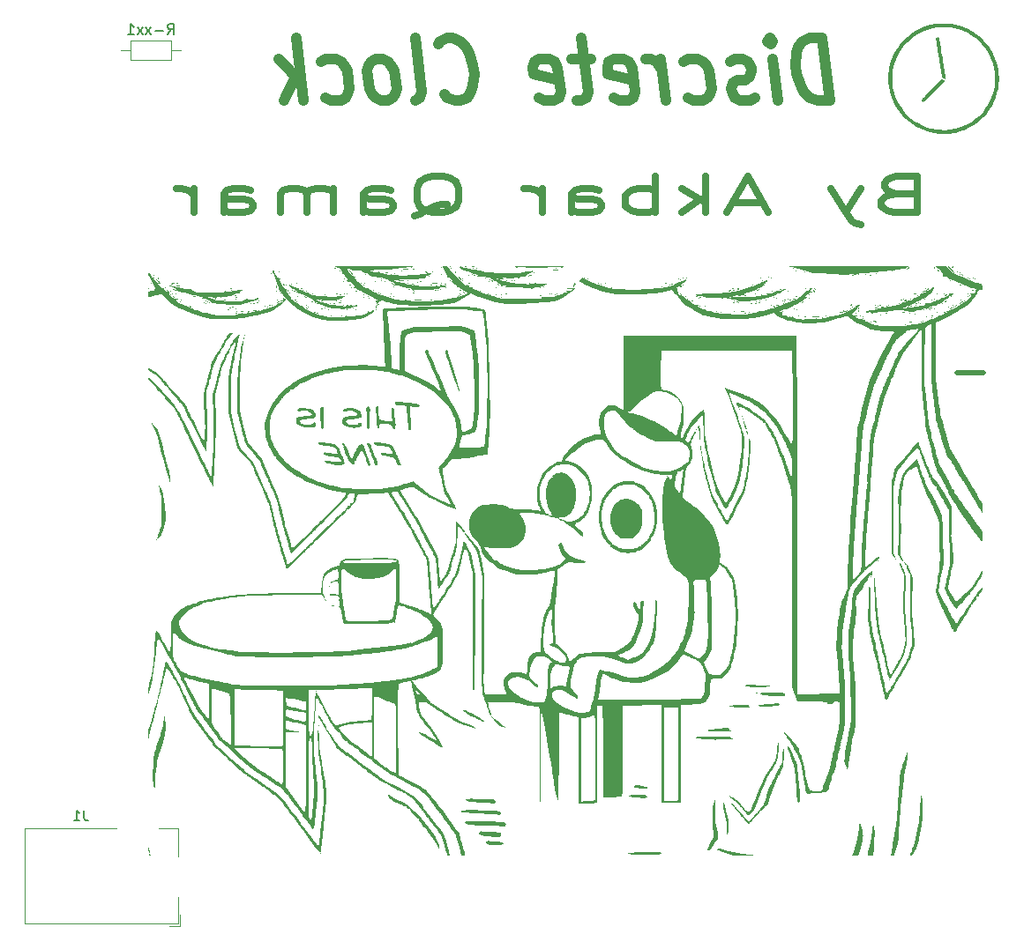
<source format=gbr>
%TF.GenerationSoftware,KiCad,Pcbnew,(6.0.2)*%
%TF.CreationDate,2022-08-16T16:31:06+04:00*%
%TF.ProjectId,ClockPCB,436c6f63-6b50-4434-922e-6b696361645f,rev?*%
%TF.SameCoordinates,Original*%
%TF.FileFunction,Legend,Bot*%
%TF.FilePolarity,Positive*%
%FSLAX46Y46*%
G04 Gerber Fmt 4.6, Leading zero omitted, Abs format (unit mm)*
G04 Created by KiCad (PCBNEW (6.0.2)) date 2022-08-16 16:31:06*
%MOMM*%
%LPD*%
G01*
G04 APERTURE LIST*
%ADD10C,0.500000*%
%ADD11C,0.700000*%
%ADD12C,1.000000*%
%ADD13C,0.150000*%
%ADD14C,0.120000*%
G04 APERTURE END LIST*
D10*
X106500000Y-59600000D02*
X109000000Y-59600000D01*
D11*
X100642857Y-42350000D02*
X99785714Y-42516666D01*
X99500000Y-42683333D01*
X99214285Y-43016666D01*
X99214285Y-43516666D01*
X99500000Y-43850000D01*
X99785714Y-44016666D01*
X100357142Y-44183333D01*
X102642857Y-44183333D01*
X102642857Y-40683333D01*
X100642857Y-40683333D01*
X100071428Y-40850000D01*
X99785714Y-41016666D01*
X99500000Y-41350000D01*
X99500000Y-41683333D01*
X99785714Y-42016666D01*
X100071428Y-42183333D01*
X100642857Y-42350000D01*
X102642857Y-42350000D01*
X97214285Y-41850000D02*
X95785714Y-44183333D01*
X94357142Y-41850000D02*
X95785714Y-44183333D01*
X96357142Y-45016666D01*
X96642857Y-45183333D01*
X97214285Y-45350000D01*
X87785714Y-43183333D02*
X84928571Y-43183333D01*
X88357142Y-44183333D02*
X86357142Y-40683333D01*
X84357142Y-44183333D01*
X82357142Y-44183333D02*
X82357142Y-40683333D01*
X81785714Y-42850000D02*
X80071428Y-44183333D01*
X80071428Y-41850000D02*
X82357142Y-43183333D01*
X77500000Y-44183333D02*
X77500000Y-40683333D01*
X77500000Y-42016666D02*
X76928571Y-41850000D01*
X75785714Y-41850000D01*
X75214285Y-42016666D01*
X74928571Y-42183333D01*
X74642857Y-42516666D01*
X74642857Y-43516666D01*
X74928571Y-43850000D01*
X75214285Y-44016666D01*
X75785714Y-44183333D01*
X76928571Y-44183333D01*
X77500000Y-44016666D01*
X69500000Y-44183333D02*
X69500000Y-42350000D01*
X69785714Y-42016666D01*
X70357142Y-41850000D01*
X71500000Y-41850000D01*
X72071428Y-42016666D01*
X69500000Y-44016666D02*
X70071428Y-44183333D01*
X71500000Y-44183333D01*
X72071428Y-44016666D01*
X72357142Y-43683333D01*
X72357142Y-43350000D01*
X72071428Y-43016666D01*
X71500000Y-42850000D01*
X70071428Y-42850000D01*
X69500000Y-42683333D01*
X66642857Y-44183333D02*
X66642857Y-41850000D01*
X66642857Y-42516666D02*
X66357142Y-42183333D01*
X66071428Y-42016666D01*
X65500000Y-41850000D01*
X64928571Y-41850000D01*
X54357142Y-44516666D02*
X54928571Y-44350000D01*
X55500000Y-44016666D01*
X56357142Y-43516666D01*
X56928571Y-43350000D01*
X57500000Y-43350000D01*
X57214285Y-44183333D02*
X57785714Y-44016666D01*
X58357142Y-43683333D01*
X58642857Y-43016666D01*
X58642857Y-41850000D01*
X58357142Y-41183333D01*
X57785714Y-40850000D01*
X57214285Y-40683333D01*
X56071428Y-40683333D01*
X55500000Y-40850000D01*
X54928571Y-41183333D01*
X54642857Y-41850000D01*
X54642857Y-43016666D01*
X54928571Y-43683333D01*
X55500000Y-44016666D01*
X56071428Y-44183333D01*
X57214285Y-44183333D01*
X49500000Y-44183333D02*
X49500000Y-42350000D01*
X49785714Y-42016666D01*
X50357142Y-41850000D01*
X51500000Y-41850000D01*
X52071428Y-42016666D01*
X49500000Y-44016666D02*
X50071428Y-44183333D01*
X51500000Y-44183333D01*
X52071428Y-44016666D01*
X52357142Y-43683333D01*
X52357142Y-43350000D01*
X52071428Y-43016666D01*
X51500000Y-42850000D01*
X50071428Y-42850000D01*
X49500000Y-42683333D01*
X46642857Y-44183333D02*
X46642857Y-41850000D01*
X46642857Y-42183333D02*
X46357142Y-42016666D01*
X45785714Y-41850000D01*
X44928571Y-41850000D01*
X44357142Y-42016666D01*
X44071428Y-42350000D01*
X44071428Y-44183333D01*
X44071428Y-42350000D02*
X43785714Y-42016666D01*
X43214285Y-41850000D01*
X42357142Y-41850000D01*
X41785714Y-42016666D01*
X41500000Y-42350000D01*
X41500000Y-44183333D01*
X36071428Y-44183333D02*
X36071428Y-42350000D01*
X36357142Y-42016666D01*
X36928571Y-41850000D01*
X38071428Y-41850000D01*
X38642857Y-42016666D01*
X36071428Y-44016666D02*
X36642857Y-44183333D01*
X38071428Y-44183333D01*
X38642857Y-44016666D01*
X38928571Y-43683333D01*
X38928571Y-43350000D01*
X38642857Y-43016666D01*
X38071428Y-42850000D01*
X36642857Y-42850000D01*
X36071428Y-42683333D01*
X33214285Y-44183333D02*
X33214285Y-41850000D01*
X33214285Y-42516666D02*
X32928571Y-42183333D01*
X32642857Y-42016666D01*
X32071428Y-41850000D01*
X31500000Y-41850000D01*
D12*
X94239464Y-33414285D02*
X93489464Y-27414285D01*
X92298988Y-27414285D01*
X91620416Y-27700000D01*
X91215654Y-28271428D01*
X91048988Y-28842857D01*
X90953750Y-29985714D01*
X91060892Y-30842857D01*
X91441845Y-31985714D01*
X91751369Y-32557142D01*
X92298988Y-33128571D01*
X93048988Y-33414285D01*
X94239464Y-33414285D01*
X89239464Y-33414285D02*
X88739464Y-29414285D01*
X88489464Y-27414285D02*
X88763273Y-27700000D01*
X88560892Y-27985714D01*
X88287083Y-27700000D01*
X88489464Y-27414285D01*
X88560892Y-27985714D01*
X87060892Y-33128571D02*
X86620416Y-33414285D01*
X85668035Y-33414285D01*
X85156130Y-33128571D01*
X84846607Y-32557142D01*
X84810892Y-32271428D01*
X84977559Y-31700000D01*
X85418035Y-31414285D01*
X86132321Y-31414285D01*
X86572797Y-31128571D01*
X86739464Y-30557142D01*
X86703750Y-30271428D01*
X86394226Y-29700000D01*
X85882321Y-29414285D01*
X85168035Y-29414285D01*
X84727559Y-29700000D01*
X80632321Y-33128571D02*
X81144226Y-33414285D01*
X82096607Y-33414285D01*
X82537083Y-33128571D01*
X82739464Y-32842857D01*
X82906130Y-32271428D01*
X82691845Y-30557142D01*
X82382321Y-29985714D01*
X82108511Y-29700000D01*
X81596607Y-29414285D01*
X80644226Y-29414285D01*
X80203750Y-29700000D01*
X78525178Y-33414285D02*
X78025178Y-29414285D01*
X78168035Y-30557142D02*
X77858511Y-29985714D01*
X77584702Y-29700000D01*
X77072797Y-29414285D01*
X76596607Y-29414285D01*
X73489464Y-33128571D02*
X74001369Y-33414285D01*
X74953750Y-33414285D01*
X75394226Y-33128571D01*
X75560892Y-32557142D01*
X75275178Y-30271428D01*
X74965654Y-29700000D01*
X74453750Y-29414285D01*
X73501369Y-29414285D01*
X73060892Y-29700000D01*
X72894226Y-30271428D01*
X72965654Y-30842857D01*
X75418035Y-31414285D01*
X71358511Y-29414285D02*
X69453750Y-29414285D01*
X70394226Y-27414285D02*
X71037083Y-32557142D01*
X70870416Y-33128571D01*
X70429940Y-33414285D01*
X69953750Y-33414285D01*
X66346607Y-33128571D02*
X66858511Y-33414285D01*
X67810892Y-33414285D01*
X68251369Y-33128571D01*
X68418035Y-32557142D01*
X68132321Y-30271428D01*
X67822797Y-29700000D01*
X67310892Y-29414285D01*
X66358511Y-29414285D01*
X65918035Y-29700000D01*
X65751369Y-30271428D01*
X65822797Y-30842857D01*
X68275178Y-31414285D01*
X57263273Y-32842857D02*
X57537083Y-33128571D01*
X58287083Y-33414285D01*
X58763273Y-33414285D01*
X59441845Y-33128571D01*
X59846607Y-32557142D01*
X60013273Y-31985714D01*
X60108511Y-30842857D01*
X60001369Y-29985714D01*
X59620416Y-28842857D01*
X59310892Y-28271428D01*
X58763273Y-27700000D01*
X58013273Y-27414285D01*
X57537083Y-27414285D01*
X56858511Y-27700000D01*
X56656130Y-27985714D01*
X54477559Y-33414285D02*
X54918035Y-33128571D01*
X55084702Y-32557142D01*
X54441845Y-27414285D01*
X51858511Y-33414285D02*
X52298988Y-33128571D01*
X52501369Y-32842857D01*
X52668035Y-32271428D01*
X52453750Y-30557142D01*
X52144226Y-29985714D01*
X51870416Y-29700000D01*
X51358511Y-29414285D01*
X50644226Y-29414285D01*
X50203750Y-29700000D01*
X50001369Y-29985714D01*
X49834702Y-30557142D01*
X50048988Y-32271428D01*
X50358511Y-32842857D01*
X50632321Y-33128571D01*
X51144226Y-33414285D01*
X51858511Y-33414285D01*
X45870416Y-33128571D02*
X46382321Y-33414285D01*
X47334702Y-33414285D01*
X47775178Y-33128571D01*
X47977559Y-32842857D01*
X48144226Y-32271428D01*
X47929940Y-30557142D01*
X47620416Y-29985714D01*
X47346607Y-29700000D01*
X46834702Y-29414285D01*
X45882321Y-29414285D01*
X45441845Y-29700000D01*
X43763273Y-33414285D02*
X43013273Y-27414285D01*
X43001369Y-31128571D02*
X41858511Y-33414285D01*
X41358511Y-29414285D02*
X43548988Y-31700000D01*
D13*
%TO.C,J1*%
X22683333Y-101602380D02*
X22683333Y-102316666D01*
X22730952Y-102459523D01*
X22826190Y-102554761D01*
X22969047Y-102602380D01*
X23064285Y-102602380D01*
X21683333Y-102602380D02*
X22254761Y-102602380D01*
X21969047Y-102602380D02*
X21969047Y-101602380D01*
X22064285Y-101745238D01*
X22159523Y-101840476D01*
X22254761Y-101888095D01*
%TO.C,R-xx1*%
X30685238Y-27052380D02*
X31018571Y-26576190D01*
X31256666Y-27052380D02*
X31256666Y-26052380D01*
X30875714Y-26052380D01*
X30780476Y-26100000D01*
X30732857Y-26147619D01*
X30685238Y-26242857D01*
X30685238Y-26385714D01*
X30732857Y-26480952D01*
X30780476Y-26528571D01*
X30875714Y-26576190D01*
X31256666Y-26576190D01*
X30256666Y-26671428D02*
X29494761Y-26671428D01*
X29113809Y-27052380D02*
X28590000Y-26385714D01*
X29113809Y-26385714D02*
X28590000Y-27052380D01*
X28304285Y-27052380D02*
X27780476Y-26385714D01*
X28304285Y-26385714D02*
X27780476Y-27052380D01*
X26875714Y-27052380D02*
X27447142Y-27052380D01*
X27161428Y-27052380D02*
X27161428Y-26052380D01*
X27256666Y-26195238D01*
X27351904Y-26290476D01*
X27447142Y-26338095D01*
%TO.C,G\u002A\u002A\u002A*%
G36*
X103110764Y-100269754D02*
G01*
X103153056Y-100502385D01*
X103193126Y-100850261D01*
X103195649Y-100886107D01*
X103197602Y-101088749D01*
X103189151Y-101378173D01*
X103172242Y-101727006D01*
X103148822Y-102107878D01*
X103120839Y-102493416D01*
X103090237Y-102856249D01*
X103058965Y-103169006D01*
X103028969Y-103404316D01*
X103002195Y-103534806D01*
X102975821Y-103627558D01*
X102941138Y-103793750D01*
X102936336Y-103820685D01*
X102896020Y-104009450D01*
X102843127Y-104223698D01*
X102832909Y-104262789D01*
X102780054Y-104481503D01*
X102742946Y-104659970D01*
X102724126Y-104741026D01*
X102644799Y-104978049D01*
X102529642Y-105259216D01*
X102399228Y-105536225D01*
X102274129Y-105760770D01*
X102251523Y-105794048D01*
X102128279Y-105923067D01*
X102014427Y-105975744D01*
X101997103Y-105975668D01*
X101928749Y-105954938D01*
X101972917Y-105877344D01*
X102012936Y-105819059D01*
X102011762Y-105778125D01*
X102003935Y-105739086D01*
X102050091Y-105629297D01*
X102104581Y-105515373D01*
X102147796Y-105384078D01*
X102169018Y-105304371D01*
X102230542Y-105152568D01*
X102296157Y-104990968D01*
X102388663Y-104696391D01*
X102486895Y-104326198D01*
X102583783Y-103911043D01*
X102672256Y-103481580D01*
X102745245Y-103068462D01*
X102795679Y-102702344D01*
X102804189Y-102625913D01*
X102838285Y-102324847D01*
X102871121Y-102040886D01*
X102885387Y-101913062D01*
X102918293Y-101552999D01*
X102946961Y-101127130D01*
X102973763Y-100602214D01*
X102976053Y-100555771D01*
X102998893Y-100295375D01*
X103030847Y-100163043D01*
X103069082Y-100155572D01*
X103110764Y-100269754D01*
G37*
G36*
X101733786Y-95989813D02*
G01*
X101757710Y-96064801D01*
X101756472Y-96232383D01*
X101731947Y-96460264D01*
X101686012Y-96716146D01*
X101668068Y-96802344D01*
X101609832Y-97111496D01*
X101543797Y-97494599D01*
X101475232Y-97917638D01*
X101409409Y-98346602D01*
X101351599Y-98747477D01*
X101307074Y-99086249D01*
X101281103Y-99328906D01*
X101272546Y-99427584D01*
X101237871Y-99772656D01*
X101193899Y-100158814D01*
X101148064Y-100519531D01*
X101140693Y-100574176D01*
X101103682Y-100866289D01*
X101071499Y-101159522D01*
X101041889Y-101480077D01*
X101012596Y-101854158D01*
X100981365Y-102307968D01*
X100945941Y-102867708D01*
X100910038Y-103419625D01*
X100870950Y-103937196D01*
X100832688Y-104345323D01*
X100793924Y-104656174D01*
X100753331Y-104881914D01*
X100709583Y-105034711D01*
X100664629Y-105162368D01*
X100652960Y-105215886D01*
X100648481Y-105252943D01*
X100614933Y-105393922D01*
X100556298Y-105616127D01*
X100479157Y-105893880D01*
X100418946Y-105948928D01*
X100281103Y-105976563D01*
X100215459Y-105974112D01*
X100136724Y-105936849D01*
X100143326Y-105827735D01*
X100176492Y-105667185D01*
X100221309Y-105411742D01*
X100270018Y-105107592D01*
X100315895Y-104796781D01*
X100352217Y-104521354D01*
X100373884Y-104363466D01*
X100415051Y-104104724D01*
X100462992Y-103830318D01*
X100509091Y-103589107D01*
X100544728Y-103429948D01*
X100558607Y-103374546D01*
X100600308Y-103151214D01*
X100639365Y-102846026D01*
X100677019Y-102446376D01*
X100714511Y-101939663D01*
X100753082Y-101313281D01*
X100753497Y-101306068D01*
X100772338Y-101014524D01*
X100798987Y-100664748D01*
X100835414Y-100232293D01*
X100883585Y-99692709D01*
X100884722Y-99680073D01*
X100902823Y-99456678D01*
X100924013Y-99165411D01*
X100943941Y-98865886D01*
X100982793Y-98450770D01*
X101152613Y-97591884D01*
X101160154Y-97564052D01*
X101186610Y-97459592D01*
X101203562Y-97403880D01*
X101254507Y-97251526D01*
X101325357Y-97046875D01*
X101379095Y-96889745D01*
X101443065Y-96690458D01*
X101478222Y-96564457D01*
X101526111Y-96385726D01*
X101597717Y-96191625D01*
X101670873Y-96045952D01*
X101728282Y-95988542D01*
X101733786Y-95989813D01*
G37*
G36*
X98494345Y-103055093D02*
G01*
X98518919Y-103147275D01*
X98539833Y-103361161D01*
X98550217Y-103659750D01*
X98550718Y-104016818D01*
X98541983Y-104406144D01*
X98524658Y-104801506D01*
X98499390Y-105176682D01*
X98466825Y-105505450D01*
X98427610Y-105761589D01*
X98423395Y-105782179D01*
X98380827Y-105912010D01*
X98297635Y-105965884D01*
X98128190Y-105976563D01*
X98076415Y-105975934D01*
X97930504Y-105965432D01*
X97871875Y-105946091D01*
X97872902Y-105938278D01*
X97893174Y-105835331D01*
X97935438Y-105634379D01*
X97994484Y-105359954D01*
X98065099Y-105036585D01*
X98069254Y-105017629D01*
X98146372Y-104646465D01*
X98215492Y-104280210D01*
X98269202Y-103960159D01*
X98300089Y-103727604D01*
X98322562Y-103516351D01*
X98352904Y-103273573D01*
X98379310Y-103103894D01*
X98407706Y-102977575D01*
X98438246Y-102961713D01*
X98494345Y-103055093D01*
G37*
G36*
X97179800Y-102843959D02*
G01*
X97259259Y-102977253D01*
X97348572Y-103215649D01*
X97414650Y-103485035D01*
X97429830Y-103789817D01*
X97362110Y-104014309D01*
X97352655Y-104042634D01*
X97408855Y-104025261D01*
X97450898Y-104005067D01*
X97456725Y-104034390D01*
X97449181Y-104050108D01*
X97415961Y-104175889D01*
X97386810Y-104358803D01*
X97361236Y-104532310D01*
X97297723Y-104857009D01*
X97216483Y-105200610D01*
X97129675Y-105513160D01*
X97049460Y-105744707D01*
X97041073Y-105764582D01*
X96964595Y-105905051D01*
X96863641Y-105964360D01*
X96684626Y-105976563D01*
X96622510Y-105975602D01*
X96475456Y-105963301D01*
X96416667Y-105941365D01*
X96419096Y-105928228D01*
X96455755Y-105823246D01*
X96522472Y-105660245D01*
X96537661Y-105624137D01*
X96666788Y-105257649D01*
X96791819Y-104809027D01*
X96904113Y-104319408D01*
X96995024Y-103829925D01*
X97055909Y-103381714D01*
X97078125Y-103015910D01*
X97083282Y-102916924D01*
X97118404Y-102821828D01*
X97179800Y-102843959D01*
G37*
G36*
X84020967Y-105373311D02*
G01*
X84444271Y-105491408D01*
X84596444Y-105535305D01*
X85012035Y-105637190D01*
X85448554Y-105724484D01*
X85833334Y-105781987D01*
X86016153Y-105802767D01*
X86356676Y-105842708D01*
X86665079Y-105880299D01*
X86891667Y-105909552D01*
X86920947Y-105913790D01*
X86991995Y-105931334D01*
X86949522Y-105945172D01*
X86788840Y-105955649D01*
X86505261Y-105963108D01*
X86094099Y-105967890D01*
X84932730Y-105976563D01*
X84261960Y-105711979D01*
X84036593Y-105624629D01*
X83789573Y-105532928D01*
X83608461Y-105470470D01*
X83521637Y-105447396D01*
X83502997Y-105445137D01*
X83452084Y-105385851D01*
X83453102Y-105373550D01*
X83526154Y-105314464D01*
X83715185Y-105314357D01*
X84020967Y-105373311D01*
G37*
G36*
X57179630Y-68686849D02*
G01*
X57170007Y-68684662D01*
X57136543Y-68719922D01*
X57135054Y-68760767D01*
X57098402Y-68880053D01*
X57094756Y-68893498D01*
X57095544Y-69022687D01*
X57120395Y-69247195D01*
X57165721Y-69539540D01*
X57227935Y-69872241D01*
X57231389Y-69889317D01*
X57305805Y-70242924D01*
X57374601Y-70518843D01*
X57452205Y-70755483D01*
X57553045Y-70991251D01*
X57691548Y-71264555D01*
X57882143Y-71613802D01*
X57942323Y-71722695D01*
X58150120Y-72102985D01*
X58297404Y-72381412D01*
X58389141Y-72567945D01*
X58430297Y-72672554D01*
X58425840Y-72705208D01*
X58362411Y-72687302D01*
X58194761Y-72622683D01*
X57948715Y-72520409D01*
X57646502Y-72390432D01*
X57310352Y-72242706D01*
X56962496Y-72087184D01*
X56625165Y-71933820D01*
X56320588Y-71792567D01*
X56070995Y-71673379D01*
X55898618Y-71586209D01*
X55825685Y-71541010D01*
X55775675Y-71487211D01*
X55703459Y-71452932D01*
X55658923Y-71435407D01*
X55525063Y-71354392D01*
X55327690Y-71222001D01*
X55090903Y-71053931D01*
X54836207Y-70869316D01*
X54597244Y-70704887D01*
X54414320Y-70602652D01*
X54258877Y-70554585D01*
X54102356Y-70552659D01*
X53916200Y-70588850D01*
X53671849Y-70655131D01*
X53576787Y-70682098D01*
X53334130Y-70756221D01*
X53151991Y-70819522D01*
X53064086Y-70860603D01*
X53064990Y-70909985D01*
X53125567Y-71053420D01*
X53242936Y-71266734D01*
X53406080Y-71528415D01*
X53537413Y-71732416D01*
X53669700Y-71944531D01*
X53801501Y-72155867D01*
X54095088Y-72639531D01*
X54397906Y-73149150D01*
X54689683Y-73650464D01*
X54950150Y-74109216D01*
X55159038Y-74491146D01*
X55253985Y-74669660D01*
X55540570Y-75205839D01*
X55845567Y-75773249D01*
X56135826Y-76310156D01*
X56330725Y-76673917D01*
X56489602Y-76981098D01*
X56592367Y-77193936D01*
X56633957Y-77302344D01*
X56637172Y-77322093D01*
X56658221Y-77493753D01*
X56684442Y-77757001D01*
X56712809Y-78077964D01*
X56740299Y-78422772D01*
X56763888Y-78757552D01*
X56781710Y-79027580D01*
X56805534Y-79319839D01*
X56833288Y-79497951D01*
X56872468Y-79572539D01*
X56930569Y-79554223D01*
X56988595Y-79485156D01*
X57192188Y-79485156D01*
X57225261Y-79518229D01*
X57258334Y-79485156D01*
X57225261Y-79452083D01*
X57192188Y-79485156D01*
X56988595Y-79485156D01*
X57015086Y-79453625D01*
X57133515Y-79281368D01*
X57269998Y-79076081D01*
X57426419Y-78824306D01*
X57534845Y-78616480D01*
X57614088Y-78414963D01*
X57682962Y-78182119D01*
X57712007Y-78077285D01*
X57789613Y-77810962D01*
X57885714Y-77492547D01*
X57985938Y-77170052D01*
X58099214Y-76810010D01*
X58208180Y-76450271D01*
X58285393Y-76161883D01*
X58335459Y-75914456D01*
X58362989Y-75677598D01*
X58372588Y-75420918D01*
X58368865Y-75114026D01*
X58356428Y-74726530D01*
X58348183Y-74474132D01*
X58340697Y-74146314D01*
X58341866Y-73926704D01*
X58352445Y-73800332D01*
X58373190Y-73752226D01*
X58404858Y-73767416D01*
X58545188Y-73928458D01*
X58765964Y-74198167D01*
X58955896Y-74449634D01*
X59100753Y-74662673D01*
X59186301Y-74817101D01*
X59198310Y-74892732D01*
X59126039Y-74906741D01*
X59006328Y-74812068D01*
X58992455Y-74796036D01*
X58935898Y-74713898D01*
X58978125Y-74717026D01*
X58981107Y-74718509D01*
X59008986Y-74716043D01*
X58945052Y-74645714D01*
X58820359Y-74524450D01*
X58671080Y-74367840D01*
X58529400Y-74211460D01*
X58519248Y-75062371D01*
X58516916Y-75187435D01*
X58487188Y-75737857D01*
X58429153Y-76253184D01*
X58347227Y-76701304D01*
X58245828Y-77050105D01*
X58205193Y-77171320D01*
X58140062Y-77383268D01*
X58062103Y-77646680D01*
X57981577Y-77925951D01*
X57908745Y-78185472D01*
X57853868Y-78389635D01*
X57827206Y-78502832D01*
X57800759Y-78571527D01*
X57718455Y-78697431D01*
X57685968Y-78738187D01*
X57657889Y-78787195D01*
X57717249Y-78758663D01*
X57738433Y-78762684D01*
X57704286Y-78845402D01*
X57610742Y-78994013D01*
X57477727Y-79190445D01*
X57290592Y-79475445D01*
X57284404Y-79485156D01*
X57111950Y-79755773D01*
X56963900Y-79996613D01*
X56868546Y-80163151D01*
X56803964Y-80260012D01*
X56733334Y-80311979D01*
X56713322Y-80295784D01*
X56673142Y-80167922D01*
X56633930Y-79919034D01*
X56596736Y-79556646D01*
X56562610Y-79088281D01*
X56562448Y-79085675D01*
X56523677Y-78554348D01*
X56475035Y-78026659D01*
X56422446Y-77566927D01*
X56398689Y-77453529D01*
X56315640Y-77210282D01*
X56202817Y-76971615D01*
X56139007Y-76856134D01*
X56001508Y-76602544D01*
X55840431Y-76301498D01*
X55678852Y-75995964D01*
X55530306Y-75713378D01*
X55238085Y-75159001D01*
X54988805Y-74688313D01*
X54786956Y-74309753D01*
X54637030Y-74031756D01*
X54543516Y-73862761D01*
X54538433Y-73853891D01*
X54452792Y-73707617D01*
X54320478Y-73484827D01*
X54155798Y-73209287D01*
X53973058Y-72904763D01*
X53786566Y-72595020D01*
X53610627Y-72303823D01*
X53459549Y-72054938D01*
X53391961Y-71944531D01*
X53488021Y-71944531D01*
X53521094Y-71977604D01*
X53554167Y-71944531D01*
X53521094Y-71911459D01*
X53488021Y-71944531D01*
X53391961Y-71944531D01*
X53347639Y-71872131D01*
X53289202Y-71779167D01*
X53226230Y-71683919D01*
X53113081Y-71511237D01*
X52977902Y-71303993D01*
X52843489Y-71106972D01*
X52741051Y-70993621D01*
X52645780Y-70948045D01*
X52527747Y-70946474D01*
X52504670Y-70948600D01*
X52298323Y-70979216D01*
X52189674Y-71035394D01*
X52175054Y-71136492D01*
X52250797Y-71301867D01*
X52281686Y-71349219D01*
X52413234Y-71550878D01*
X52532908Y-71729222D01*
X52694277Y-71976955D01*
X52877431Y-72263176D01*
X53069025Y-72566497D01*
X53255711Y-72865533D01*
X53424144Y-73138898D01*
X53560977Y-73365206D01*
X53652864Y-73523069D01*
X53686459Y-73591103D01*
X53706777Y-73633973D01*
X53782383Y-73770847D01*
X53900819Y-73977355D01*
X54048199Y-74229011D01*
X54164966Y-74433044D01*
X54283400Y-74657604D01*
X54357617Y-74821068D01*
X54375025Y-74897673D01*
X54367269Y-74914179D01*
X54395943Y-74954167D01*
X54447379Y-75001457D01*
X54539051Y-75138083D01*
X54647893Y-75332745D01*
X54741072Y-75509188D01*
X54879051Y-75761341D01*
X54993669Y-75961130D01*
X55036009Y-76034361D01*
X55099401Y-76160883D01*
X55108594Y-76210938D01*
X55105444Y-76222459D01*
X55144264Y-76311555D01*
X55231031Y-76459910D01*
X55240292Y-76474650D01*
X55379328Y-76709666D01*
X55519240Y-76967108D01*
X55642873Y-77212963D01*
X55733072Y-77413216D01*
X55772681Y-77533854D01*
X55805716Y-77818759D01*
X55861478Y-78383487D01*
X55903644Y-78922917D01*
X55909321Y-79005947D01*
X55934755Y-79335415D01*
X55966884Y-79709924D01*
X56000126Y-80063511D01*
X56007677Y-80141300D01*
X56042161Y-80536308D01*
X56074095Y-80957729D01*
X56097399Y-81326621D01*
X56118952Y-81688795D01*
X56147016Y-81958363D01*
X56190357Y-82102439D01*
X56259633Y-82123494D01*
X56365505Y-82024001D01*
X56518631Y-81806430D01*
X56729670Y-81473255D01*
X56780498Y-81392077D01*
X56959312Y-81110416D01*
X57114123Y-80872391D01*
X57229807Y-80701003D01*
X57291237Y-80619254D01*
X57325618Y-80580854D01*
X57390801Y-80477344D01*
X57395275Y-80465381D01*
X57467780Y-80317725D01*
X57566758Y-80159306D01*
X57663147Y-80032892D01*
X57727888Y-79981250D01*
X57739825Y-79980044D01*
X57770964Y-79925225D01*
X57774200Y-79903295D01*
X57826765Y-79786415D01*
X57929715Y-79599927D01*
X58067704Y-79372422D01*
X58154422Y-79230782D01*
X58264313Y-79028749D01*
X58357124Y-78817020D01*
X58444006Y-78565671D01*
X58536110Y-78244776D01*
X58644590Y-77824411D01*
X58688443Y-77647299D01*
X58785801Y-77239186D01*
X58874878Y-76846843D01*
X58947305Y-76507684D01*
X58994715Y-76259121D01*
X59010977Y-76164013D01*
X59053310Y-75946855D01*
X59090413Y-75832792D01*
X59131753Y-75800629D01*
X59186799Y-75829173D01*
X59269901Y-75921656D01*
X59382413Y-76091731D01*
X59496628Y-76296420D01*
X59593907Y-76499464D01*
X59655607Y-76664606D01*
X59663088Y-76755586D01*
X59650424Y-76783981D01*
X59688578Y-76783777D01*
X59706544Y-76776597D01*
X59775490Y-76812030D01*
X59816449Y-76908952D01*
X59801259Y-77010657D01*
X59792822Y-77031381D01*
X59835168Y-77070834D01*
X59882544Y-77120899D01*
X59900863Y-77252735D01*
X59910182Y-77367954D01*
X59944421Y-77589869D01*
X59998150Y-77876889D01*
X60065481Y-78195313D01*
X60235505Y-78955990D01*
X60207979Y-84379948D01*
X60205713Y-84799742D01*
X60200484Y-85620346D01*
X60194478Y-86399195D01*
X60187827Y-87126230D01*
X60180666Y-87791390D01*
X60173127Y-88384617D01*
X60165345Y-88895851D01*
X60157453Y-89315031D01*
X60149585Y-89632100D01*
X60141873Y-89836996D01*
X60134452Y-89919662D01*
X60112608Y-89971088D01*
X60082602Y-90023876D01*
X60056653Y-90038674D01*
X60034564Y-90008230D01*
X60016136Y-89925290D01*
X60001172Y-89782601D01*
X59989474Y-89572909D01*
X59980844Y-89288961D01*
X59975084Y-88923504D01*
X59971997Y-88469284D01*
X59971384Y-87919047D01*
X59973049Y-87265541D01*
X59976792Y-86501512D01*
X59982417Y-85619706D01*
X59989725Y-84612870D01*
X59992907Y-84183425D01*
X59999485Y-83223542D01*
X60004304Y-82383848D01*
X60007291Y-81655761D01*
X60008374Y-81030699D01*
X60007480Y-80500081D01*
X60004535Y-80055326D01*
X59999469Y-79687852D01*
X59992207Y-79389078D01*
X59982677Y-79150423D01*
X59970808Y-78963305D01*
X59956525Y-78819142D01*
X59939757Y-78709354D01*
X59939130Y-78706033D01*
X59888714Y-78437674D01*
X59843586Y-78194919D01*
X59813446Y-78029948D01*
X59767679Y-77788114D01*
X59659597Y-77313382D01*
X59546027Y-76935341D01*
X59431960Y-76671754D01*
X59337503Y-76516267D01*
X59251771Y-76425928D01*
X59192660Y-76452114D01*
X59147630Y-76591276D01*
X59115021Y-76737755D01*
X59075838Y-76905469D01*
X59051963Y-77006635D01*
X59005793Y-77207717D01*
X58952046Y-77445542D01*
X58905670Y-77640952D01*
X58857542Y-77819568D01*
X58825597Y-77909960D01*
X58814375Y-77936745D01*
X58780745Y-78071385D01*
X58747160Y-78262856D01*
X58731190Y-78364786D01*
X58704484Y-78499952D01*
X58667482Y-78636361D01*
X58614571Y-78783988D01*
X58540139Y-78952809D01*
X58438575Y-79152796D01*
X58304267Y-79393927D01*
X58131603Y-79686174D01*
X57914972Y-80039513D01*
X57648761Y-80463919D01*
X57327360Y-80969365D01*
X56945155Y-81565828D01*
X56496537Y-82263281D01*
X56355113Y-82483257D01*
X56245715Y-82669005D01*
X56201381Y-82795290D01*
X56220116Y-82891409D01*
X56299921Y-82986660D01*
X56438800Y-83110339D01*
X56547397Y-83214399D01*
X56749973Y-83444926D01*
X56906444Y-83666704D01*
X56913132Y-83678130D01*
X56968124Y-83776655D01*
X57010066Y-83872087D01*
X57041161Y-83983764D01*
X57046360Y-84017864D01*
X57063613Y-84131023D01*
X57079623Y-84333203D01*
X57091395Y-84609639D01*
X57101132Y-84979671D01*
X57104571Y-85147351D01*
X57111037Y-85462636D01*
X57116500Y-85806075D01*
X57117366Y-86449020D01*
X57102737Y-86975181D01*
X57071704Y-87394608D01*
X57023355Y-87717349D01*
X56956782Y-87953456D01*
X56894164Y-88070002D01*
X56871074Y-88112977D01*
X56865020Y-88120753D01*
X56754958Y-88230182D01*
X56668924Y-88266016D01*
X56645676Y-88263604D01*
X56596875Y-88303900D01*
X56550440Y-88358281D01*
X56414056Y-88444436D01*
X56224601Y-88539902D01*
X56019505Y-88625978D01*
X55836198Y-88683961D01*
X55679957Y-88729983D01*
X55571615Y-88778999D01*
X55523611Y-88799661D01*
X55364503Y-88848356D01*
X55127715Y-88911120D01*
X54844011Y-88979477D01*
X54644030Y-89026115D01*
X54400184Y-89084957D01*
X54228719Y-89128819D01*
X54157969Y-89150632D01*
X54157650Y-89151254D01*
X54197181Y-89209145D01*
X54308800Y-89345861D01*
X54476756Y-89543467D01*
X54587845Y-89671615D01*
X54685295Y-89784030D01*
X54918667Y-90049616D01*
X55161117Y-90322290D01*
X55214696Y-90381789D01*
X55396894Y-90584118D01*
X55610246Y-90817166D01*
X55785420Y-91003499D01*
X55854021Y-91077078D01*
X55943426Y-91184008D01*
X55962246Y-91226042D01*
X55950875Y-91232221D01*
X56001428Y-91291003D01*
X56149807Y-91405856D01*
X56384589Y-91569317D01*
X56694349Y-91773922D01*
X57067664Y-92012208D01*
X57493112Y-92276711D01*
X57959267Y-92559967D01*
X58454708Y-92854512D01*
X58467055Y-92861702D01*
X58724585Y-92993559D01*
X59039924Y-93131383D01*
X59347676Y-93246470D01*
X59425409Y-93272890D01*
X59787290Y-93411207D01*
X60063287Y-93543942D01*
X60239001Y-93663308D01*
X60300029Y-93761515D01*
X60294070Y-93794838D01*
X60250420Y-93772656D01*
X60202254Y-93732733D01*
X60069532Y-93683295D01*
X59994676Y-93665030D01*
X59807439Y-93610863D01*
X59551391Y-93531886D01*
X59259159Y-93437977D01*
X59107221Y-93386097D01*
X58830947Y-93278556D01*
X58544201Y-93146746D01*
X58222270Y-92978110D01*
X57840442Y-92760092D01*
X57374003Y-92480135D01*
X57290792Y-92429199D01*
X56915884Y-92194474D01*
X56567834Y-91968573D01*
X56268393Y-91766127D01*
X56039313Y-91601770D01*
X55902344Y-91490133D01*
X55777807Y-91376473D01*
X55634307Y-91281593D01*
X55470284Y-91235210D01*
X55229868Y-91214419D01*
X55038233Y-91209422D01*
X54862903Y-91216671D01*
X54778776Y-91236162D01*
X54773205Y-91250985D01*
X54776024Y-91368014D01*
X54803770Y-91569523D01*
X54852319Y-91822623D01*
X54858852Y-91852958D01*
X54902809Y-92044723D01*
X54950090Y-92202624D01*
X55013951Y-92349492D01*
X55107646Y-92508161D01*
X55244430Y-92701464D01*
X55437558Y-92952233D01*
X55700286Y-93283301D01*
X55799139Y-93408615D01*
X56195303Y-93939816D01*
X56528939Y-94436128D01*
X56781941Y-94870976D01*
X56862732Y-95029427D01*
X56908332Y-95118859D01*
X56928895Y-95161719D01*
X57017087Y-95345535D01*
X57085455Y-95504486D01*
X57102284Y-95571328D01*
X57087742Y-95571889D01*
X56980892Y-95526521D01*
X56787085Y-95421794D01*
X56523127Y-95267421D01*
X56350512Y-95161719D01*
X56596875Y-95161719D01*
X56629948Y-95194792D01*
X56663021Y-95161719D01*
X56629948Y-95128646D01*
X56596875Y-95161719D01*
X56350512Y-95161719D01*
X56205824Y-95073118D01*
X56136967Y-95029427D01*
X56398438Y-95029427D01*
X56431511Y-95062500D01*
X56464584Y-95029427D01*
X56431511Y-94996354D01*
X56398438Y-95029427D01*
X56136967Y-95029427D01*
X55851981Y-94848598D01*
X55756458Y-94787987D01*
X55584334Y-94683703D01*
X55472396Y-94622488D01*
X55337899Y-94549680D01*
X55160494Y-94434362D01*
X54989914Y-94309055D01*
X54861586Y-94199961D01*
X54810938Y-94133281D01*
X54810967Y-94130624D01*
X54842755Y-94078191D01*
X54941298Y-94085839D01*
X55116846Y-94157734D01*
X55379650Y-94298042D01*
X55739958Y-94510931D01*
X55784734Y-94538038D01*
X56053574Y-94696705D01*
X56276414Y-94821444D01*
X56431153Y-94900259D01*
X56495688Y-94921153D01*
X56480164Y-94854893D01*
X56409469Y-94708321D01*
X56298892Y-94513608D01*
X56297295Y-94510957D01*
X56188943Y-94322209D01*
X56121714Y-94187723D01*
X56110105Y-94136459D01*
X56101570Y-94105234D01*
X56019852Y-94020703D01*
X55930641Y-93932241D01*
X55789489Y-93777894D01*
X55630193Y-93594222D01*
X55474015Y-93406818D01*
X55342216Y-93241272D01*
X55256057Y-93123177D01*
X55236797Y-93078125D01*
X55228394Y-93050117D01*
X55150237Y-92951083D01*
X55016614Y-92805194D01*
X54894162Y-92657929D01*
X54777101Y-92452484D01*
X54681850Y-92189514D01*
X54599697Y-91844121D01*
X54521930Y-91391406D01*
X54503716Y-91282072D01*
X54455065Y-91026864D01*
X54391131Y-90718827D01*
X54317910Y-90384017D01*
X54241399Y-90048492D01*
X54214679Y-89936198D01*
X54347917Y-89936198D01*
X54380990Y-89969271D01*
X54414063Y-89936198D01*
X54461338Y-89936198D01*
X54502943Y-90101563D01*
X54529377Y-90224443D01*
X54545451Y-90349610D01*
X54587147Y-90404015D01*
X54711719Y-90432292D01*
X54806643Y-90425304D01*
X54866649Y-90381789D01*
X54821419Y-90287635D01*
X54669211Y-90130474D01*
X54461338Y-89936198D01*
X54414063Y-89936198D01*
X54380990Y-89903125D01*
X54347917Y-89936198D01*
X54214679Y-89936198D01*
X54167593Y-89738309D01*
X54150814Y-89671615D01*
X54480209Y-89671615D01*
X54513282Y-89704688D01*
X54546355Y-89671615D01*
X54513282Y-89638542D01*
X54480209Y-89671615D01*
X54150814Y-89671615D01*
X54102488Y-89479525D01*
X54052080Y-89298199D01*
X54022365Y-89220386D01*
X54005902Y-89210635D01*
X53886269Y-89202528D01*
X53711131Y-89232669D01*
X53647231Y-89249368D01*
X53395900Y-89314048D01*
X53142530Y-89378154D01*
X52830111Y-89456304D01*
X52820146Y-90594789D01*
X52818384Y-90796094D01*
X52811800Y-91548334D01*
X52811362Y-91600176D01*
X52807969Y-92236256D01*
X52807129Y-92960261D01*
X52808705Y-93731536D01*
X52812561Y-94509421D01*
X52814420Y-94739870D01*
X52818560Y-95253261D01*
X52826563Y-95922396D01*
X52859636Y-98204427D01*
X53058073Y-98304528D01*
X53122912Y-98338212D01*
X53306846Y-98436336D01*
X53566743Y-98576646D01*
X53877903Y-98745788D01*
X54215625Y-98930404D01*
X54422466Y-99043636D01*
X54750756Y-99222723D01*
X55039301Y-99379377D01*
X55262708Y-99499829D01*
X55395586Y-99570307D01*
X55465367Y-99621516D01*
X55597363Y-99753606D01*
X55782761Y-99966247D01*
X56026066Y-100264996D01*
X56331780Y-100655411D01*
X56704407Y-101143049D01*
X57148450Y-101733468D01*
X58317960Y-103297656D01*
X58680469Y-103782502D01*
X58835026Y-104399975D01*
X58860449Y-104500520D01*
X58949747Y-104842025D01*
X59040372Y-105174368D01*
X59116146Y-105437827D01*
X59177985Y-105650821D01*
X59224803Y-105827658D01*
X59242709Y-105917384D01*
X59205339Y-105955467D01*
X59084421Y-105976563D01*
X58974870Y-105953460D01*
X58871521Y-105839022D01*
X58808503Y-105612761D01*
X58802579Y-105582293D01*
X58763143Y-105419051D01*
X58698808Y-105175205D01*
X58619301Y-104885390D01*
X58534349Y-104584240D01*
X58453678Y-104306388D01*
X58387016Y-104086468D01*
X58344088Y-103959115D01*
X58323469Y-103920429D01*
X58230134Y-103777735D01*
X58079147Y-103563438D01*
X57885938Y-103299206D01*
X57884772Y-103297656D01*
X57919792Y-103297656D01*
X57952865Y-103330729D01*
X57985938Y-103297656D01*
X57952865Y-103264583D01*
X57919792Y-103297656D01*
X57884772Y-103297656D01*
X57665931Y-103006703D01*
X57531221Y-102828175D01*
X57349224Y-102579828D01*
X57214684Y-102386879D01*
X57138853Y-102265673D01*
X57132983Y-102232552D01*
X57137207Y-102234616D01*
X57153502Y-102231561D01*
X57076433Y-102168173D01*
X56976404Y-102070201D01*
X56927605Y-101966672D01*
X56922379Y-101928644D01*
X56870643Y-101875521D01*
X56856995Y-101867780D01*
X56774853Y-101780604D01*
X56637596Y-101611833D01*
X56460490Y-101380655D01*
X56258794Y-101106259D01*
X56010914Y-100767569D01*
X55734608Y-100410768D01*
X55490894Y-100130328D01*
X55258376Y-99906102D01*
X55015658Y-99717944D01*
X54741346Y-99545708D01*
X54414042Y-99369248D01*
X54149957Y-99232615D01*
X53909866Y-99106242D01*
X53735673Y-99012136D01*
X53653386Y-98964148D01*
X53644320Y-98958163D01*
X53539970Y-98898700D01*
X53347492Y-98794204D01*
X53090720Y-98657501D01*
X52793490Y-98501416D01*
X52545931Y-98370480D01*
X52131574Y-98142087D01*
X51788210Y-97940219D01*
X51527952Y-97772461D01*
X51362913Y-97646396D01*
X51305209Y-97569610D01*
X51298896Y-97547021D01*
X51220731Y-97509896D01*
X51195667Y-97504783D01*
X51076742Y-97438579D01*
X50928717Y-97320340D01*
X50908391Y-97302078D01*
X50698550Y-97132945D01*
X50483615Y-96983961D01*
X50423300Y-96943736D01*
X50311015Y-96844001D01*
X50284453Y-96775003D01*
X50294644Y-96753664D01*
X50268328Y-96730162D01*
X50218012Y-96723089D01*
X50079239Y-96654804D01*
X49886381Y-96533012D01*
X49662953Y-96375749D01*
X49432467Y-96201048D01*
X49218436Y-96026942D01*
X49044373Y-95871464D01*
X48933789Y-95752648D01*
X48910200Y-95688528D01*
X48923420Y-95669492D01*
X48883572Y-95678484D01*
X48866329Y-95681188D01*
X48761000Y-95641597D01*
X48598421Y-95546070D01*
X48406871Y-95415547D01*
X48214631Y-95270974D01*
X48049980Y-95133291D01*
X47941198Y-95023442D01*
X47916566Y-94962369D01*
X47930599Y-94943149D01*
X47895540Y-94948312D01*
X47881825Y-94955431D01*
X47818170Y-94963529D01*
X47740013Y-94917093D01*
X47625992Y-94798827D01*
X47488695Y-94632552D01*
X47534896Y-94632552D01*
X47567969Y-94665625D01*
X47601042Y-94632552D01*
X47567969Y-94599479D01*
X47534896Y-94632552D01*
X47488695Y-94632552D01*
X47454745Y-94591436D01*
X47349327Y-94450254D01*
X47266455Y-94313226D01*
X47250795Y-94244170D01*
X47260668Y-94227122D01*
X47211288Y-94202604D01*
X47181451Y-94196652D01*
X47171094Y-94136459D01*
X47178497Y-94103866D01*
X47114486Y-94070313D01*
X47036953Y-94027763D01*
X46911700Y-93904948D01*
X46939584Y-93904948D01*
X46972657Y-93938021D01*
X47005730Y-93904948D01*
X46972657Y-93871875D01*
X46939584Y-93904948D01*
X46911700Y-93904948D01*
X46909041Y-93902341D01*
X46764672Y-93723047D01*
X46710510Y-93649951D01*
X47078927Y-93649951D01*
X47092893Y-93680744D01*
X47176940Y-93792363D01*
X47270627Y-93904948D01*
X47320350Y-93964701D01*
X47505770Y-94176356D01*
X47536872Y-94210512D01*
X47791169Y-94464454D01*
X47977312Y-94632552D01*
X48120859Y-94762183D01*
X48496234Y-95077713D01*
X48887583Y-95385057D01*
X48927810Y-95415485D01*
X49342877Y-95729123D01*
X49665499Y-95971945D01*
X49907515Y-96152487D01*
X50080766Y-96279284D01*
X50197093Y-96360870D01*
X50268334Y-96405780D01*
X50306331Y-96422549D01*
X50322924Y-96419713D01*
X50327397Y-96377923D01*
X50331541Y-96219941D01*
X50333650Y-95961651D01*
X50333676Y-95621226D01*
X50331572Y-95216843D01*
X50327290Y-94766676D01*
X50308486Y-93136707D01*
X49831196Y-93179373D01*
X49567540Y-93203392D01*
X49309933Y-93227672D01*
X49126923Y-93245803D01*
X49108305Y-93247711D01*
X48916957Y-93265451D01*
X48652486Y-93288029D01*
X48366246Y-93311040D01*
X48351390Y-93312247D01*
X48069713Y-93349982D01*
X47762389Y-93412951D01*
X47468657Y-93490822D01*
X47227757Y-93573265D01*
X47078927Y-93649951D01*
X46710510Y-93649951D01*
X46638615Y-93552922D01*
X46508301Y-93384366D01*
X46424208Y-93284273D01*
X46386229Y-93236540D01*
X46288585Y-93082571D01*
X46182480Y-92887398D01*
X46073027Y-92674880D01*
X45929121Y-92402442D01*
X45783742Y-92132647D01*
X45760372Y-92089078D01*
X45653723Y-91867504D01*
X45587159Y-91689528D01*
X45574261Y-91590313D01*
X45582391Y-91542693D01*
X45527215Y-91529103D01*
X45471715Y-91507702D01*
X45372897Y-91381912D01*
X45253838Y-91161932D01*
X45151279Y-90962571D01*
X45062839Y-90818148D01*
X45009192Y-90763021D01*
X45005171Y-90763610D01*
X44967667Y-90831559D01*
X44948647Y-90977995D01*
X44939488Y-91168326D01*
X44924529Y-91358334D01*
X44916721Y-91448745D01*
X44901638Y-91658076D01*
X44883311Y-91937374D01*
X44864132Y-92251302D01*
X44851014Y-92462791D01*
X44826645Y-92815919D01*
X44801766Y-93136911D01*
X44780113Y-93375781D01*
X44763631Y-93585447D01*
X44747315Y-93945944D01*
X44737007Y-94373316D01*
X44732745Y-94834392D01*
X44734564Y-95296003D01*
X44742500Y-95724979D01*
X44756589Y-96088149D01*
X44776868Y-96352344D01*
X44803903Y-96595777D01*
X44835708Y-96899826D01*
X44859442Y-97146094D01*
X44877283Y-97345817D01*
X44913758Y-97745006D01*
X44942656Y-98044562D01*
X44966224Y-98267276D01*
X44986712Y-98435938D01*
X44994116Y-98496599D01*
X45016173Y-98710797D01*
X45040715Y-98982822D01*
X45064710Y-99274772D01*
X45085128Y-99548743D01*
X45098936Y-99766835D01*
X45100494Y-99813299D01*
X45103103Y-99891146D01*
X45099632Y-99963174D01*
X45085288Y-100164980D01*
X45063769Y-100426483D01*
X45039054Y-100702251D01*
X45015121Y-100946849D01*
X44995948Y-101114844D01*
X44994476Y-101125828D01*
X44967400Y-101344525D01*
X44933882Y-101636123D01*
X44899527Y-101949566D01*
X44869939Y-102233797D01*
X44850723Y-102437761D01*
X44850519Y-102440216D01*
X44836421Y-102578715D01*
X44825469Y-102636198D01*
X44820306Y-102658619D01*
X44805687Y-102778289D01*
X44787464Y-102966677D01*
X44772508Y-103083981D01*
X44731984Y-103247246D01*
X44683892Y-103321950D01*
X44651154Y-103344979D01*
X44699677Y-103403869D01*
X44737191Y-103434907D01*
X44719601Y-103462008D01*
X44704060Y-103458646D01*
X44610737Y-103388272D01*
X44495666Y-103255142D01*
X44458880Y-103203280D01*
X44407107Y-103111364D01*
X44426363Y-103099418D01*
X44433464Y-103090216D01*
X44366767Y-103008273D01*
X44237513Y-102870019D01*
X44119784Y-102738592D01*
X44023478Y-102604437D01*
X44000624Y-102529649D01*
X44008986Y-102510770D01*
X43974776Y-102470833D01*
X43947884Y-102459815D01*
X43850328Y-102372983D01*
X43727361Y-102228002D01*
X43668062Y-102145399D01*
X43616237Y-102050338D01*
X43636827Y-102034349D01*
X43653124Y-102041319D01*
X43642739Y-102014517D01*
X43549610Y-101927430D01*
X43527330Y-101907749D01*
X43466548Y-101842448D01*
X44029167Y-101842448D01*
X44062240Y-101875521D01*
X44095313Y-101842448D01*
X44062240Y-101809375D01*
X44029167Y-101842448D01*
X43466548Y-101842448D01*
X43413905Y-101785891D01*
X43410962Y-101780206D01*
X43500000Y-101780206D01*
X43500644Y-101789453D01*
X43538934Y-101804020D01*
X43605535Y-101733009D01*
X43621630Y-101696044D01*
X43576366Y-101703840D01*
X43546982Y-101724259D01*
X43500000Y-101780206D01*
X43410962Y-101780206D01*
X43367709Y-101696647D01*
X43365689Y-101675846D01*
X43312563Y-101599913D01*
X43298578Y-101589347D01*
X43217206Y-101498435D01*
X43174823Y-101445573D01*
X43301563Y-101445573D01*
X43334636Y-101478646D01*
X43367709Y-101445573D01*
X43334636Y-101412500D01*
X43301563Y-101445573D01*
X43174823Y-101445573D01*
X43089630Y-101339316D01*
X42937253Y-101140630D01*
X42781479Y-100931020D01*
X42643711Y-100739126D01*
X42545355Y-100593590D01*
X42507813Y-100523052D01*
X42470395Y-100460388D01*
X42373109Y-100351754D01*
X42292569Y-100237594D01*
X42284110Y-100143097D01*
X42297876Y-100112984D01*
X42263851Y-100109911D01*
X42214878Y-100098988D01*
X42106155Y-100007504D01*
X41974126Y-99852040D01*
X41889485Y-99750386D01*
X41662968Y-99531142D01*
X41428296Y-99355230D01*
X41292943Y-99270605D01*
X41126078Y-99162138D01*
X41029806Y-99094082D01*
X41023407Y-99089149D01*
X40927870Y-99023297D01*
X40742564Y-98899910D01*
X40485576Y-98730895D01*
X40174995Y-98528159D01*
X39828907Y-98303606D01*
X39455772Y-98057102D01*
X39090222Y-97806319D01*
X38759907Y-97570840D01*
X38722712Y-97542969D01*
X38737500Y-97542969D01*
X38770573Y-97576042D01*
X38803646Y-97542969D01*
X38770573Y-97509896D01*
X38737500Y-97542969D01*
X38722712Y-97542969D01*
X38490470Y-97368946D01*
X38460702Y-97344531D01*
X38472917Y-97344531D01*
X38505990Y-97377604D01*
X38539063Y-97344531D01*
X38505990Y-97311459D01*
X38472917Y-97344531D01*
X38460702Y-97344531D01*
X38307552Y-97218919D01*
X38292259Y-97205157D01*
X38034985Y-96973994D01*
X37743447Y-96712531D01*
X37477830Y-96474747D01*
X37435289Y-96436709D01*
X37108986Y-96144386D01*
X36857943Y-95917934D01*
X36660838Y-95737686D01*
X36560726Y-95644132D01*
X37121147Y-95644132D01*
X37125853Y-95674313D01*
X37179052Y-95735794D01*
X37317459Y-95874630D01*
X37522496Y-96071230D01*
X37777195Y-96309354D01*
X38064587Y-96572762D01*
X38613648Y-97049706D01*
X38994621Y-97344531D01*
X39206861Y-97508778D01*
X39257743Y-97542969D01*
X39817452Y-97919074D01*
X39991228Y-98028060D01*
X40377328Y-98271554D01*
X40668117Y-98457976D01*
X40876202Y-98596188D01*
X41014190Y-98695052D01*
X41094689Y-98763429D01*
X41130306Y-98810179D01*
X41133648Y-98844163D01*
X41132305Y-98867190D01*
X41183709Y-98866619D01*
X41193426Y-98862502D01*
X41298909Y-98880965D01*
X41443605Y-98960922D01*
X41463082Y-98974534D01*
X41608946Y-99061740D01*
X41707737Y-99097396D01*
X41711781Y-99094877D01*
X41730803Y-99008900D01*
X41747078Y-98816397D01*
X41760468Y-98538883D01*
X41770838Y-98197877D01*
X41778052Y-97814895D01*
X41781974Y-97411453D01*
X41782469Y-97009070D01*
X41779401Y-96629262D01*
X41772633Y-96293547D01*
X41762029Y-96023440D01*
X41747455Y-95840460D01*
X41728774Y-95766123D01*
X41681934Y-95753114D01*
X41501068Y-95731889D01*
X41191614Y-95710125D01*
X40755842Y-95687931D01*
X40196026Y-95665418D01*
X39514439Y-95642697D01*
X38713353Y-95619877D01*
X38427559Y-95612485D01*
X37980333Y-95602391D01*
X37643732Y-95597798D01*
X37403633Y-95599192D01*
X37245917Y-95607056D01*
X37156462Y-95621875D01*
X37121147Y-95644132D01*
X36560726Y-95644132D01*
X36496349Y-95583972D01*
X36400870Y-95492448D01*
X36422396Y-95492448D01*
X36455469Y-95525521D01*
X36488542Y-95492448D01*
X36455469Y-95459375D01*
X36422396Y-95492448D01*
X36400870Y-95492448D01*
X36343155Y-95437124D01*
X36179936Y-95277474D01*
X36152277Y-95250414D01*
X35978410Y-95088074D01*
X35842213Y-94973563D01*
X35771148Y-94930209D01*
X35755458Y-94922363D01*
X35672053Y-94836145D01*
X35667946Y-94830990D01*
X35694792Y-94830990D01*
X35727865Y-94864063D01*
X35760938Y-94830990D01*
X35727865Y-94797917D01*
X35694792Y-94830990D01*
X35667946Y-94830990D01*
X35543614Y-94674942D01*
X35390765Y-94464031D01*
X35345244Y-94398877D01*
X35181400Y-94168421D01*
X35039128Y-93974011D01*
X34945043Y-93852182D01*
X34938580Y-93844394D01*
X34813988Y-93687148D01*
X34657036Y-93479868D01*
X34486425Y-93248472D01*
X34458095Y-93209186D01*
X34893840Y-93209186D01*
X35111563Y-93523994D01*
X35203178Y-93663451D01*
X35287339Y-93811388D01*
X35313602Y-93888412D01*
X35311658Y-93898825D01*
X35358341Y-93938021D01*
X35380086Y-93945026D01*
X35470997Y-94025716D01*
X35584948Y-94165455D01*
X35694119Y-94324841D01*
X35770689Y-94464469D01*
X35786839Y-94544937D01*
X35780290Y-94569520D01*
X35838704Y-94584582D01*
X35876372Y-94585313D01*
X35909766Y-94649089D01*
X35908202Y-94681751D01*
X35951869Y-94715235D01*
X35960282Y-94715487D01*
X36049098Y-94767051D01*
X36129458Y-94830990D01*
X36198698Y-94886082D01*
X36381817Y-95051268D01*
X36753125Y-95403837D01*
X36744909Y-93364549D01*
X36744176Y-93210175D01*
X36740038Y-92682329D01*
X36739520Y-92641153D01*
X37083854Y-92641153D01*
X37084045Y-92868299D01*
X37086244Y-93436104D01*
X37090685Y-93956488D01*
X37097092Y-94415307D01*
X37105189Y-94798416D01*
X37114699Y-95091669D01*
X37125345Y-95280922D01*
X37136851Y-95352030D01*
X37208704Y-95361798D01*
X37396215Y-95373888D01*
X37680948Y-95387159D01*
X38044989Y-95400871D01*
X38139092Y-95403837D01*
X38470420Y-95414280D01*
X38939325Y-95426647D01*
X39336421Y-95436365D01*
X39820975Y-95448789D01*
X40268632Y-95460863D01*
X40655553Y-95471924D01*
X40957897Y-95481305D01*
X41151823Y-95488343D01*
X41155659Y-95488506D01*
X41322600Y-95492448D01*
X41398660Y-95494244D01*
X41593219Y-95490572D01*
X41697526Y-95478264D01*
X41701567Y-95475987D01*
X41722465Y-95429904D01*
X41739597Y-95320470D01*
X41753264Y-95137839D01*
X41763769Y-94872163D01*
X41771415Y-94513595D01*
X41776001Y-94097709D01*
X42044792Y-94097709D01*
X42046469Y-96746381D01*
X42046635Y-97009070D01*
X42048145Y-99395052D01*
X42740547Y-100321094D01*
X42918067Y-100558342D01*
X43144821Y-100860880D01*
X43342149Y-101123591D01*
X43493476Y-101324418D01*
X43582229Y-101441302D01*
X43585488Y-101445573D01*
X43594723Y-101457677D01*
X43669133Y-101559264D01*
X43732730Y-101646834D01*
X43773264Y-101696044D01*
X43786358Y-101711940D01*
X43830867Y-101746135D01*
X43867103Y-101740970D01*
X43895913Y-101687997D01*
X43918144Y-101578768D01*
X43934643Y-101404835D01*
X43946259Y-101157750D01*
X43953837Y-100829066D01*
X43958225Y-100410334D01*
X43960270Y-99893107D01*
X43960820Y-99268936D01*
X43960721Y-98529373D01*
X43960815Y-97714696D01*
X44228764Y-97714696D01*
X44229075Y-98525697D01*
X44229322Y-99041076D01*
X44230026Y-99766869D01*
X44231414Y-100377497D01*
X44233836Y-100883511D01*
X44237642Y-101295462D01*
X44243182Y-101623900D01*
X44249703Y-101842448D01*
X44250805Y-101879375D01*
X44260862Y-102072438D01*
X44273703Y-102213639D01*
X44289677Y-102313529D01*
X44309134Y-102382657D01*
X44332423Y-102431576D01*
X44359896Y-102470833D01*
X44442839Y-102570504D01*
X44483713Y-102584766D01*
X44495778Y-102503906D01*
X44502351Y-102422857D01*
X44529124Y-102239323D01*
X44540382Y-102172205D01*
X44564881Y-101983379D01*
X44588803Y-101756774D01*
X44601231Y-101630774D01*
X44634713Y-101321536D01*
X44669529Y-101029170D01*
X44677495Y-100956399D01*
X44697082Y-100658822D01*
X44709817Y-100268038D01*
X44715693Y-99813299D01*
X44714702Y-99323857D01*
X44706834Y-98828966D01*
X44692081Y-98357877D01*
X44670435Y-97939844D01*
X44641691Y-97498563D01*
X44606363Y-96938156D01*
X44579168Y-96477398D01*
X44559111Y-96096968D01*
X44545201Y-95777542D01*
X44536443Y-95499799D01*
X44531844Y-95244417D01*
X44529567Y-95126244D01*
X44518517Y-94890317D01*
X44501473Y-94726804D01*
X44481061Y-94665641D01*
X44450012Y-94665420D01*
X44401365Y-94668066D01*
X44360384Y-94683136D01*
X44326417Y-94720618D01*
X44298812Y-94790501D01*
X44276917Y-94902774D01*
X44260081Y-95067427D01*
X44247650Y-95294448D01*
X44238974Y-95593827D01*
X44233399Y-95975552D01*
X44230274Y-96449612D01*
X44228946Y-97025997D01*
X44228764Y-97714696D01*
X43960815Y-97714696D01*
X43960821Y-97665970D01*
X43963021Y-93423347D01*
X43445886Y-93283809D01*
X43388274Y-93268481D01*
X43131858Y-93205343D01*
X42920575Y-93161006D01*
X42795452Y-93144271D01*
X42714260Y-93136738D01*
X42617229Y-93099347D01*
X42603295Y-93090061D01*
X42486913Y-93055859D01*
X42308549Y-93029841D01*
X42044792Y-93005259D01*
X42044792Y-93784069D01*
X42500741Y-93894118D01*
X42748352Y-93949424D01*
X42961204Y-93989049D01*
X43092149Y-94004167D01*
X43175127Y-94014076D01*
X43262067Y-94059921D01*
X43248899Y-94074316D01*
X43136853Y-94093643D01*
X42935209Y-94105138D01*
X42670658Y-94106692D01*
X42044792Y-94097709D01*
X41776001Y-94097709D01*
X41776502Y-94052288D01*
X41779332Y-93478395D01*
X41780209Y-92782067D01*
X41780209Y-92283013D01*
X42029909Y-92283013D01*
X42041377Y-92471981D01*
X42076720Y-92586541D01*
X42109465Y-92609458D01*
X42249886Y-92668973D01*
X42464256Y-92742279D01*
X42595577Y-92782067D01*
X42717073Y-92818878D01*
X42972832Y-92888269D01*
X43196033Y-92939955D01*
X43351172Y-92963435D01*
X43381163Y-92969089D01*
X43433855Y-93026907D01*
X43439603Y-93046868D01*
X43502898Y-93043261D01*
X43541848Y-93030908D01*
X43651726Y-93063549D01*
X43701654Y-93088854D01*
X43846909Y-93086347D01*
X43963021Y-93008625D01*
X43974302Y-92958917D01*
X43980584Y-92805263D01*
X43973821Y-92595246D01*
X43964911Y-92449740D01*
X44029167Y-92449740D01*
X44062240Y-92482813D01*
X44095313Y-92449740D01*
X44062240Y-92416667D01*
X44029167Y-92449740D01*
X43964911Y-92449740D01*
X43951549Y-92231530D01*
X43643092Y-92180996D01*
X43548232Y-92165217D01*
X43369336Y-92134039D01*
X43268490Y-92114398D01*
X43197896Y-92100368D01*
X43027323Y-92069798D01*
X42805469Y-92031873D01*
X42627662Y-92000769D01*
X42395220Y-91956369D01*
X42233782Y-91921064D01*
X42159821Y-91904838D01*
X42088337Y-91916849D01*
X42053882Y-92001364D01*
X42034200Y-92188171D01*
X42029909Y-92283013D01*
X41780209Y-92283013D01*
X41780209Y-90809890D01*
X42037615Y-90809890D01*
X42077865Y-91589844D01*
X42474740Y-91672773D01*
X42643508Y-91708244D01*
X42930867Y-91769329D01*
X43169271Y-91820766D01*
X43226556Y-91833382D01*
X43485135Y-91891877D01*
X43714974Y-91945845D01*
X43963021Y-92005860D01*
X43963021Y-91164995D01*
X43714974Y-91100660D01*
X43706264Y-91098414D01*
X43466303Y-91043431D01*
X43235417Y-91000089D01*
X43234645Y-90999968D01*
X43022901Y-90963686D01*
X42838542Y-90927321D01*
X42782933Y-90916115D01*
X42583579Y-90882613D01*
X42355396Y-90850338D01*
X42037615Y-90809890D01*
X41780209Y-90809890D01*
X41780209Y-90115783D01*
X40639193Y-90076729D01*
X40452558Y-90070387D01*
X39931515Y-90053014D01*
X39393297Y-90035417D01*
X44225821Y-90035417D01*
X44241474Y-92005860D01*
X44243249Y-92229274D01*
X44243366Y-92243837D01*
X44245661Y-92449740D01*
X44249625Y-92805263D01*
X44250515Y-92885114D01*
X44260651Y-93423347D01*
X44260677Y-93424727D01*
X44273619Y-93856554D01*
X44289112Y-94174471D01*
X44306924Y-94372355D01*
X44326823Y-94444084D01*
X44377970Y-94450915D01*
X44480587Y-94386551D01*
X44560827Y-94205704D01*
X44620374Y-93903484D01*
X44660915Y-93475000D01*
X44672177Y-93311184D01*
X44700241Y-92942277D01*
X44740446Y-92444984D01*
X44792629Y-91821354D01*
X44796322Y-91776472D01*
X44814013Y-91542711D01*
X44835021Y-91244516D01*
X44855560Y-90935194D01*
X44863893Y-90816566D01*
X44886981Y-90562968D01*
X44911634Y-90373110D01*
X44933763Y-90281187D01*
X44944705Y-90272442D01*
X45005750Y-90313005D01*
X45084700Y-90439743D01*
X45144051Y-90558858D01*
X45290742Y-90846925D01*
X45464832Y-91182858D01*
X45653758Y-91543014D01*
X45844959Y-91903751D01*
X46025870Y-92241429D01*
X46183930Y-92532406D01*
X46306575Y-92753039D01*
X46381243Y-92879688D01*
X46397500Y-92904347D01*
X46547201Y-93108465D01*
X46698627Y-93286230D01*
X46866052Y-93461262D01*
X47283157Y-93311389D01*
X47293966Y-93307554D01*
X47578479Y-93227106D01*
X47920261Y-93158107D01*
X48247723Y-93115122D01*
X48316396Y-93109211D01*
X48585847Y-93084332D01*
X48808675Y-93061262D01*
X48942254Y-93044346D01*
X48967162Y-93040744D01*
X49128964Y-93023979D01*
X49339117Y-93006821D01*
X50508348Y-93006821D01*
X50508455Y-93821279D01*
X50510078Y-94764844D01*
X50512091Y-95621226D01*
X50514431Y-96616927D01*
X50837519Y-96848178D01*
X50980253Y-96959866D01*
X51094087Y-97072751D01*
X51123468Y-97139517D01*
X51113934Y-97159828D01*
X51148236Y-97161348D01*
X51162519Y-97159386D01*
X51265531Y-97202079D01*
X51433490Y-97306553D01*
X51638013Y-97455748D01*
X51669066Y-97479726D01*
X51909235Y-97656102D01*
X52138589Y-97811164D01*
X52311298Y-97913735D01*
X52369439Y-97942924D01*
X52516420Y-98011609D01*
X52592417Y-98039063D01*
X52593888Y-98036280D01*
X52600804Y-97946556D01*
X52607238Y-97739661D01*
X52613055Y-97428133D01*
X52618118Y-97024511D01*
X52622293Y-96541335D01*
X52625443Y-95991143D01*
X52627432Y-95386475D01*
X52628125Y-94739870D01*
X52628056Y-94407243D01*
X52627228Y-93702721D01*
X52625213Y-93115386D01*
X52621700Y-92634596D01*
X52616375Y-92249708D01*
X52608927Y-91950079D01*
X52599043Y-91725066D01*
X52586412Y-91564028D01*
X52570720Y-91456322D01*
X52551656Y-91391305D01*
X52528907Y-91358334D01*
X52470622Y-91318314D01*
X52429688Y-91319489D01*
X52390294Y-91326472D01*
X52280860Y-91278285D01*
X52169733Y-91223040D01*
X52065886Y-91189984D01*
X52011832Y-91179560D01*
X51846925Y-91127021D01*
X51630850Y-91045960D01*
X51407441Y-90953979D01*
X51220529Y-90868682D01*
X51113945Y-90807672D01*
X51097372Y-90796094D01*
X51503646Y-90796094D01*
X51536719Y-90829167D01*
X51569792Y-90796094D01*
X51536719Y-90763021D01*
X51503646Y-90796094D01*
X51097372Y-90796094D01*
X51058931Y-90769238D01*
X50994549Y-90753334D01*
X50992697Y-90754567D01*
X50913886Y-90744625D01*
X50771084Y-90694821D01*
X50759452Y-90690071D01*
X50618841Y-90644221D01*
X50545252Y-90641033D01*
X50541059Y-90653439D01*
X50531501Y-90759960D01*
X50523622Y-90976530D01*
X50517394Y-91306325D01*
X50512791Y-91752520D01*
X50509785Y-92318294D01*
X50508348Y-93006821D01*
X49339117Y-93006821D01*
X49369211Y-93004364D01*
X49645726Y-92985430D01*
X49736874Y-92979111D01*
X49984322Y-92954772D01*
X50168569Y-92926048D01*
X50255127Y-92897895D01*
X50268696Y-92838523D01*
X50283435Y-92669284D01*
X50296846Y-92413086D01*
X50308592Y-92091845D01*
X50318339Y-91727478D01*
X50325752Y-91341902D01*
X50330493Y-90957033D01*
X50332228Y-90594789D01*
X50330622Y-90277087D01*
X50325338Y-90025842D01*
X50316041Y-89862973D01*
X50302396Y-89810396D01*
X50286284Y-89816400D01*
X50179476Y-89832873D01*
X49973992Y-89850634D01*
X49663117Y-89870073D01*
X49240135Y-89891579D01*
X48698331Y-89915543D01*
X48030990Y-89942355D01*
X47695552Y-89955440D01*
X47323950Y-89970159D01*
X47007317Y-89982943D01*
X46771396Y-89992749D01*
X46641927Y-89998537D01*
X46567793Y-90001175D01*
X46363292Y-90006001D01*
X46071537Y-90011407D01*
X45719625Y-90016905D01*
X45334656Y-90022010D01*
X44225821Y-90035417D01*
X39393297Y-90035417D01*
X39359316Y-90034306D01*
X38793351Y-90016130D01*
X38291016Y-90000352D01*
X37083854Y-89963030D01*
X37083854Y-92641153D01*
X36739520Y-92641153D01*
X36733738Y-92181373D01*
X36725695Y-91728388D01*
X36716329Y-91344454D01*
X36706057Y-91050650D01*
X36695300Y-90868058D01*
X36653907Y-90410856D01*
X36389323Y-90324646D01*
X36369408Y-90318168D01*
X36082256Y-90226633D01*
X35778840Y-90132752D01*
X35487634Y-90044992D01*
X35237111Y-89971823D01*
X35055743Y-89921711D01*
X34972004Y-89903125D01*
X34959840Y-89944792D01*
X34945298Y-90101981D01*
X34931973Y-90359426D01*
X34928420Y-90465365D01*
X34920570Y-90699413D01*
X34911791Y-91104228D01*
X34906341Y-91556156D01*
X34893840Y-93209186D01*
X34458095Y-93209186D01*
X34320859Y-93018877D01*
X34179042Y-92817000D01*
X34079675Y-92668759D01*
X34041463Y-92600071D01*
X34041140Y-92597607D01*
X33993441Y-92516401D01*
X33890815Y-92393909D01*
X33890698Y-92393785D01*
X33741973Y-92226170D01*
X33591267Y-92045140D01*
X33588462Y-92041595D01*
X33497460Y-91907023D01*
X33427372Y-91788281D01*
X33445834Y-91788281D01*
X33478907Y-91821354D01*
X33511979Y-91788281D01*
X33478907Y-91755209D01*
X33445834Y-91788281D01*
X33427372Y-91788281D01*
X33379009Y-91706344D01*
X33246350Y-91465442D01*
X33112725Y-91210203D01*
X32991375Y-90966512D01*
X32895540Y-90760253D01*
X32838462Y-90617311D01*
X32833382Y-90563571D01*
X32848002Y-90557945D01*
X32809797Y-90513961D01*
X32730501Y-90426440D01*
X32635673Y-90266855D01*
X32550999Y-90083339D01*
X32497061Y-89920886D01*
X32494438Y-89824491D01*
X32508256Y-89794378D01*
X32474894Y-89790775D01*
X32461517Y-89788085D01*
X32392105Y-89706617D01*
X32282610Y-89533243D01*
X32145101Y-89287946D01*
X31991649Y-88990708D01*
X31934890Y-88876611D01*
X31929745Y-88866310D01*
X32283963Y-88866310D01*
X32322983Y-89023312D01*
X32453869Y-89274740D01*
X32461426Y-89287676D01*
X32543414Y-89435484D01*
X32668029Y-89667428D01*
X32819704Y-89954308D01*
X32982870Y-90266927D01*
X33142594Y-90574725D01*
X33327016Y-90928484D01*
X33467508Y-91194315D01*
X33573914Y-91389692D01*
X33656076Y-91532089D01*
X33723838Y-91638979D01*
X33787041Y-91727837D01*
X33833923Y-91788281D01*
X33855529Y-91816137D01*
X33901730Y-91878820D01*
X33981649Y-92023005D01*
X33994376Y-92113794D01*
X33981865Y-92140533D01*
X34006562Y-92137478D01*
X34007181Y-92136957D01*
X34069921Y-92164076D01*
X34181601Y-92276958D01*
X34318463Y-92451671D01*
X34319008Y-92452431D01*
X34452481Y-92634356D01*
X34553713Y-92764072D01*
X34600828Y-92813542D01*
X34610865Y-92785583D01*
X34625798Y-92646586D01*
X34639867Y-92409314D01*
X34652431Y-92094239D01*
X34662843Y-91721834D01*
X34670460Y-91312571D01*
X34674638Y-90886924D01*
X34674732Y-90465365D01*
X34669532Y-89473177D01*
X33908854Y-89291178D01*
X33742013Y-89251013D01*
X33318702Y-89145701D01*
X33004381Y-89060743D01*
X32783580Y-88991434D01*
X32640827Y-88933064D01*
X32560651Y-88880926D01*
X32512405Y-88847507D01*
X32368720Y-88802158D01*
X32336691Y-88803081D01*
X32283963Y-88866310D01*
X31929745Y-88866310D01*
X31760278Y-88527043D01*
X31623363Y-88256978D01*
X31507886Y-88035677D01*
X31397588Y-87832401D01*
X31276209Y-87616411D01*
X31127491Y-87356968D01*
X31009479Y-87150504D01*
X30871458Y-86905770D01*
X30766927Y-86716887D01*
X30725870Y-86641500D01*
X30532766Y-86292363D01*
X30339974Y-85951497D01*
X30163104Y-85645947D01*
X30017771Y-85402762D01*
X29919586Y-85248986D01*
X29910415Y-85235914D01*
X29826824Y-85139524D01*
X29764949Y-85129985D01*
X29718414Y-85218643D01*
X29680839Y-85416845D01*
X29645845Y-85735938D01*
X29602993Y-86172945D01*
X29554133Y-86607993D01*
X29506231Y-86959636D01*
X29496526Y-87027769D01*
X29468892Y-87247984D01*
X29442215Y-87488802D01*
X29431982Y-87583140D01*
X29399875Y-87839851D01*
X29368179Y-88051042D01*
X29352333Y-88145432D01*
X29310535Y-88426411D01*
X29280404Y-88675975D01*
X29268158Y-88844792D01*
X29259308Y-88914999D01*
X29222428Y-89090004D01*
X29166815Y-89307813D01*
X29125375Y-89459847D01*
X29071979Y-89661057D01*
X29040313Y-89787370D01*
X29025944Y-89850326D01*
X28979197Y-90041833D01*
X28938335Y-90173171D01*
X28886674Y-90300000D01*
X28860228Y-90354496D01*
X28835803Y-90367305D01*
X28830923Y-90276645D01*
X28842937Y-90068490D01*
X28857851Y-89889307D01*
X28879777Y-89689377D01*
X28899389Y-89572396D01*
X28935112Y-89440748D01*
X28987405Y-89234305D01*
X29053965Y-88957212D01*
X29141946Y-88580209D01*
X29150092Y-88544670D01*
X29210499Y-88251402D01*
X29260162Y-87942292D01*
X29302634Y-87588241D01*
X29341470Y-87160146D01*
X29380222Y-86628906D01*
X29393824Y-86431892D01*
X29415165Y-86131968D01*
X29436830Y-85835156D01*
X29454167Y-85587185D01*
X29477336Y-85222720D01*
X29496271Y-84890277D01*
X29514855Y-84631241D01*
X29549648Y-84429253D01*
X29605201Y-84351165D01*
X29689384Y-84396389D01*
X29810065Y-84564333D01*
X29975113Y-84854410D01*
X30057081Y-85004409D01*
X30202531Y-85263692D01*
X30326696Y-85476763D01*
X30409230Y-85608290D01*
X30497057Y-85752880D01*
X30547989Y-85872873D01*
X30559406Y-85912772D01*
X30609775Y-86000521D01*
X30619069Y-86009725D01*
X30688617Y-86104052D01*
X30784376Y-86254064D01*
X30815262Y-86302037D01*
X30901998Y-86403241D01*
X30954749Y-86414573D01*
X30957399Y-86406987D01*
X30969289Y-86298426D01*
X30980833Y-86083026D01*
X30991278Y-85781554D01*
X30999871Y-85414782D01*
X31005382Y-85036430D01*
X31185656Y-85036430D01*
X31187983Y-85390889D01*
X31194572Y-85767446D01*
X31204670Y-86140369D01*
X31217525Y-86483928D01*
X31232384Y-86772390D01*
X31248495Y-86980023D01*
X31265105Y-87081097D01*
X31283350Y-87119684D01*
X31367650Y-87276050D01*
X31493663Y-87495462D01*
X31641637Y-87743189D01*
X31723515Y-87878023D01*
X31833102Y-88050023D01*
X31932032Y-88173407D01*
X32046810Y-88268189D01*
X32203943Y-88354383D01*
X32429939Y-88452004D01*
X32751302Y-88581065D01*
X32801982Y-88599152D01*
X32981712Y-88652073D01*
X33197787Y-88706367D01*
X33268738Y-88722769D01*
X33543729Y-88787319D01*
X33793099Y-88847049D01*
X33855099Y-88861948D01*
X34059448Y-88908775D01*
X34206769Y-88939335D01*
X34232352Y-88944235D01*
X34400401Y-88981639D01*
X34603644Y-89031937D01*
X34630171Y-89038722D01*
X34874220Y-89094459D01*
X35099479Y-89136891D01*
X35100301Y-89137019D01*
X35312023Y-89172832D01*
X35496354Y-89208078D01*
X35624283Y-89234247D01*
X35829893Y-89273947D01*
X35898578Y-89287428D01*
X36093998Y-89328073D01*
X36359076Y-89384728D01*
X36656715Y-89449514D01*
X36757134Y-89471160D01*
X36886245Y-89496659D01*
X37018894Y-89518430D01*
X37165812Y-89536800D01*
X37337728Y-89552093D01*
X37545370Y-89564635D01*
X37799469Y-89574753D01*
X38110754Y-89582771D01*
X38489954Y-89589016D01*
X38947798Y-89593813D01*
X39495016Y-89597488D01*
X40142338Y-89600366D01*
X40900492Y-89602773D01*
X41780209Y-89605036D01*
X42163808Y-89605903D01*
X42909489Y-89607201D01*
X43614292Y-89607922D01*
X44266790Y-89608085D01*
X44855557Y-89607705D01*
X45369166Y-89606800D01*
X45796190Y-89605385D01*
X46125203Y-89603478D01*
X46344779Y-89601095D01*
X46443490Y-89598252D01*
X46555822Y-89589847D01*
X46782670Y-89574682D01*
X47093398Y-89554859D01*
X47462789Y-89531987D01*
X47865625Y-89507670D01*
X48371941Y-89477313D01*
X48868554Y-89446877D01*
X49271491Y-89421098D01*
X49601599Y-89398470D01*
X49879725Y-89377486D01*
X50126715Y-89356640D01*
X50363417Y-89334426D01*
X50610677Y-89309339D01*
X50681551Y-89301959D01*
X51016410Y-89267134D01*
X51343351Y-89233189D01*
X51600545Y-89206545D01*
X51779444Y-89185970D01*
X51952080Y-89160882D01*
X52033886Y-89141785D01*
X52079300Y-89129411D01*
X52227557Y-89106542D01*
X52434594Y-89083480D01*
X52481213Y-89078736D01*
X52743038Y-89045994D01*
X53062419Y-88999359D01*
X53380612Y-88947288D01*
X53501001Y-88927479D01*
X53753667Y-88894120D01*
X53944918Y-88880213D01*
X54040557Y-88888789D01*
X54070377Y-88902516D01*
X54064514Y-88875163D01*
X54094743Y-88840463D01*
X54229314Y-88778468D01*
X54447463Y-88700310D01*
X54725973Y-88615116D01*
X54904814Y-88560700D01*
X55299272Y-88422889D01*
X55691333Y-88266444D01*
X55934648Y-88154164D01*
X56729167Y-88154164D01*
X56729811Y-88163411D01*
X56768100Y-88177978D01*
X56834702Y-88106968D01*
X56850796Y-88070002D01*
X56805533Y-88077798D01*
X56776149Y-88098217D01*
X56729167Y-88154164D01*
X55934648Y-88154164D01*
X56017800Y-88115793D01*
X56596277Y-87819531D01*
X56604844Y-86645443D01*
X56607328Y-86334360D01*
X56610974Y-85951395D01*
X56614799Y-85617263D01*
X56618476Y-85359782D01*
X56621680Y-85206771D01*
X56622478Y-85147351D01*
X56612652Y-85000834D01*
X56588597Y-84942188D01*
X56574326Y-84945510D01*
X56464306Y-84987648D01*
X56275713Y-85068020D01*
X56039229Y-85173698D01*
X55958516Y-85209988D01*
X55724265Y-85309602D01*
X55541354Y-85379096D01*
X55443889Y-85405209D01*
X55365874Y-85422519D01*
X55195964Y-85482195D01*
X54984533Y-85569739D01*
X54809843Y-85643740D01*
X54667229Y-85696822D01*
X54612500Y-85706651D01*
X54603050Y-85704906D01*
X54504605Y-85729362D01*
X54321951Y-85788055D01*
X54083436Y-85872117D01*
X54004842Y-85900210D01*
X53748050Y-85984111D01*
X53534996Y-86042471D01*
X53405441Y-86064037D01*
X53401060Y-86064067D01*
X53273298Y-86077841D01*
X53048518Y-86113088D01*
X52757166Y-86164705D01*
X52429688Y-86227587D01*
X52100591Y-86289740D01*
X51735773Y-86351822D01*
X51411796Y-86400297D01*
X51172917Y-86428104D01*
X50960232Y-86447631D01*
X50738965Y-86471969D01*
X50597582Y-86492336D01*
X50564328Y-86497791D01*
X50396552Y-86517508D01*
X50151599Y-86540493D01*
X49869978Y-86562821D01*
X49822018Y-86566373D01*
X49481424Y-86595388D01*
X49137450Y-86629989D01*
X48857813Y-86663441D01*
X48703074Y-86682293D01*
X48295835Y-86719348D01*
X47786972Y-86753086D01*
X47190237Y-86783402D01*
X46519384Y-86810187D01*
X45788168Y-86833336D01*
X45010342Y-86852742D01*
X44199660Y-86868298D01*
X43369877Y-86879899D01*
X42534746Y-86887437D01*
X41708022Y-86890806D01*
X40903458Y-86889900D01*
X40134808Y-86884612D01*
X39415827Y-86874836D01*
X38760268Y-86860464D01*
X38181885Y-86841392D01*
X37694432Y-86817511D01*
X37311664Y-86788715D01*
X37047334Y-86754899D01*
X36983301Y-86741667D01*
X36785702Y-86695016D01*
X36520473Y-86628179D01*
X36226750Y-86550884D01*
X36150570Y-86530525D01*
X35759877Y-86428581D01*
X35339164Y-86321890D01*
X34967188Y-86230485D01*
X34722421Y-86171028D01*
X34269962Y-86055899D01*
X33929676Y-85961087D01*
X33710417Y-85888999D01*
X33597478Y-85857618D01*
X33422321Y-85826253D01*
X33412632Y-85824966D01*
X33322850Y-85809238D01*
X33223278Y-85781131D01*
X33091975Y-85731766D01*
X32907001Y-85652265D01*
X32646417Y-85533749D01*
X32288282Y-85367339D01*
X32114417Y-85280833D01*
X31839909Y-85113988D01*
X31832471Y-85107552D01*
X31858334Y-85107552D01*
X31891407Y-85140625D01*
X31924479Y-85107552D01*
X31891407Y-85074479D01*
X31858334Y-85107552D01*
X31832471Y-85107552D01*
X31659645Y-84958010D01*
X31590091Y-84825676D01*
X31587040Y-84815969D01*
X31519325Y-84734956D01*
X31391653Y-84622964D01*
X31376834Y-84611288D01*
X31257217Y-84524906D01*
X31205593Y-84519416D01*
X31192266Y-84589891D01*
X31188342Y-84729800D01*
X31185656Y-85036430D01*
X31005382Y-85036430D01*
X31005862Y-85003478D01*
X31010256Y-84630068D01*
X31019573Y-84168920D01*
X31035898Y-83808564D01*
X31044918Y-83717312D01*
X31792188Y-83717312D01*
X31835195Y-84025401D01*
X32002375Y-84392011D01*
X32289281Y-84740005D01*
X32689153Y-85064080D01*
X32763766Y-85107552D01*
X33195228Y-85358935D01*
X33800747Y-85619269D01*
X34498946Y-85839778D01*
X34665869Y-85884946D01*
X34909096Y-85952624D01*
X35083851Y-86003680D01*
X35160405Y-86029583D01*
X35194592Y-86040171D01*
X35332071Y-86065875D01*
X35529427Y-86093943D01*
X35637904Y-86107874D01*
X35902349Y-86142962D01*
X36223615Y-86186518D01*
X36554688Y-86232200D01*
X36832566Y-86267820D01*
X37253019Y-86314909D01*
X37698391Y-86358967D01*
X38109115Y-86393802D01*
X38262638Y-86402878D01*
X38589389Y-86415112D01*
X39017815Y-86425646D01*
X39529624Y-86434243D01*
X40106520Y-86440668D01*
X40730209Y-86444684D01*
X41382398Y-86446055D01*
X42044792Y-86444547D01*
X42172296Y-86443959D01*
X43090105Y-86439232D01*
X43896232Y-86433452D01*
X44608934Y-86425565D01*
X45246467Y-86414516D01*
X45827085Y-86399251D01*
X46369044Y-86378716D01*
X46890600Y-86351855D01*
X47410007Y-86317614D01*
X47945522Y-86274939D01*
X48515400Y-86222775D01*
X49137895Y-86160067D01*
X49831265Y-86085761D01*
X50613763Y-85998803D01*
X51503646Y-85898137D01*
X51582685Y-85889157D01*
X52061671Y-85834505D01*
X52431992Y-85791389D01*
X52713576Y-85756983D01*
X52926355Y-85728459D01*
X53090258Y-85702990D01*
X53225217Y-85677749D01*
X53351161Y-85649909D01*
X53488021Y-85616642D01*
X53499238Y-85613915D01*
X53700295Y-85578597D01*
X53865292Y-85570172D01*
X53949435Y-85562792D01*
X53972764Y-85519133D01*
X53977690Y-85488769D01*
X54069484Y-85500031D01*
X54158337Y-85511920D01*
X54247035Y-85474045D01*
X54283564Y-85439924D01*
X54406231Y-85405209D01*
X54457959Y-85394995D01*
X54620176Y-85337506D01*
X54849298Y-85240694D01*
X55113395Y-85117546D01*
X55421470Y-84956200D01*
X55751615Y-84737812D01*
X55972182Y-84517476D01*
X56095489Y-84281918D01*
X56133855Y-84017864D01*
X56123398Y-83835575D01*
X56066845Y-83673040D01*
X55937769Y-83522306D01*
X55893249Y-83476749D01*
X55800085Y-83350618D01*
X55782624Y-83268200D01*
X55793338Y-83241167D01*
X55747200Y-83249153D01*
X55712879Y-83263393D01*
X55670834Y-83231425D01*
X55642120Y-83197420D01*
X55525735Y-83106393D01*
X55346256Y-82980533D01*
X55132246Y-82838316D01*
X54912264Y-82698218D01*
X54714871Y-82578712D01*
X54568626Y-82498275D01*
X54502090Y-82475382D01*
X54490906Y-82475724D01*
X54393153Y-82446848D01*
X54233362Y-82384838D01*
X54200656Y-82371163D01*
X53991391Y-82283626D01*
X53818750Y-82211353D01*
X53699662Y-82163345D01*
X53620313Y-82135520D01*
X53609313Y-82132398D01*
X53521094Y-82089055D01*
X53503019Y-82080179D01*
X53374186Y-82038447D01*
X53190365Y-81994295D01*
X53140688Y-81983761D01*
X52961613Y-81946012D01*
X52857204Y-81945438D01*
X52801141Y-82004919D01*
X52767103Y-82147337D01*
X52728769Y-82395573D01*
X52721151Y-82442321D01*
X52687181Y-82632152D01*
X52659854Y-82759375D01*
X52648940Y-82809419D01*
X52620944Y-82976583D01*
X52591358Y-83189323D01*
X52565587Y-83338894D01*
X52522952Y-83496735D01*
X52478615Y-83602969D01*
X52443789Y-83632006D01*
X52429688Y-83558255D01*
X52415348Y-83508306D01*
X52344202Y-83541728D01*
X52319170Y-83558596D01*
X52214744Y-83596873D01*
X52043681Y-83628604D01*
X51795043Y-83654536D01*
X51457890Y-83675418D01*
X51021281Y-83691997D01*
X50474276Y-83705021D01*
X49805936Y-83715237D01*
X49165415Y-83719999D01*
X48613479Y-83716442D01*
X48183180Y-83703828D01*
X47869193Y-83681907D01*
X47666192Y-83650424D01*
X47568850Y-83609127D01*
X47540970Y-83533613D01*
X47510698Y-83385751D01*
X47484411Y-83221036D01*
X47421023Y-82835244D01*
X47370723Y-82555234D01*
X47329133Y-82362421D01*
X47291873Y-82238222D01*
X47254567Y-82164051D01*
X47212837Y-82121325D01*
X47141810Y-82084315D01*
X47039532Y-82081314D01*
X47014873Y-82092103D01*
X47027778Y-82058912D01*
X47045384Y-82042715D01*
X47156050Y-81998698D01*
X47336459Y-81998698D01*
X47369532Y-82031771D01*
X47402605Y-81998698D01*
X47369532Y-81965625D01*
X47336459Y-81998698D01*
X47156050Y-81998698D01*
X47160070Y-81997099D01*
X47200014Y-81957292D01*
X47221463Y-81832060D01*
X47215511Y-81669526D01*
X47184685Y-81519661D01*
X47131513Y-81432436D01*
X47099743Y-81404646D01*
X47124749Y-81345442D01*
X47155432Y-81314837D01*
X47164922Y-81205799D01*
X47100211Y-81088354D01*
X46983078Y-81013529D01*
X46952156Y-81006497D01*
X46773153Y-80983904D01*
X46559245Y-80974341D01*
X46469713Y-80971804D01*
X46322787Y-80942993D01*
X46278125Y-80876708D01*
X46284606Y-80844625D01*
X46339680Y-80810274D01*
X46472930Y-80803327D01*
X46710611Y-80820364D01*
X47143096Y-80860750D01*
X47101219Y-80272252D01*
X47092034Y-80151216D01*
X47069146Y-79901838D01*
X47046760Y-79718443D01*
X47028632Y-79634064D01*
X47025673Y-79630386D01*
X47385279Y-79630386D01*
X47387073Y-79996829D01*
X47391837Y-80338990D01*
X47399586Y-80632234D01*
X47410334Y-80851928D01*
X47424095Y-80973438D01*
X47429051Y-80995332D01*
X47462964Y-81185412D01*
X47491906Y-81403386D01*
X47497247Y-81448614D01*
X47525696Y-81648592D01*
X47568208Y-81916558D01*
X47581978Y-81998698D01*
X47619771Y-82224141D01*
X47675376Y-82542969D01*
X47730012Y-82844671D01*
X47778669Y-83100874D01*
X47816337Y-83283208D01*
X47838007Y-83363301D01*
X47882711Y-83377162D01*
X48036791Y-83394164D01*
X48272816Y-83407855D01*
X48562186Y-83416146D01*
X48781298Y-83420430D01*
X49047368Y-83427987D01*
X49244249Y-83436432D01*
X49340392Y-83444610D01*
X49389179Y-83447418D01*
X49555898Y-83446888D01*
X49814476Y-83441348D01*
X50140975Y-83431350D01*
X50511459Y-83417452D01*
X50747519Y-83407845D01*
X51118749Y-83392777D01*
X51443280Y-83379652D01*
X51692619Y-83369622D01*
X51838269Y-83363838D01*
X51927949Y-83357223D01*
X52142449Y-83292188D01*
X52269831Y-83143962D01*
X52331921Y-82891667D01*
X52334739Y-82867823D01*
X52371441Y-82572068D01*
X52402748Y-82362507D01*
X52435903Y-82196539D01*
X52478149Y-82031559D01*
X52483122Y-82012946D01*
X52519277Y-81825148D01*
X52524691Y-81684505D01*
X52522358Y-81622435D01*
X52551296Y-81568450D01*
X52559965Y-81565397D01*
X52587759Y-81501603D01*
X52610102Y-81348623D01*
X52627462Y-81097842D01*
X52640306Y-80740647D01*
X52649102Y-80268424D01*
X52654320Y-79672560D01*
X52654453Y-79646040D01*
X52653726Y-79250980D01*
X52648245Y-78902921D01*
X52638719Y-78623182D01*
X52625858Y-78433082D01*
X52610375Y-78353941D01*
X52570213Y-78353763D01*
X52456846Y-78420512D01*
X52308552Y-78548222D01*
X52207201Y-78640933D01*
X52080381Y-78736167D01*
X52012110Y-78758898D01*
X52001998Y-78751795D01*
X51997497Y-78766333D01*
X51978079Y-78826291D01*
X51881742Y-78920234D01*
X51854909Y-78939475D01*
X51709668Y-79023717D01*
X51531245Y-79108560D01*
X51357243Y-79178528D01*
X51225266Y-79218146D01*
X51172917Y-79211938D01*
X51159750Y-79201293D01*
X51087186Y-79242452D01*
X51025949Y-79279063D01*
X50872212Y-79318094D01*
X50332107Y-79334610D01*
X49906114Y-79342333D01*
X49603079Y-79340769D01*
X49418445Y-79329894D01*
X49347659Y-79309683D01*
X49324729Y-79291198D01*
X49225467Y-79294394D01*
X49221281Y-79295831D01*
X49099337Y-79288330D01*
X48938315Y-79227997D01*
X48922215Y-79219880D01*
X48781342Y-79167036D01*
X48700834Y-79168090D01*
X48682261Y-79177258D01*
X48659375Y-79121354D01*
X48654954Y-79086265D01*
X48617916Y-79074619D01*
X48595593Y-79086102D01*
X48476659Y-79060693D01*
X48293649Y-78958061D01*
X48067492Y-78791332D01*
X47819119Y-78573632D01*
X47792784Y-78548950D01*
X47621126Y-78399486D01*
X47489873Y-78304116D01*
X47425634Y-78282526D01*
X47420380Y-78296105D01*
X47407531Y-78414458D01*
X47397582Y-78631696D01*
X47390548Y-78923185D01*
X47386442Y-79264294D01*
X47385279Y-79630386D01*
X47025673Y-79630386D01*
X47015755Y-79618059D01*
X46899916Y-79584529D01*
X46728297Y-79623923D01*
X46540844Y-79728505D01*
X46509460Y-79750725D01*
X46377528Y-79822000D01*
X46300987Y-79827723D01*
X46289706Y-79809094D01*
X46337151Y-79782813D01*
X46366987Y-79776861D01*
X46377344Y-79716667D01*
X46368646Y-79700470D01*
X46386355Y-79656902D01*
X46507118Y-79653039D01*
X46476563Y-79683594D01*
X46509636Y-79716667D01*
X46542709Y-79683594D01*
X46511998Y-79652883D01*
X46553297Y-79634122D01*
X46649014Y-79553665D01*
X46742247Y-79492743D01*
X46911235Y-79452083D01*
X46964736Y-79450329D01*
X47025135Y-79427712D01*
X47057113Y-79356347D01*
X47069687Y-79208388D01*
X47071875Y-78955990D01*
X47071365Y-78803042D01*
X47064338Y-78611205D01*
X47042065Y-78508607D01*
X46995870Y-78467439D01*
X46917076Y-78459896D01*
X46789427Y-78485957D01*
X46584972Y-78559460D01*
X46354288Y-78663770D01*
X46156989Y-78768605D01*
X45995566Y-78885046D01*
X45879644Y-79029078D01*
X45766745Y-79242546D01*
X45701766Y-79404108D01*
X45619132Y-79721586D01*
X45571124Y-80065720D01*
X45560216Y-80398701D01*
X45588882Y-80682723D01*
X45659596Y-80879977D01*
X45717474Y-81001165D01*
X45717680Y-81006511D01*
X45721175Y-81097171D01*
X45711322Y-81118557D01*
X45732010Y-81184035D01*
X45796055Y-81239089D01*
X45921485Y-81366152D01*
X46079688Y-81536649D01*
X46187063Y-81656709D01*
X46258948Y-81743107D01*
X46243108Y-81739673D01*
X46141485Y-81649968D01*
X46058352Y-81579935D01*
X45926139Y-81495720D01*
X45849760Y-81484905D01*
X45828003Y-81499158D01*
X45841476Y-81452995D01*
X45855512Y-81413474D01*
X45817938Y-81370313D01*
X45800610Y-81365050D01*
X45720965Y-81282283D01*
X45632656Y-81130912D01*
X45573333Y-81006511D01*
X45616667Y-81006511D01*
X45649740Y-81039583D01*
X45682813Y-81006511D01*
X45649740Y-80973438D01*
X45616667Y-81006511D01*
X45573333Y-81006511D01*
X45518494Y-80891512D01*
X42012242Y-80926539D01*
X41775041Y-80929052D01*
X41098717Y-80937796D01*
X40455056Y-80948369D01*
X39858292Y-80960400D01*
X39322656Y-80973517D01*
X38862381Y-80987348D01*
X38491699Y-81001521D01*
X38224842Y-81015664D01*
X38076042Y-81029404D01*
X37871690Y-81059032D01*
X37521684Y-81102452D01*
X37200499Y-81135036D01*
X37072674Y-81148101D01*
X36762177Y-81189220D01*
X36405675Y-81245054D01*
X36057613Y-81307391D01*
X35829084Y-81348690D01*
X35571520Y-81387542D01*
X35383924Y-81406624D01*
X35296047Y-81402230D01*
X35272550Y-81391989D01*
X35231771Y-81424033D01*
X35204295Y-81451580D01*
X35078238Y-81495287D01*
X34884506Y-81531388D01*
X34659282Y-81570428D01*
X34196884Y-81695915D01*
X33713013Y-81876404D01*
X33238142Y-82097060D01*
X32802745Y-82343049D01*
X32437297Y-82599538D01*
X32172270Y-82851690D01*
X32105949Y-82933150D01*
X31919983Y-83205347D01*
X31821223Y-83453463D01*
X31792188Y-83717312D01*
X31044918Y-83717312D01*
X31063421Y-83530115D01*
X31106329Y-83314686D01*
X31168814Y-83143390D01*
X31255065Y-82997341D01*
X31369271Y-82857650D01*
X31515622Y-82705433D01*
X31633023Y-82593320D01*
X31897920Y-82372853D01*
X32172732Y-82179197D01*
X32431106Y-82028536D01*
X32646688Y-81937053D01*
X32793123Y-81920933D01*
X32860533Y-81930382D01*
X32886169Y-81903646D01*
X32906695Y-81863338D01*
X33012813Y-81809804D01*
X33162967Y-81763263D01*
X33310096Y-81737816D01*
X33407138Y-81747561D01*
X33434053Y-81759930D01*
X33427930Y-81732328D01*
X33424034Y-81726525D01*
X33461286Y-81670150D01*
X33594374Y-81598624D01*
X33793812Y-81523301D01*
X34030107Y-81455533D01*
X34273772Y-81406676D01*
X34358618Y-81393699D01*
X34572579Y-81359005D01*
X34725124Y-81331608D01*
X34865571Y-81304172D01*
X35060840Y-81267536D01*
X35206714Y-81235299D01*
X35299711Y-81203840D01*
X35361470Y-81183263D01*
X35550664Y-81148738D01*
X35843693Y-81110340D01*
X36223959Y-81070463D01*
X36372596Y-81054804D01*
X36687768Y-81015815D01*
X36984636Y-80973166D01*
X37054674Y-80962851D01*
X37338143Y-80928886D01*
X37676124Y-80896481D01*
X38009896Y-80871460D01*
X38119910Y-80864520D01*
X38453313Y-80842438D01*
X38765914Y-80820399D01*
X39002084Y-80802280D01*
X39093276Y-80797333D01*
X39321570Y-80789923D01*
X39655611Y-80782004D01*
X40080069Y-80773843D01*
X40579618Y-80765704D01*
X41138929Y-80757850D01*
X41742673Y-80750548D01*
X42375521Y-80744060D01*
X42889920Y-80739211D01*
X43474797Y-80733566D01*
X44007311Y-80728286D01*
X44474143Y-80723509D01*
X44861971Y-80719375D01*
X45157476Y-80716023D01*
X45347335Y-80713592D01*
X45418230Y-80712222D01*
X45425706Y-80696945D01*
X45440719Y-80581537D01*
X45453028Y-80377861D01*
X45460517Y-80115752D01*
X45479535Y-79803765D01*
X45555286Y-79358850D01*
X45679061Y-78968367D01*
X45841022Y-78669710D01*
X45889057Y-78622328D01*
X46054656Y-78514610D01*
X46287260Y-78396158D01*
X46550455Y-78282177D01*
X46807830Y-78187873D01*
X47022974Y-78128453D01*
X47159474Y-78119121D01*
X47176032Y-78119954D01*
X47176450Y-78071687D01*
X47170994Y-78054520D01*
X47184745Y-77935724D01*
X47240992Y-77766586D01*
X47257510Y-77728927D01*
X47534896Y-77728927D01*
X47535062Y-77731353D01*
X47597454Y-77785119D01*
X47738481Y-77832641D01*
X47814196Y-77840423D01*
X48017174Y-77848746D01*
X48322584Y-77854871D01*
X48713538Y-77858650D01*
X49173145Y-77859935D01*
X49684516Y-77858579D01*
X50230761Y-77854433D01*
X50638061Y-77850088D01*
X51201067Y-77842418D01*
X51651682Y-77832967D01*
X52002231Y-77820550D01*
X52265037Y-77803980D01*
X52452425Y-77782071D01*
X52576719Y-77753637D01*
X52650242Y-77717492D01*
X52685318Y-77672450D01*
X52694271Y-77617324D01*
X52692979Y-77609106D01*
X52650748Y-77621475D01*
X52614908Y-77633288D01*
X52518456Y-77591327D01*
X52469719Y-77559025D01*
X52429688Y-77566927D01*
X52410387Y-77580000D01*
X52330305Y-77533718D01*
X52222558Y-77488412D01*
X52037088Y-77490005D01*
X52022540Y-77492279D01*
X51881375Y-77502565D01*
X51630634Y-77512505D01*
X51288925Y-77521663D01*
X50874853Y-77529602D01*
X50407025Y-77535884D01*
X49904049Y-77540074D01*
X49443417Y-77543740D01*
X48876143Y-77552353D01*
X48424003Y-77565564D01*
X48076844Y-77584182D01*
X47824509Y-77609019D01*
X47656843Y-77640882D01*
X47563690Y-77680582D01*
X47534896Y-77728927D01*
X47257510Y-77728927D01*
X47260709Y-77721634D01*
X47351661Y-77581036D01*
X47442426Y-77560364D01*
X47490075Y-77571811D01*
X47506361Y-77541196D01*
X47511362Y-77517033D01*
X47593961Y-77486806D01*
X47771955Y-77461135D01*
X48052722Y-77439497D01*
X48443637Y-77421366D01*
X48952076Y-77406221D01*
X49585417Y-77393536D01*
X50094486Y-77385572D01*
X50738615Y-77377827D01*
X51269992Y-77375286D01*
X51700201Y-77378514D01*
X52040825Y-77388077D01*
X52303449Y-77404540D01*
X52499655Y-77428468D01*
X52641029Y-77460427D01*
X52739152Y-77500982D01*
X52805609Y-77550698D01*
X52846754Y-77617324D01*
X52847757Y-77618948D01*
X52905295Y-77802711D01*
X52942243Y-78039735D01*
X52954215Y-78206289D01*
X52969930Y-78572710D01*
X52979922Y-79018615D01*
X52983999Y-79510951D01*
X52983458Y-79646040D01*
X52981973Y-80016662D01*
X52973655Y-80502695D01*
X52958855Y-80935995D01*
X52925782Y-81659230D01*
X53587240Y-81838264D01*
X53754472Y-81885047D01*
X54074697Y-81981952D01*
X54360022Y-82076930D01*
X54563742Y-82154841D01*
X54681560Y-82205530D01*
X54843427Y-82272257D01*
X54927544Y-82302790D01*
X54950111Y-82307807D01*
X55095657Y-82350752D01*
X55278670Y-82425308D01*
X55538542Y-82547238D01*
X55707154Y-82628902D01*
X55868708Y-82707108D01*
X55949221Y-82746027D01*
X55967384Y-82715007D01*
X55976356Y-82584408D01*
X55969361Y-82383638D01*
X55937872Y-81940748D01*
X55899993Y-81434579D01*
X55865090Y-80996801D01*
X55835631Y-80659245D01*
X55782721Y-80076679D01*
X55732866Y-79485365D01*
X55684182Y-78858536D01*
X55632768Y-78147887D01*
X55610442Y-77949421D01*
X55548608Y-77645175D01*
X55463206Y-77367838D01*
X55365703Y-77152390D01*
X55267566Y-77033810D01*
X55240662Y-77005111D01*
X55234300Y-76898778D01*
X55244277Y-76854489D01*
X55212649Y-76806250D01*
X55195125Y-76798875D01*
X55120387Y-76711831D01*
X55030789Y-76558203D01*
X54932148Y-76363865D01*
X54724970Y-75964590D01*
X54497350Y-75535219D01*
X54259494Y-75094176D01*
X54021610Y-74659881D01*
X53793905Y-74250756D01*
X53586587Y-73885221D01*
X53409864Y-73581699D01*
X53273942Y-73358610D01*
X53189029Y-73234375D01*
X53122140Y-73135712D01*
X53013897Y-72955720D01*
X52891332Y-72738281D01*
X52775389Y-72533802D01*
X52647856Y-72324332D01*
X52552124Y-72183658D01*
X52467766Y-72049967D01*
X52429688Y-71935611D01*
X52424625Y-71898375D01*
X52373134Y-71845313D01*
X52346995Y-71832188D01*
X52261394Y-71736837D01*
X52153959Y-71582812D01*
X52049802Y-71410317D01*
X52019097Y-71349219D01*
X52032813Y-71349219D01*
X52065886Y-71382292D01*
X52098959Y-71349219D01*
X52065886Y-71316146D01*
X52032813Y-71349219D01*
X52019097Y-71349219D01*
X51974035Y-71259554D01*
X51951769Y-71170727D01*
X51953209Y-71148604D01*
X51902160Y-71149769D01*
X51874892Y-71160337D01*
X51834375Y-71117709D01*
X51829646Y-71092827D01*
X51770272Y-71083373D01*
X51754816Y-71089522D01*
X51629844Y-71111620D01*
X51419138Y-71133256D01*
X51158423Y-71150510D01*
X50931529Y-71161879D01*
X50568724Y-71179996D01*
X50168573Y-71199927D01*
X49783855Y-71219040D01*
X49756218Y-71220435D01*
X49440634Y-71239923D01*
X49176300Y-71262478D01*
X48990200Y-71285415D01*
X48909315Y-71306050D01*
X48864099Y-71397445D01*
X48820721Y-71574394D01*
X48796109Y-71779167D01*
X48795723Y-71782831D01*
X48745824Y-71879076D01*
X48630275Y-72032668D01*
X48473719Y-72216776D01*
X48300803Y-72404569D01*
X48136171Y-72569216D01*
X48004467Y-72683885D01*
X47930337Y-72721745D01*
X47912168Y-72719087D01*
X47881609Y-72754818D01*
X47865501Y-72789273D01*
X47773613Y-72901834D01*
X47617987Y-73068460D01*
X47617434Y-73069011D01*
X47418240Y-73267448D01*
X47372702Y-73311578D01*
X47282602Y-73399740D01*
X47157783Y-73521875D01*
X46877871Y-73797955D01*
X46555065Y-74117929D01*
X46211463Y-74459903D01*
X45869163Y-74801987D01*
X45696378Y-74973702D01*
X45402698Y-75258993D01*
X45145782Y-75500283D01*
X45021756Y-75611318D01*
X44939549Y-75684914D01*
X44797919Y-75800227D01*
X44734812Y-75833564D01*
X44709963Y-75823443D01*
X44715441Y-75866848D01*
X44716492Y-75868651D01*
X44694119Y-75947975D01*
X44576833Y-76036409D01*
X44572199Y-76038854D01*
X44445457Y-76122052D01*
X44392969Y-76188378D01*
X44392032Y-76198332D01*
X44338443Y-76225835D01*
X44320031Y-76224268D01*
X44325636Y-76275163D01*
X44306711Y-76343998D01*
X44198261Y-76419711D01*
X44081928Y-76483204D01*
X44027696Y-76535748D01*
X44027479Y-76537749D01*
X43988137Y-76608315D01*
X43984384Y-76615046D01*
X43889665Y-76740104D01*
X43869563Y-76763990D01*
X43803585Y-76830631D01*
X43802352Y-76806250D01*
X43808911Y-76789662D01*
X43780568Y-76790111D01*
X43687901Y-76872396D01*
X43668187Y-76892884D01*
X43658365Y-76905469D01*
X43574509Y-77012914D01*
X43550091Y-77089009D01*
X43554648Y-77100593D01*
X43521100Y-77122082D01*
X43510626Y-77124290D01*
X43423008Y-77188179D01*
X43267980Y-77326100D01*
X43063793Y-77521315D01*
X42828698Y-77757087D01*
X42754304Y-77832527D01*
X42525249Y-78054701D01*
X42330862Y-78228454D01*
X42189756Y-78337766D01*
X42120546Y-78366615D01*
X42109451Y-78357310D01*
X42051329Y-78248706D01*
X42003901Y-78077237D01*
X42003176Y-78073394D01*
X41944389Y-77838276D01*
X41868292Y-77616852D01*
X41857193Y-77589971D01*
X41804245Y-77450890D01*
X41787179Y-77385342D01*
X41787120Y-77379673D01*
X41765606Y-77287322D01*
X41716241Y-77107682D01*
X41647631Y-76872396D01*
X41632218Y-76820568D01*
X41563134Y-76583647D01*
X41512206Y-76401544D01*
X41489528Y-76310156D01*
X41489475Y-76309812D01*
X41460559Y-76204699D01*
X41405546Y-76045573D01*
X41356415Y-75897523D01*
X41281833Y-75651320D01*
X41193085Y-75344934D01*
X41100158Y-75012857D01*
X41013035Y-74689584D01*
X41010312Y-74679284D01*
X40976507Y-74552919D01*
X40920530Y-74344781D01*
X40852974Y-74094271D01*
X40722979Y-73594390D01*
X40555953Y-72870573D01*
X40550880Y-72846679D01*
X40511171Y-72672136D01*
X40655729Y-72672136D01*
X40688802Y-72705209D01*
X40721875Y-72672136D01*
X40688802Y-72639063D01*
X40655729Y-72672136D01*
X40511171Y-72672136D01*
X40465676Y-72472158D01*
X40389364Y-72186508D01*
X40327510Y-72010677D01*
X40324163Y-72003389D01*
X40270006Y-71881474D01*
X40268655Y-71878386D01*
X40325000Y-71878386D01*
X40358073Y-71911459D01*
X40391146Y-71878386D01*
X40358073Y-71845313D01*
X40325000Y-71878386D01*
X40268655Y-71878386D01*
X40177149Y-71669185D01*
X40057706Y-71394309D01*
X39923790Y-71084636D01*
X39789389Y-70773885D01*
X39621263Y-70386804D01*
X39462060Y-70021815D01*
X39333431Y-69728646D01*
X39282485Y-69612052D01*
X39171600Y-69350887D01*
X39084009Y-69134593D01*
X39035236Y-69001042D01*
X39023986Y-68966821D01*
X38954570Y-68794191D01*
X38858411Y-68585983D01*
X38755147Y-68381522D01*
X38664414Y-68220134D01*
X38605851Y-68141146D01*
X38597251Y-68133659D01*
X38517002Y-68049421D01*
X38510208Y-68041927D01*
X38539063Y-68041927D01*
X38572136Y-68075000D01*
X38605209Y-68041927D01*
X38572136Y-68008854D01*
X38539063Y-68041927D01*
X38510208Y-68041927D01*
X38372332Y-67889849D01*
X38272282Y-67777344D01*
X38472917Y-67777344D01*
X38505990Y-67810417D01*
X38539063Y-67777344D01*
X38505990Y-67744271D01*
X38472917Y-67777344D01*
X38272282Y-67777344D01*
X38180546Y-67674189D01*
X38038874Y-67512761D01*
X38076042Y-67512761D01*
X38109115Y-67545834D01*
X38142188Y-67512761D01*
X38109115Y-67479688D01*
X38076042Y-67512761D01*
X38038874Y-67512761D01*
X37958949Y-67421690D01*
X37576789Y-66983594D01*
X37613021Y-66983594D01*
X37646094Y-67016667D01*
X37679167Y-66983594D01*
X37646094Y-66950521D01*
X37613021Y-66983594D01*
X37576789Y-66983594D01*
X37360202Y-66735306D01*
X36940908Y-65073513D01*
X36521615Y-63411719D01*
X36526547Y-61691927D01*
X36526757Y-61624196D01*
X36530142Y-61076638D01*
X36537228Y-60634251D01*
X36549482Y-60272619D01*
X36563439Y-60047032D01*
X36587761Y-60071354D01*
X36620834Y-60038281D01*
X36587761Y-60005209D01*
X36564594Y-60028376D01*
X36568371Y-59967326D01*
X36595362Y-59693955D01*
X36631920Y-59428089D01*
X36679513Y-59145313D01*
X36697204Y-59046611D01*
X36763103Y-58682310D01*
X36811237Y-58424044D01*
X36845520Y-58251966D01*
X36869867Y-58146227D01*
X36888189Y-58086979D01*
X36892856Y-58003115D01*
X36892749Y-57992388D01*
X36920121Y-57884530D01*
X36980867Y-57721996D01*
X36998661Y-57678329D01*
X37045766Y-57545252D01*
X37052287Y-57491667D01*
X37050723Y-57476262D01*
X37070904Y-57364012D01*
X37116839Y-57166780D01*
X37182169Y-56912891D01*
X37245126Y-56670032D01*
X37297246Y-56439203D01*
X37308865Y-56327288D01*
X37280234Y-56330288D01*
X37211603Y-56444205D01*
X37147014Y-56553089D01*
X37083182Y-56631771D01*
X37072865Y-56641449D01*
X37005629Y-56739617D01*
X36919452Y-56896354D01*
X36902542Y-56929389D01*
X36807318Y-57100831D01*
X36731221Y-57217220D01*
X36698006Y-57266605D01*
X36646204Y-57398567D01*
X36634545Y-57438286D01*
X36574994Y-57586222D01*
X36477726Y-57804343D01*
X36356444Y-58061307D01*
X36237172Y-58311434D01*
X36088655Y-58644335D01*
X35976043Y-58937363D01*
X35882045Y-59237143D01*
X35789368Y-59590296D01*
X35724613Y-59826905D01*
X35660987Y-60017796D01*
X35612441Y-60120964D01*
X35583790Y-60162825D01*
X35581195Y-60203646D01*
X35586128Y-60245124D01*
X35563807Y-60382975D01*
X35516462Y-60583985D01*
X35472938Y-60751629D01*
X35419595Y-60961376D01*
X35386583Y-61096615D01*
X35367169Y-61178883D01*
X35337467Y-61295052D01*
X35310882Y-61389614D01*
X35266985Y-61547212D01*
X35256397Y-61633523D01*
X35251702Y-61843139D01*
X35256814Y-62138801D01*
X35271202Y-62494591D01*
X35294337Y-62884594D01*
X35306646Y-63066187D01*
X35336846Y-63548680D01*
X35356551Y-63957845D01*
X35365816Y-64327886D01*
X35364700Y-64693008D01*
X35353256Y-65087416D01*
X35331542Y-65545315D01*
X35299613Y-66100910D01*
X35267589Y-66643342D01*
X35225296Y-67392955D01*
X35188050Y-68093732D01*
X35156659Y-68729045D01*
X35131936Y-69282264D01*
X35114692Y-69736763D01*
X35105737Y-70075912D01*
X35098044Y-70240923D01*
X35077352Y-70396264D01*
X35049516Y-70456250D01*
X35047362Y-70455717D01*
X34996638Y-70389430D01*
X34903571Y-70228224D01*
X34780673Y-69994863D01*
X34640459Y-69712110D01*
X34423588Y-69263177D01*
X34142348Y-68682272D01*
X33859030Y-68098348D01*
X33580260Y-67524972D01*
X33312667Y-66975716D01*
X33062879Y-66464150D01*
X32837522Y-66003842D01*
X32643224Y-65608364D01*
X32486613Y-65291285D01*
X32374316Y-65066174D01*
X32312962Y-64946602D01*
X32281770Y-64884012D01*
X32221240Y-64712371D01*
X32215455Y-64595901D01*
X32227656Y-64547837D01*
X32200892Y-64528887D01*
X32186143Y-64525703D01*
X32117659Y-64444169D01*
X32016379Y-64278084D01*
X31898390Y-64052765D01*
X31873251Y-64001770D01*
X31733601Y-63724979D01*
X31599124Y-63467542D01*
X31495830Y-63279427D01*
X31449924Y-63197588D01*
X31377030Y-63053396D01*
X31352606Y-62981209D01*
X31322873Y-62930120D01*
X31222105Y-62809835D01*
X31073373Y-62650480D01*
X30882102Y-62453483D01*
X30673572Y-62237224D01*
X30534923Y-62090442D01*
X30452635Y-61998396D01*
X30413189Y-61946344D01*
X30403065Y-61919543D01*
X30389648Y-61895879D01*
X30305666Y-61791170D01*
X30161698Y-61626333D01*
X29977631Y-61424508D01*
X29869877Y-61307032D01*
X29711073Y-61127248D01*
X29606088Y-60999213D01*
X29573548Y-60945029D01*
X29573151Y-60934017D01*
X29515082Y-60855884D01*
X29395971Y-60730388D01*
X29245024Y-60585897D01*
X29091449Y-60450781D01*
X28964453Y-60353409D01*
X28866812Y-60258340D01*
X28815625Y-60132124D01*
X28816132Y-60100982D01*
X28833329Y-60049164D01*
X28898972Y-60063257D01*
X29045111Y-60145070D01*
X29094385Y-60179273D01*
X29237699Y-60301196D01*
X29421447Y-60474632D01*
X29622792Y-60675929D01*
X29818898Y-60881436D01*
X29986927Y-61067500D01*
X30104042Y-61210470D01*
X30147406Y-61286693D01*
X30166678Y-61320840D01*
X30254850Y-61429805D01*
X30390480Y-61579924D01*
X30676899Y-61886487D01*
X30992155Y-62234575D01*
X31247370Y-62537257D01*
X31461589Y-62822197D01*
X31653861Y-63117056D01*
X31843232Y-63449495D01*
X32048750Y-63847176D01*
X32289461Y-64337761D01*
X32615466Y-65010365D01*
X33033008Y-65870781D01*
X33398433Y-66622325D01*
X33714759Y-67271099D01*
X33985004Y-67823206D01*
X34212187Y-68284746D01*
X34399327Y-68661823D01*
X34549441Y-68960539D01*
X34665550Y-69186995D01*
X34750670Y-69347294D01*
X34807821Y-69447537D01*
X34840021Y-69493828D01*
X34848119Y-69500718D01*
X34889520Y-69471838D01*
X34909571Y-69328464D01*
X34921228Y-69121214D01*
X34937887Y-68934896D01*
X34941986Y-68895244D01*
X34956182Y-68716121D01*
X34973022Y-68461971D01*
X34989685Y-68174219D01*
X34990057Y-68167296D01*
X35006650Y-67862541D01*
X35027974Y-67475965D01*
X35051323Y-67056446D01*
X35073987Y-66652865D01*
X35081337Y-66515659D01*
X35106634Y-65883140D01*
X35121256Y-65214391D01*
X35125212Y-64543033D01*
X35118508Y-63902682D01*
X35101153Y-63326958D01*
X35073152Y-62849479D01*
X35065261Y-62750734D01*
X35036193Y-62371896D01*
X35020324Y-62084649D01*
X35020284Y-61855930D01*
X35038705Y-61652678D01*
X35078216Y-61441831D01*
X35141449Y-61190327D01*
X35231033Y-60865104D01*
X35243144Y-60821475D01*
X35311094Y-60575605D01*
X35365059Y-60378619D01*
X35394270Y-60269792D01*
X35416995Y-60184012D01*
X35466628Y-60000288D01*
X35528434Y-59773698D01*
X35577513Y-59587486D01*
X35628635Y-59375206D01*
X35655759Y-59238211D01*
X35672855Y-59150247D01*
X35714196Y-59035138D01*
X35745519Y-58960367D01*
X35784651Y-58809948D01*
X35788438Y-58793602D01*
X35844111Y-58643846D01*
X35944162Y-58427738D01*
X36069878Y-58186198D01*
X36078835Y-58169878D01*
X36221458Y-57902603D01*
X36354290Y-57641906D01*
X36449634Y-57442057D01*
X36491002Y-57355308D01*
X36573167Y-57215933D01*
X36630880Y-57160938D01*
X36656050Y-57150541D01*
X36686979Y-57063756D01*
X36703530Y-56977083D01*
X36783446Y-56801796D01*
X36912094Y-56595568D01*
X37069918Y-56382409D01*
X37237361Y-56186326D01*
X37394867Y-56031330D01*
X37522879Y-55941427D01*
X37601841Y-55940627D01*
X37612756Y-55964244D01*
X37563000Y-56018091D01*
X37531399Y-56035901D01*
X37515416Y-56105215D01*
X37519733Y-56184272D01*
X37495891Y-56356230D01*
X37447919Y-56579122D01*
X37399157Y-56782249D01*
X37344907Y-57022824D01*
X37310312Y-57194011D01*
X37308626Y-57203476D01*
X37273503Y-57374050D01*
X37218060Y-57618966D01*
X37153513Y-57888542D01*
X37086627Y-58176345D01*
X37013979Y-58519868D01*
X36958533Y-58814584D01*
X36920344Y-59029151D01*
X36875530Y-59257860D01*
X36840925Y-59409896D01*
X36839174Y-59417688D01*
X36826561Y-59542727D01*
X36813540Y-59778794D01*
X36800751Y-60107314D01*
X36788836Y-60509712D01*
X36778433Y-60967414D01*
X36770184Y-61461846D01*
X36744270Y-63348432D01*
X37148794Y-64966741D01*
X37219550Y-65247229D01*
X37354031Y-65761381D01*
X37466204Y-66159550D01*
X37558933Y-66451045D01*
X37635080Y-66645175D01*
X37697508Y-66751249D01*
X37747224Y-66807875D01*
X37903286Y-66981764D01*
X37904962Y-66983594D01*
X38071513Y-67165495D01*
X38156322Y-67259887D01*
X38246077Y-67370451D01*
X38266372Y-67413542D01*
X38265211Y-67413815D01*
X38295382Y-67463480D01*
X38337149Y-67512761D01*
X38395993Y-67582192D01*
X38546812Y-67745969D01*
X38573800Y-67777344D01*
X38701112Y-67925348D01*
X38785505Y-68041927D01*
X38880074Y-68172562D01*
X39005473Y-68390891D01*
X39061015Y-68512062D01*
X39258558Y-68943672D01*
X39408476Y-69272773D01*
X39517051Y-69513553D01*
X39590563Y-69680198D01*
X39635295Y-69786898D01*
X39657527Y-69847838D01*
X39663542Y-69877207D01*
X39663575Y-69878037D01*
X39690768Y-69957869D01*
X39758987Y-70121976D01*
X39853922Y-70335880D01*
X39948317Y-70546241D01*
X40094434Y-70879679D01*
X40224310Y-71183854D01*
X40323245Y-71413427D01*
X40429573Y-71647497D01*
X40510459Y-71812240D01*
X40520048Y-71830384D01*
X40542581Y-71878386D01*
X40585114Y-71968993D01*
X40605982Y-72043750D01*
X40606252Y-72088810D01*
X40629544Y-72213005D01*
X40650283Y-72300215D01*
X40687738Y-72477589D01*
X40703414Y-72551139D01*
X40722327Y-72605990D01*
X40732572Y-72630955D01*
X40740998Y-72672136D01*
X40754531Y-72738281D01*
X40769874Y-72820686D01*
X40812112Y-73002865D01*
X40869574Y-73219785D01*
X40942170Y-73504115D01*
X41015056Y-73797855D01*
X41079837Y-74066645D01*
X41128117Y-74276123D01*
X41151500Y-74391927D01*
X41177638Y-74507477D01*
X41235121Y-74710577D01*
X41309873Y-74948630D01*
X41310277Y-74949859D01*
X41376191Y-75167314D01*
X41415160Y-75330371D01*
X41418759Y-75403811D01*
X41417136Y-75456333D01*
X41465344Y-75574713D01*
X41513198Y-75681480D01*
X41565166Y-75868658D01*
X41580131Y-75939037D01*
X41637169Y-76129983D01*
X41716028Y-76348216D01*
X41764057Y-76476916D01*
X41808001Y-76618799D01*
X41811429Y-76673958D01*
X41806852Y-76678411D01*
X41821132Y-76757917D01*
X41875165Y-76905469D01*
X41893414Y-76950907D01*
X41935871Y-77083607D01*
X41934099Y-77136979D01*
X41927654Y-77155858D01*
X41978646Y-77236198D01*
X42018911Y-77294423D01*
X42018931Y-77335417D01*
X42012535Y-77339974D01*
X42021716Y-77419572D01*
X42073602Y-77566927D01*
X42091835Y-77612035D01*
X42136378Y-77744961D01*
X42138308Y-77798438D01*
X42133139Y-77825779D01*
X42174186Y-77925316D01*
X42183544Y-77940901D01*
X42220832Y-77968669D01*
X42280241Y-77954888D01*
X42375627Y-77888740D01*
X42520846Y-77759405D01*
X42729753Y-77556067D01*
X43016206Y-77267907D01*
X43209731Y-77074558D01*
X43384989Y-76905469D01*
X43433855Y-76905469D01*
X43466927Y-76938542D01*
X43500000Y-76905469D01*
X43466927Y-76872396D01*
X43433855Y-76905469D01*
X43384989Y-76905469D01*
X43448591Y-76844106D01*
X43517171Y-76781276D01*
X43566146Y-76781276D01*
X43567232Y-76792883D01*
X43610328Y-76793331D01*
X43706875Y-76690495D01*
X43743826Y-76642568D01*
X43760251Y-76608315D01*
X43681901Y-76665521D01*
X43611349Y-76726062D01*
X43566146Y-76781276D01*
X43517171Y-76781276D01*
X43644760Y-76664384D01*
X43781882Y-76550246D01*
X43843599Y-76516547D01*
X43857193Y-76523155D01*
X43898346Y-76495961D01*
X43898496Y-76493847D01*
X43941221Y-76406873D01*
X44036378Y-76277083D01*
X44056040Y-76253642D01*
X44122445Y-76184433D01*
X44123906Y-76204621D01*
X44105064Y-76256476D01*
X44151239Y-76250327D01*
X44181559Y-76223536D01*
X44227605Y-76105739D01*
X44240735Y-76053498D01*
X44331706Y-75968401D01*
X44348829Y-75958120D01*
X44453534Y-75870426D01*
X44629830Y-75707350D01*
X44858155Y-75487640D01*
X44905280Y-75487640D01*
X44922136Y-75549479D01*
X44935725Y-75569060D01*
X44996089Y-75615625D01*
X45005137Y-75611318D01*
X44988282Y-75549479D01*
X44974692Y-75529899D01*
X44914328Y-75483333D01*
X44905280Y-75487640D01*
X44858155Y-75487640D01*
X44862607Y-75483356D01*
X45136754Y-75212904D01*
X45437158Y-74910456D01*
X45463673Y-74883533D01*
X45793718Y-74554453D01*
X46075498Y-74284805D01*
X46298600Y-74083990D01*
X46452611Y-73961408D01*
X46527117Y-73926462D01*
X46568436Y-73934780D01*
X46571623Y-73889105D01*
X46570155Y-73854943D01*
X46629789Y-73743347D01*
X46745689Y-73599108D01*
X46886985Y-73455225D01*
X46955167Y-73399740D01*
X47005730Y-73399740D01*
X47038802Y-73432813D01*
X47071875Y-73399740D01*
X47038802Y-73366667D01*
X47005730Y-73399740D01*
X46955167Y-73399740D01*
X47022805Y-73344697D01*
X47122276Y-73300521D01*
X47158786Y-73293130D01*
X47171094Y-73234375D01*
X47164033Y-73201312D01*
X47229432Y-73168229D01*
X47273997Y-73161558D01*
X47375848Y-73091863D01*
X47384325Y-73069011D01*
X47534896Y-73069011D01*
X47567969Y-73102084D01*
X47601042Y-73069011D01*
X47567969Y-73035938D01*
X47534896Y-73069011D01*
X47384325Y-73069011D01*
X47391141Y-73050639D01*
X47330142Y-73068953D01*
X47324748Y-73071950D01*
X47304247Y-73065670D01*
X47369532Y-72988413D01*
X47470276Y-72900469D01*
X47534896Y-72871365D01*
X47546896Y-72870356D01*
X47630010Y-72813387D01*
X47754028Y-72697542D01*
X47798059Y-72651167D01*
X47884734Y-72547954D01*
X47900248Y-72506771D01*
X47893008Y-72489711D01*
X47945700Y-72414495D01*
X47998500Y-72366630D01*
X48064063Y-72341406D01*
X48076115Y-72344961D01*
X48147671Y-72305267D01*
X48210031Y-72219595D01*
X48214427Y-72150017D01*
X48210845Y-72128134D01*
X48286625Y-72109896D01*
X48346129Y-72097312D01*
X48436872Y-72011057D01*
X48461737Y-71965616D01*
X48519841Y-71940055D01*
X48544161Y-71937811D01*
X48567625Y-71856993D01*
X48569132Y-71829754D01*
X48587617Y-71671877D01*
X48619570Y-71471582D01*
X48668771Y-71197070D01*
X48391305Y-71150192D01*
X48345971Y-71143229D01*
X48142616Y-71144137D01*
X48032875Y-71224372D01*
X47998930Y-71395054D01*
X47997748Y-71400177D01*
X47938870Y-71483077D01*
X47800685Y-71643025D01*
X47596348Y-71866599D01*
X47339012Y-72140383D01*
X47041832Y-72450957D01*
X46717962Y-72784901D01*
X46380556Y-73128798D01*
X46042769Y-73469227D01*
X45717753Y-73792771D01*
X45418664Y-74086011D01*
X45168810Y-74325781D01*
X45158655Y-74335526D01*
X44950881Y-74527900D01*
X44808495Y-74649712D01*
X44730828Y-74714746D01*
X44623981Y-74828079D01*
X44597425Y-74897759D01*
X44604981Y-74915989D01*
X44563457Y-74954167D01*
X44553874Y-74957812D01*
X44465311Y-75026683D01*
X44303159Y-75172240D01*
X44082258Y-75380563D01*
X44010488Y-75450261D01*
X43817446Y-75637729D01*
X43523560Y-75929818D01*
X42552493Y-76905469D01*
X42397365Y-76409375D01*
X42384544Y-76368193D01*
X42308111Y-76115071D01*
X42247921Y-75903449D01*
X42216055Y-75775563D01*
X42201330Y-75712373D01*
X42148819Y-75528760D01*
X42079153Y-75312542D01*
X42041132Y-75195528D01*
X41985307Y-74999245D01*
X41959463Y-74871485D01*
X41946357Y-74810696D01*
X41894520Y-74755729D01*
X41876897Y-74751255D01*
X41878583Y-74690951D01*
X41887371Y-74620640D01*
X41844789Y-74488220D01*
X41797777Y-74387038D01*
X41742511Y-74222270D01*
X41721200Y-74126792D01*
X41680442Y-73945443D01*
X41657938Y-73842092D01*
X41619394Y-73651744D01*
X41616815Y-73638814D01*
X41582009Y-73490970D01*
X41524244Y-73265621D01*
X41454577Y-73006084D01*
X41443052Y-72963594D01*
X41379209Y-72708761D01*
X41334214Y-72496214D01*
X41317188Y-72368304D01*
X41301079Y-72294236D01*
X41241267Y-72111696D01*
X41146458Y-71851810D01*
X41026391Y-71539013D01*
X40890801Y-71197738D01*
X40749427Y-70852420D01*
X40612005Y-70527493D01*
X40488274Y-70247393D01*
X40387969Y-70036553D01*
X40356367Y-69969950D01*
X40300518Y-69813173D01*
X40295812Y-69722360D01*
X40304180Y-69702098D01*
X40262758Y-69662500D01*
X40241704Y-69659107D01*
X40192709Y-69589424D01*
X40179930Y-69535666D01*
X40120898Y-69385918D01*
X40030074Y-69192549D01*
X39965937Y-69058426D01*
X39910255Y-68921721D01*
X39903177Y-68868750D01*
X39906877Y-68857714D01*
X39870172Y-68769087D01*
X39785614Y-68620703D01*
X39742822Y-68549981D01*
X39668651Y-68417056D01*
X39645214Y-68357261D01*
X39645358Y-68293704D01*
X39584384Y-68148518D01*
X39474822Y-67957990D01*
X39336380Y-67753104D01*
X39188767Y-67564845D01*
X39051693Y-67424198D01*
X39028241Y-67403805D01*
X38915613Y-67290317D01*
X38869792Y-67215839D01*
X38858984Y-67187613D01*
X38781815Y-67079306D01*
X38654818Y-66934172D01*
X38555569Y-66828200D01*
X38327751Y-66575789D01*
X38184102Y-66397789D01*
X38115516Y-66282147D01*
X38112889Y-66216811D01*
X38121784Y-66164385D01*
X38072311Y-66053056D01*
X38033928Y-65990711D01*
X38032969Y-65913212D01*
X38044964Y-65884664D01*
X38009912Y-65792987D01*
X37960059Y-65687537D01*
X37923542Y-65519326D01*
X37898152Y-65368143D01*
X37862812Y-65260307D01*
X37854447Y-65243221D01*
X37816428Y-65116005D01*
X37778715Y-64932569D01*
X37772461Y-64896933D01*
X37742954Y-64752692D01*
X37698736Y-64570835D01*
X37633897Y-64329115D01*
X37542527Y-64005280D01*
X37418720Y-63577083D01*
X37415311Y-63563910D01*
X37393880Y-63400368D01*
X37377316Y-63130107D01*
X37365616Y-62775467D01*
X37358774Y-62358785D01*
X37356787Y-61902399D01*
X37359649Y-61428649D01*
X37367356Y-60959873D01*
X37379904Y-60518409D01*
X37397287Y-60126595D01*
X37419501Y-59806771D01*
X37438182Y-59598313D01*
X37473262Y-59217154D01*
X37499955Y-58946472D01*
X37519879Y-58771460D01*
X37534649Y-58677311D01*
X37545882Y-58649219D01*
X37549962Y-58635488D01*
X37563331Y-58528983D01*
X37579202Y-58351563D01*
X37587590Y-58253876D01*
X37625566Y-57917499D01*
X37676615Y-57565826D01*
X37735903Y-57223295D01*
X37798593Y-56914343D01*
X37859852Y-56663407D01*
X37914844Y-56494925D01*
X37958734Y-56433334D01*
X37986628Y-56452905D01*
X37986699Y-56549089D01*
X37968431Y-56636023D01*
X37937434Y-56828174D01*
X37905921Y-57061719D01*
X37883424Y-57242115D01*
X37857606Y-57441281D01*
X37841245Y-57557813D01*
X37838278Y-57577439D01*
X37817839Y-57735614D01*
X37786678Y-57998177D01*
X37747359Y-58343120D01*
X37702448Y-58748438D01*
X37698993Y-58788807D01*
X37689143Y-58975512D01*
X37678170Y-59267987D01*
X37666625Y-59647221D01*
X37655057Y-60094201D01*
X37644015Y-60589915D01*
X37634048Y-61115351D01*
X37598219Y-63184607D01*
X37980862Y-64720298D01*
X38363505Y-66255990D01*
X39719621Y-67820624D01*
X40328723Y-69254192D01*
X40403981Y-69431245D01*
X40592861Y-69875022D01*
X40774761Y-70301635D01*
X40938509Y-70684927D01*
X41072937Y-70998743D01*
X41166875Y-71216927D01*
X41250236Y-71434249D01*
X41349386Y-71733767D01*
X41456776Y-72088904D01*
X41566515Y-72476901D01*
X41672710Y-72875000D01*
X41769472Y-73260444D01*
X41850910Y-73610473D01*
X41911131Y-73902331D01*
X41944246Y-74113258D01*
X41944362Y-74220497D01*
X41931224Y-74267937D01*
X41955101Y-74272156D01*
X41970639Y-74281731D01*
X42021770Y-74387087D01*
X42096776Y-74588022D01*
X42188283Y-74864156D01*
X42288921Y-75195107D01*
X42342573Y-75381084D01*
X42429998Y-75696284D01*
X42496466Y-75952381D01*
X42536252Y-76126851D01*
X42543630Y-76197169D01*
X42546831Y-76236369D01*
X42615633Y-76328208D01*
X42644679Y-76350371D01*
X42696961Y-76356370D01*
X42773238Y-76321482D01*
X42887162Y-76234922D01*
X43052385Y-76085903D01*
X43282559Y-75863639D01*
X43591336Y-75557346D01*
X43596259Y-75552435D01*
X43700261Y-75450261D01*
X43896875Y-75450261D01*
X43929948Y-75483333D01*
X43963021Y-75450261D01*
X43929948Y-75417188D01*
X43896875Y-75450261D01*
X43700261Y-75450261D01*
X43872868Y-75280688D01*
X44118047Y-75047688D01*
X44316489Y-74867353D01*
X44452884Y-74753599D01*
X44511926Y-74720346D01*
X44523038Y-74728119D01*
X44523653Y-74710024D01*
X44520632Y-74697291D01*
X44566547Y-74609594D01*
X44677435Y-74476690D01*
X44823512Y-74327648D01*
X44825590Y-74325781D01*
X45087500Y-74325781D01*
X45120573Y-74358854D01*
X45153646Y-74325781D01*
X45120573Y-74292709D01*
X45087500Y-74325781D01*
X44825590Y-74325781D01*
X44974988Y-74191538D01*
X45102076Y-74097428D01*
X45174990Y-74074389D01*
X45198999Y-74085171D01*
X45198779Y-74047639D01*
X45206308Y-73987276D01*
X45282756Y-73879751D01*
X45396825Y-73769359D01*
X45509811Y-73692553D01*
X45583007Y-73685784D01*
X45597540Y-73697358D01*
X45606183Y-73664323D01*
X45616098Y-73640878D01*
X45700742Y-73533939D01*
X45860485Y-73356452D01*
X46082288Y-73122330D01*
X46353111Y-72845489D01*
X46659915Y-72539844D01*
X46892775Y-72309222D01*
X47220671Y-71976833D01*
X47463976Y-71717499D01*
X47631349Y-71521417D01*
X47731449Y-71378785D01*
X47772933Y-71279800D01*
X47786182Y-71201725D01*
X47778174Y-71114505D01*
X47701326Y-71077041D01*
X47523975Y-71061579D01*
X47501329Y-71059989D01*
X47282712Y-71030742D01*
X46999881Y-70977222D01*
X46708073Y-70909708D01*
X46637161Y-70891621D01*
X46385278Y-70828215D01*
X46185168Y-70779096D01*
X46074986Y-70753668D01*
X46044997Y-70747448D01*
X45715241Y-70657795D01*
X45306338Y-70518277D01*
X44850786Y-70342549D01*
X44381081Y-70144266D01*
X43929721Y-69937085D01*
X43529202Y-69734660D01*
X43233801Y-69563281D01*
X43896875Y-69563281D01*
X43929948Y-69596354D01*
X43963021Y-69563281D01*
X43929948Y-69530209D01*
X43896875Y-69563281D01*
X43233801Y-69563281D01*
X43212021Y-69550645D01*
X43163069Y-69519170D01*
X42908798Y-69356040D01*
X42675311Y-69206766D01*
X42507813Y-69100259D01*
X42450220Y-69060996D01*
X42273516Y-68921086D01*
X42059506Y-68733143D01*
X41827672Y-68516554D01*
X41597495Y-68290705D01*
X41388459Y-68074983D01*
X41220044Y-67888774D01*
X41111733Y-67751466D01*
X41083008Y-67682444D01*
X41095263Y-67653428D01*
X41062940Y-67611979D01*
X40999127Y-67574098D01*
X40885300Y-67437065D01*
X40746526Y-67223764D01*
X40597689Y-66959254D01*
X40453673Y-66668596D01*
X40329361Y-66376851D01*
X40315350Y-66339610D01*
X40206298Y-65982944D01*
X40117290Y-65577951D01*
X40055025Y-65167642D01*
X40036458Y-64927611D01*
X40505975Y-64927611D01*
X40514045Y-65223116D01*
X40529596Y-65486875D01*
X40551884Y-65685406D01*
X40580166Y-65785231D01*
X40629088Y-65878788D01*
X40699711Y-66050839D01*
X40771211Y-66248741D01*
X40823986Y-66421354D01*
X40844418Y-66483936D01*
X40951201Y-66702447D01*
X41114838Y-66959247D01*
X41149213Y-67008327D01*
X41280741Y-67200418D01*
X41383334Y-67356122D01*
X41389269Y-67365190D01*
X41491993Y-67495937D01*
X41653919Y-67678587D01*
X41842760Y-67876563D01*
X41880881Y-67915542D01*
X42041413Y-68091859D01*
X42149863Y-68231289D01*
X42184513Y-68306511D01*
X42181343Y-68327774D01*
X42217014Y-68321702D01*
X42250256Y-68318364D01*
X42359197Y-68376562D01*
X42503646Y-68497125D01*
X42529296Y-68520805D01*
X42721255Y-68672857D01*
X42992173Y-68862568D01*
X43311055Y-69070700D01*
X43646902Y-69278017D01*
X43968717Y-69465282D01*
X44152023Y-69563281D01*
X44245503Y-69613257D01*
X44446262Y-69702707D01*
X44506492Y-69724604D01*
X44679653Y-69794866D01*
X44784133Y-69848287D01*
X44835474Y-69878713D01*
X45018554Y-69960847D01*
X45275362Y-70058853D01*
X45569464Y-70160434D01*
X45864426Y-70253294D01*
X46123816Y-70325137D01*
X46311198Y-70363667D01*
X46390931Y-70377952D01*
X46581340Y-70421272D01*
X46807292Y-70479378D01*
X46917490Y-70507692D01*
X47442051Y-70611005D01*
X48056044Y-70690926D01*
X48726195Y-70744602D01*
X49419226Y-70769180D01*
X50101861Y-70761809D01*
X50350323Y-70752124D01*
X50721952Y-70735305D01*
X51045787Y-70717907D01*
X51293685Y-70701493D01*
X51437500Y-70687627D01*
X51619112Y-70660667D01*
X51982725Y-70604573D01*
X52304156Y-70552282D01*
X52561218Y-70507581D01*
X52731724Y-70474260D01*
X52793490Y-70456105D01*
X52811586Y-70446386D01*
X52909245Y-70418116D01*
X53030037Y-70387870D01*
X53196436Y-70337682D01*
X53381440Y-70266126D01*
X53386557Y-70264050D01*
X53528459Y-70220635D01*
X53606864Y-70222315D01*
X53637905Y-70229343D01*
X53729982Y-70182994D01*
X53778696Y-70150620D01*
X53818750Y-70158102D01*
X53819160Y-70161191D01*
X53873748Y-70157614D01*
X53992259Y-70093194D01*
X54014829Y-70078668D01*
X54112174Y-70030261D01*
X54111853Y-70069051D01*
X54098584Y-70091739D01*
X54091727Y-70124797D01*
X54168011Y-70069343D01*
X54178810Y-70060720D01*
X54278679Y-70013254D01*
X54372231Y-70069343D01*
X54390399Y-70086059D01*
X54518905Y-70195030D01*
X54681018Y-70323959D01*
X54701966Y-70340158D01*
X54895418Y-70493573D01*
X55068272Y-70635923D01*
X55209716Y-70755186D01*
X55597867Y-71069431D01*
X55931610Y-71313631D01*
X56239758Y-71506333D01*
X56551128Y-71666084D01*
X56894532Y-71811432D01*
X56925769Y-71823702D01*
X57154939Y-71917051D01*
X57333015Y-71995120D01*
X57423698Y-72042088D01*
X57427513Y-72044848D01*
X57534172Y-72094419D01*
X57676202Y-72135224D01*
X57800421Y-72154978D01*
X57853646Y-72141397D01*
X57846356Y-72117476D01*
X57791454Y-71999442D01*
X57698197Y-71817509D01*
X57585103Y-71606008D01*
X57470694Y-71399270D01*
X57373490Y-71231625D01*
X57312012Y-71137404D01*
X57269383Y-71061813D01*
X57222406Y-70905893D01*
X57206470Y-70825206D01*
X57162680Y-70627607D01*
X57100710Y-70360886D01*
X57028427Y-70059375D01*
X56979366Y-69855769D01*
X56904002Y-69535779D01*
X56840273Y-69256815D01*
X56798266Y-69062567D01*
X56779672Y-68972266D01*
X56741231Y-68795585D01*
X56716603Y-68696260D01*
X56715334Y-68687255D01*
X56756784Y-68592304D01*
X56774178Y-68571094D01*
X57258334Y-68571094D01*
X57291407Y-68604167D01*
X57324480Y-68571094D01*
X57291407Y-68538021D01*
X57258334Y-68571094D01*
X56774178Y-68571094D01*
X56861459Y-68464668D01*
X56896186Y-68429179D01*
X57243266Y-68041920D01*
X57568153Y-67623956D01*
X57855701Y-67199220D01*
X58090765Y-66791643D01*
X58258202Y-66425158D01*
X58342866Y-66123698D01*
X58367050Y-65974852D01*
X58385004Y-65892188D01*
X58387247Y-65886172D01*
X58413441Y-65792969D01*
X58414465Y-65788570D01*
X58445341Y-65660677D01*
X58458107Y-65581914D01*
X58464375Y-65342115D01*
X58446536Y-65033470D01*
X58408648Y-64696502D01*
X58354772Y-64371729D01*
X58288965Y-64099673D01*
X58249361Y-63981646D01*
X58142676Y-63712062D01*
X58024285Y-63455201D01*
X57951204Y-63306707D01*
X57881210Y-63152392D01*
X57855662Y-63077855D01*
X57828966Y-63026984D01*
X57737676Y-62928578D01*
X57681846Y-62868557D01*
X57718237Y-62880857D01*
X57739683Y-62884350D01*
X57698447Y-62819133D01*
X57589063Y-62691447D01*
X57500580Y-62595191D01*
X56828755Y-61918530D01*
X56163225Y-61351107D01*
X55480308Y-60876218D01*
X54756320Y-60477161D01*
X53967578Y-60137231D01*
X53942978Y-60127567D01*
X53807755Y-60061688D01*
X53752605Y-60011358D01*
X53735255Y-59986771D01*
X53636849Y-59957291D01*
X53586112Y-59948896D01*
X53416999Y-59910647D01*
X53174469Y-59849584D01*
X52892709Y-59774121D01*
X52728998Y-59729257D01*
X52463972Y-59657595D01*
X52257199Y-59602905D01*
X52143284Y-59574410D01*
X52076847Y-59558656D01*
X51911774Y-59513039D01*
X51875114Y-59503289D01*
X51710993Y-59471627D01*
X51503646Y-59441393D01*
X51314607Y-59417015D01*
X51030775Y-59378837D01*
X50742969Y-59338835D01*
X50531184Y-59317784D01*
X50203734Y-59300095D01*
X49807890Y-59288489D01*
X49372304Y-59282919D01*
X48925628Y-59283338D01*
X48496512Y-59289700D01*
X48113608Y-59301957D01*
X47805567Y-59320062D01*
X47601042Y-59343970D01*
X47466025Y-59367263D01*
X47185858Y-59409265D01*
X46906511Y-59445155D01*
X46738990Y-59468351D01*
X46464221Y-59519731D01*
X46245052Y-59575812D01*
X46138686Y-59608280D01*
X45879779Y-59680046D01*
X45616667Y-59745943D01*
X45465174Y-59784666D01*
X45285590Y-59840920D01*
X45190026Y-59884989D01*
X45145350Y-59910926D01*
X45009356Y-59939063D01*
X44992795Y-59940055D01*
X44913940Y-59958550D01*
X44785713Y-60005025D01*
X44594210Y-60085486D01*
X44325527Y-60205943D01*
X43965761Y-60372403D01*
X43501009Y-60590875D01*
X43471995Y-60604890D01*
X43299221Y-60699973D01*
X43181858Y-60782656D01*
X43058662Y-60886526D01*
X42876119Y-61016985D01*
X42694656Y-61128151D01*
X42548667Y-61199312D01*
X42472548Y-61209759D01*
X42453048Y-61196824D01*
X42465096Y-61240681D01*
X42465618Y-61298269D01*
X42371451Y-61362490D01*
X42294067Y-61403185D01*
X42163827Y-61497096D01*
X42020730Y-61615550D01*
X41894368Y-61732459D01*
X41814331Y-61821736D01*
X41810211Y-61857292D01*
X41818316Y-61874398D01*
X41766280Y-61949568D01*
X41709205Y-61994416D01*
X41621160Y-62005494D01*
X41600531Y-61996304D01*
X41600719Y-62032874D01*
X41604753Y-62045463D01*
X41568229Y-62140255D01*
X41462111Y-62265038D01*
X41413495Y-62317623D01*
X41275486Y-62505654D01*
X41114271Y-62761128D01*
X40949539Y-63048798D01*
X40800984Y-63333413D01*
X40688297Y-63579723D01*
X40631170Y-63752480D01*
X40595762Y-63923556D01*
X40543639Y-64139323D01*
X40534073Y-64185422D01*
X40515245Y-64375284D01*
X40506127Y-64633840D01*
X40505975Y-64927611D01*
X40036458Y-64927611D01*
X40026203Y-64795029D01*
X40037522Y-64503125D01*
X40134221Y-63993472D01*
X40387720Y-63214025D01*
X40761528Y-62488944D01*
X41255867Y-61817895D01*
X41870961Y-61200542D01*
X42607032Y-60636549D01*
X42646080Y-60610280D01*
X42931183Y-60422760D01*
X43187839Y-60260864D01*
X43389259Y-60141128D01*
X43508649Y-60080087D01*
X43527210Y-60072895D01*
X43687278Y-60005378D01*
X43915923Y-59903741D01*
X44170108Y-59787051D01*
X44224084Y-59762314D01*
X44720070Y-59564908D01*
X45304748Y-59374950D01*
X45939441Y-59203036D01*
X46585473Y-59059765D01*
X47204167Y-58955732D01*
X47595996Y-58911040D01*
X48111361Y-58870727D01*
X48661384Y-58843395D01*
X49212888Y-58829804D01*
X49732698Y-58830716D01*
X50187638Y-58846893D01*
X50544532Y-58879094D01*
X50707821Y-58900615D01*
X51005508Y-58937180D01*
X51258019Y-58965260D01*
X51574631Y-58997316D01*
X51540367Y-58194882D01*
X51539273Y-58169279D01*
X51522508Y-57779826D01*
X51502458Y-57318115D01*
X51481545Y-56839731D01*
X51462190Y-56400261D01*
X51456613Y-56274032D01*
X51440028Y-55896203D01*
X51424894Y-55548034D01*
X51412689Y-55263692D01*
X51404895Y-55077344D01*
X51401497Y-55002813D01*
X51387231Y-54746642D01*
X51367244Y-54431074D01*
X51344746Y-54107831D01*
X51334313Y-53937906D01*
X51329349Y-53759913D01*
X51787017Y-53759913D01*
X51789230Y-53863060D01*
X51801310Y-54026985D01*
X51824135Y-54265836D01*
X51858580Y-54593763D01*
X51905525Y-55024914D01*
X51965845Y-55573438D01*
X51990326Y-55802195D01*
X52036360Y-56263714D01*
X52078291Y-56722122D01*
X52112293Y-57134667D01*
X52134539Y-57458594D01*
X52146972Y-57674894D01*
X52167226Y-58019216D01*
X52185832Y-58326812D01*
X52199934Y-58550000D01*
X52209231Y-58694743D01*
X52221335Y-58897194D01*
X52227598Y-59021705D01*
X52228926Y-59033576D01*
X52313014Y-59126139D01*
X52525124Y-59203606D01*
X52583102Y-59218342D01*
X52763980Y-59261279D01*
X52880950Y-59266619D01*
X52945997Y-59215434D01*
X52971104Y-59088797D01*
X52968254Y-58867783D01*
X52949431Y-58533464D01*
X52936473Y-58277252D01*
X52926132Y-57984572D01*
X52923012Y-57754147D01*
X52927934Y-57620848D01*
X52930222Y-57601248D01*
X52938069Y-57521042D01*
X53450162Y-57521042D01*
X53450855Y-58113155D01*
X53454948Y-59429175D01*
X54347917Y-59804976D01*
X54749738Y-59984921D01*
X55237059Y-60228090D01*
X55712615Y-60489457D01*
X56148409Y-60752788D01*
X56516443Y-61001847D01*
X56788717Y-61220396D01*
X56865707Y-61286963D01*
X56957352Y-61347348D01*
X56977731Y-61328125D01*
X56956199Y-61271906D01*
X56885234Y-61094318D01*
X56778289Y-60830924D01*
X56644675Y-60504345D01*
X56493701Y-60137200D01*
X56334677Y-59752109D01*
X56176912Y-59371693D01*
X56029717Y-59018572D01*
X55902400Y-58715365D01*
X55837454Y-58561631D01*
X55679076Y-58186723D01*
X55564123Y-57910783D01*
X55487312Y-57716437D01*
X55443363Y-57586313D01*
X55426995Y-57503038D01*
X55432927Y-57449239D01*
X55455878Y-57407544D01*
X55490566Y-57360580D01*
X55541062Y-57295705D01*
X55588449Y-57283232D01*
X55642087Y-57358764D01*
X55724280Y-57539363D01*
X55758449Y-57617617D01*
X55856427Y-57840916D01*
X55988019Y-58139980D01*
X56140267Y-58485373D01*
X56300210Y-58847656D01*
X56349937Y-58960270D01*
X56538447Y-59388201D01*
X56734851Y-59835371D01*
X56918646Y-60255053D01*
X57069330Y-60600521D01*
X57201609Y-60903830D01*
X57336640Y-61211627D01*
X57450554Y-61469454D01*
X57527629Y-61641597D01*
X57565900Y-61727887D01*
X57629913Y-61885412D01*
X57655209Y-61969044D01*
X57678076Y-62019435D01*
X57761123Y-62161598D01*
X57890646Y-62369065D01*
X58051598Y-62617233D01*
X58220884Y-62889086D01*
X58543616Y-63523617D01*
X58767310Y-64153046D01*
X58881835Y-64751337D01*
X58883807Y-64770723D01*
X58917956Y-65004015D01*
X58961660Y-65176551D01*
X59006086Y-65252688D01*
X59027259Y-65255833D01*
X59156859Y-65231367D01*
X59347119Y-65167376D01*
X59555202Y-65081132D01*
X59738275Y-64989908D01*
X59853504Y-64910976D01*
X59891826Y-64824300D01*
X59942249Y-64632549D01*
X59996459Y-64366444D01*
X60047830Y-64055169D01*
X60090751Y-63701016D01*
X60136034Y-63078911D01*
X60160027Y-62346506D01*
X60162579Y-61515886D01*
X60143542Y-60599134D01*
X60102766Y-59608334D01*
X60091365Y-59383740D01*
X60063847Y-58859703D01*
X60039396Y-58436920D01*
X60015934Y-58092847D01*
X59991385Y-57804939D01*
X59963673Y-57550651D01*
X59930721Y-57307439D01*
X59890453Y-57052758D01*
X59840792Y-56764063D01*
X59790856Y-56476943D01*
X59747200Y-56219741D01*
X59717520Y-56037648D01*
X59706414Y-55958234D01*
X59672428Y-55919517D01*
X59556901Y-55867670D01*
X59501720Y-55849020D01*
X59319552Y-55778090D01*
X59110417Y-55688390D01*
X59110321Y-55688347D01*
X59019617Y-55650035D01*
X58927186Y-55620388D01*
X58816714Y-55598796D01*
X58671888Y-55584647D01*
X58476394Y-55577331D01*
X58213918Y-55576236D01*
X57868146Y-55580753D01*
X57422764Y-55590269D01*
X56861459Y-55604174D01*
X56300686Y-55618655D01*
X55710736Y-55634993D01*
X55228740Y-55650572D01*
X54841215Y-55666602D01*
X54534680Y-55684291D01*
X54295651Y-55704848D01*
X54110645Y-55729483D01*
X53966181Y-55759404D01*
X53848776Y-55795822D01*
X53744946Y-55839945D01*
X53641211Y-55892983D01*
X53609663Y-55913251D01*
X53560932Y-55968331D01*
X53522835Y-56058466D01*
X53494179Y-56197544D01*
X53473775Y-56399452D01*
X53460431Y-56678079D01*
X53452957Y-57047313D01*
X53450162Y-57521042D01*
X52938069Y-57521042D01*
X52945278Y-57447366D01*
X52967380Y-57198653D01*
X52993931Y-56884961D01*
X53022333Y-56536144D01*
X53030894Y-56431313D01*
X53059957Y-56106609D01*
X53087879Y-55837025D01*
X53111843Y-55648168D01*
X53129034Y-55565647D01*
X53144113Y-55552914D01*
X53258435Y-55497916D01*
X53456061Y-55421647D01*
X53705636Y-55336566D01*
X53709241Y-55335405D01*
X53856969Y-55288866D01*
X53991446Y-55251300D01*
X54128844Y-55221560D01*
X54285333Y-55198499D01*
X54477084Y-55180969D01*
X54720266Y-55167824D01*
X55031052Y-55157915D01*
X55425610Y-55150097D01*
X55920113Y-55143221D01*
X56530730Y-55136140D01*
X58812761Y-55110528D01*
X59441146Y-55281497D01*
X59611798Y-55329089D01*
X59857565Y-55402269D01*
X60035473Y-55461240D01*
X60115447Y-55496415D01*
X60121451Y-55504741D01*
X60156506Y-55618844D01*
X60199928Y-55840988D01*
X60249314Y-56151487D01*
X60302266Y-56530655D01*
X60356381Y-56958807D01*
X60409261Y-57416257D01*
X60458503Y-57883318D01*
X60501708Y-58340305D01*
X60536476Y-58767532D01*
X60560404Y-59145313D01*
X60583969Y-59692571D01*
X60603773Y-60472070D01*
X60608860Y-61250946D01*
X60605675Y-61515886D01*
X60599768Y-62007337D01*
X60577030Y-62719383D01*
X60541184Y-63365222D01*
X60492766Y-63922992D01*
X60432311Y-64370833D01*
X60425839Y-64408253D01*
X60368875Y-64719675D01*
X60316164Y-64978801D01*
X60273327Y-65159530D01*
X60245988Y-65235764D01*
X60219155Y-65251059D01*
X60090477Y-65300750D01*
X59958707Y-65342115D01*
X59904167Y-65359236D01*
X59832451Y-65379891D01*
X59600793Y-65447523D01*
X59414739Y-65503029D01*
X59250354Y-65541887D01*
X59078341Y-65561458D01*
X59039816Y-65564436D01*
X58975876Y-65597958D01*
X58921723Y-65688444D01*
X58865429Y-65860145D01*
X58795063Y-66137309D01*
X58766829Y-66258710D01*
X58716793Y-66502162D01*
X58688998Y-66681882D01*
X58688881Y-66765695D01*
X58689020Y-66765911D01*
X58767165Y-66785519D01*
X58950779Y-66794965D01*
X59213758Y-66795480D01*
X59529997Y-66788298D01*
X59873392Y-66774651D01*
X60217838Y-66755772D01*
X60537230Y-66732894D01*
X60805465Y-66707250D01*
X60996436Y-66680071D01*
X61084041Y-66652592D01*
X61085767Y-66649259D01*
X61102754Y-66557573D01*
X61129181Y-66357909D01*
X61162653Y-66070660D01*
X61200775Y-65716214D01*
X61241152Y-65314963D01*
X61255240Y-65159542D01*
X61293121Y-64614440D01*
X61324276Y-63968719D01*
X61348667Y-63243533D01*
X61366255Y-62460041D01*
X61376999Y-61639397D01*
X61380861Y-60802758D01*
X61377801Y-59971280D01*
X61367779Y-59166119D01*
X61350758Y-58408432D01*
X61326697Y-57719374D01*
X61295556Y-57120102D01*
X61257297Y-56631771D01*
X61250267Y-56559755D01*
X61228507Y-56334953D01*
X61198677Y-56025332D01*
X61163765Y-55661929D01*
X61126757Y-55275781D01*
X61083283Y-54821697D01*
X61043923Y-54423428D01*
X61011160Y-54127870D01*
X60981519Y-53919735D01*
X60951526Y-53783730D01*
X60917708Y-53704566D01*
X60876589Y-53666951D01*
X60824696Y-53655596D01*
X60758555Y-53655208D01*
X60665977Y-53649998D01*
X60451352Y-53627847D01*
X60169324Y-53592313D01*
X59856560Y-53547764D01*
X59664354Y-53520791D01*
X59297653Y-53477963D01*
X58951370Y-53447082D01*
X58680469Y-53433487D01*
X58482761Y-53432713D01*
X58121552Y-53436275D01*
X57666140Y-53444456D01*
X57138123Y-53456604D01*
X56559101Y-53472067D01*
X55950674Y-53490196D01*
X55334441Y-53510337D01*
X54732002Y-53531841D01*
X54164955Y-53554056D01*
X53654901Y-53576331D01*
X53223438Y-53598015D01*
X53183166Y-53600229D01*
X52782854Y-53622211D01*
X52427366Y-53641681D01*
X52138518Y-53657447D01*
X51938128Y-53668317D01*
X51848013Y-53673102D01*
X51830806Y-53673651D01*
X51808682Y-53679357D01*
X51793794Y-53703395D01*
X51787017Y-53759913D01*
X51329349Y-53759913D01*
X51327380Y-53689316D01*
X51333347Y-53511817D01*
X51351893Y-53435726D01*
X51370334Y-53429211D01*
X51474891Y-53413259D01*
X51672870Y-53395239D01*
X51972029Y-53374644D01*
X52380126Y-53350972D01*
X52904920Y-53323715D01*
X53554167Y-53292371D01*
X53628201Y-53288989D01*
X54018471Y-53273351D01*
X54487705Y-53257328D01*
X55014785Y-53241396D01*
X55578594Y-53226032D01*
X56158011Y-53211713D01*
X56731920Y-53198915D01*
X57279202Y-53188115D01*
X57778738Y-53179789D01*
X58209409Y-53174415D01*
X58550099Y-53172469D01*
X58779688Y-53174427D01*
X58911861Y-53180047D01*
X59205409Y-53202525D01*
X59547163Y-53237760D01*
X59911427Y-53282113D01*
X60272501Y-53331943D01*
X60604689Y-53383608D01*
X60882292Y-53433468D01*
X61079613Y-53477882D01*
X61170953Y-53513210D01*
X61172580Y-53515324D01*
X61195537Y-53604738D01*
X61225276Y-53796905D01*
X61258132Y-54065153D01*
X61290440Y-54382813D01*
X61291182Y-54390837D01*
X61322585Y-54722572D01*
X61351911Y-55018501D01*
X61375906Y-55246639D01*
X61391320Y-55375000D01*
X61414624Y-55576946D01*
X61442362Y-55927473D01*
X61469577Y-56381615D01*
X61495922Y-56923744D01*
X61521053Y-57538230D01*
X61544621Y-58209445D01*
X61566280Y-58921759D01*
X61585685Y-59659543D01*
X61602489Y-60407168D01*
X61609878Y-60802758D01*
X61616345Y-61149004D01*
X61626907Y-61869422D01*
X61633829Y-62552794D01*
X61636763Y-63183490D01*
X61635364Y-63745880D01*
X61629286Y-64224336D01*
X61618181Y-64603228D01*
X61601704Y-64866927D01*
X61595225Y-64937160D01*
X61571788Y-65220611D01*
X61546667Y-65558511D01*
X61524290Y-65892188D01*
X61516758Y-66008074D01*
X61493122Y-66333361D01*
X61468246Y-66632012D01*
X61446411Y-66851302D01*
X61434406Y-66962430D01*
X61417235Y-67165895D01*
X61412580Y-67297787D01*
X61403119Y-67359747D01*
X61338728Y-67418603D01*
X61316786Y-67420187D01*
X61265036Y-67425975D01*
X61188414Y-67438429D01*
X61065989Y-67461593D01*
X60876828Y-67499510D01*
X60600000Y-67556225D01*
X60214573Y-67635781D01*
X59943817Y-67687087D01*
X59505609Y-67756498D01*
X59069337Y-67812322D01*
X58698320Y-67845791D01*
X57988567Y-67889114D01*
X57610892Y-68296250D01*
X57546317Y-68364795D01*
X57376247Y-68534604D01*
X57334780Y-68571094D01*
X57245992Y-68649225D01*
X57179630Y-68686849D01*
G37*
G36*
X47447122Y-95688992D02*
G01*
X47666234Y-95868514D01*
X47861380Y-96021615D01*
X47940015Y-96083308D01*
X48278568Y-96342370D01*
X48691991Y-96654695D01*
X49190387Y-97029278D01*
X49783855Y-97475114D01*
X50082238Y-97699325D01*
X50459523Y-97981936D01*
X50756728Y-98202568D01*
X50989233Y-98371954D01*
X51172418Y-98500826D01*
X51321664Y-98599916D01*
X51452351Y-98679957D01*
X51579860Y-98751680D01*
X51719572Y-98825817D01*
X51859817Y-98899189D01*
X52459414Y-99213994D01*
X52959760Y-99478671D01*
X53356200Y-99690734D01*
X53644082Y-99847698D01*
X53818750Y-99947077D01*
X53840566Y-99960018D01*
X54056223Y-100079700D01*
X54257108Y-100180083D01*
X54285273Y-100196201D01*
X54413962Y-100304692D01*
X54583950Y-100479129D01*
X54772969Y-100692730D01*
X54958748Y-100918709D01*
X55119019Y-101130284D01*
X55231512Y-101300670D01*
X55273959Y-101403083D01*
X55274829Y-101414315D01*
X55334364Y-101489670D01*
X55368621Y-101517165D01*
X55424053Y-101577865D01*
X55472132Y-101630513D01*
X55592899Y-101776302D01*
X55616392Y-101804663D01*
X55778804Y-102011298D01*
X55936775Y-102222100D01*
X56067709Y-102408751D01*
X56079974Y-102426862D01*
X56197835Y-102587510D01*
X56336657Y-102762394D01*
X56466049Y-102920492D01*
X56811899Y-103369446D01*
X57083954Y-103765941D01*
X57099901Y-103793750D01*
X57274231Y-104097748D01*
X57374748Y-104352638D01*
X57405192Y-104473383D01*
X57455350Y-104666804D01*
X57488119Y-104785938D01*
X57492996Y-104802192D01*
X57542857Y-104977234D01*
X57604930Y-105205438D01*
X57669765Y-105450659D01*
X57727916Y-105676749D01*
X57769932Y-105847563D01*
X57786367Y-105926953D01*
X57786192Y-105932604D01*
X57734939Y-105974871D01*
X57634404Y-105959203D01*
X57545010Y-105893880D01*
X57544295Y-105892863D01*
X57505572Y-105795925D01*
X57445776Y-105598942D01*
X57372936Y-105330066D01*
X57295079Y-105017448D01*
X57207674Y-104667918D01*
X57129164Y-104405357D01*
X57047790Y-104204765D01*
X56949554Y-104031767D01*
X56820457Y-103851991D01*
X56807369Y-103834816D01*
X56754040Y-103759348D01*
X57007883Y-103759348D01*
X57015799Y-103837847D01*
X57035694Y-103848196D01*
X57059896Y-103793750D01*
X57055123Y-103758733D01*
X57015799Y-103749653D01*
X57007883Y-103759348D01*
X56754040Y-103759348D01*
X56676225Y-103649228D01*
X56593719Y-103507309D01*
X56577219Y-103438580D01*
X56587149Y-103424674D01*
X56549768Y-103396875D01*
X56521993Y-103379749D01*
X56426965Y-103283042D01*
X56290187Y-103124544D01*
X56132967Y-102931291D01*
X55976615Y-102730323D01*
X55842441Y-102548675D01*
X55751753Y-102413387D01*
X55725861Y-102351494D01*
X55725976Y-102351351D01*
X55692930Y-102299784D01*
X55591053Y-102204867D01*
X55584160Y-102199066D01*
X55499706Y-102112941D01*
X55497853Y-102076159D01*
X55504011Y-102074697D01*
X55482617Y-102028058D01*
X55382098Y-101936866D01*
X55372780Y-101929402D01*
X55255958Y-101808215D01*
X55241021Y-101776302D01*
X55273959Y-101776302D01*
X55307032Y-101809375D01*
X55340105Y-101776302D01*
X55307032Y-101743229D01*
X55273959Y-101776302D01*
X55241021Y-101776302D01*
X55207813Y-101705356D01*
X55199952Y-101663962D01*
X55130643Y-101610938D01*
X55104174Y-101608437D01*
X55087972Y-101577865D01*
X55340105Y-101577865D01*
X55373177Y-101610938D01*
X55406250Y-101577865D01*
X55373177Y-101544792D01*
X55340105Y-101577865D01*
X55087972Y-101577865D01*
X55087478Y-101576932D01*
X55089926Y-101560394D01*
X55042837Y-101466741D01*
X54937739Y-101328885D01*
X54820411Y-101189238D01*
X54644082Y-100974311D01*
X54464787Y-100751652D01*
X54354893Y-100621484D01*
X54200204Y-100470382D01*
X54011872Y-100328355D01*
X53760925Y-100174224D01*
X53418389Y-99986814D01*
X53414183Y-99984583D01*
X53100362Y-99817102D01*
X52804033Y-99657198D01*
X52558388Y-99522887D01*
X52396615Y-99432184D01*
X52391888Y-99429457D01*
X52194781Y-99320439D01*
X51935556Y-99183002D01*
X51669011Y-99046216D01*
X51418912Y-98909835D01*
X51107756Y-98722978D01*
X50778900Y-98512612D01*
X50465672Y-98300686D01*
X50201405Y-98109150D01*
X50019429Y-97959950D01*
X49919416Y-97881720D01*
X49826503Y-97840625D01*
X49808874Y-97838445D01*
X49807005Y-97795426D01*
X49808979Y-97793137D01*
X49782918Y-97735603D01*
X49669201Y-97662525D01*
X49654464Y-97655332D01*
X49497430Y-97567202D01*
X49332992Y-97459813D01*
X49191234Y-97355211D01*
X49102235Y-97275439D01*
X49096078Y-97242540D01*
X49103411Y-97240115D01*
X49066444Y-97199945D01*
X48945850Y-97126785D01*
X48865213Y-97078281D01*
X48666833Y-96936653D01*
X48469551Y-96773521D01*
X48358834Y-96679671D01*
X48231052Y-96589622D01*
X48166540Y-96569571D01*
X48153847Y-96577659D01*
X48130209Y-96533190D01*
X48112378Y-96488868D01*
X48014453Y-96423677D01*
X48013129Y-96423250D01*
X47883072Y-96353055D01*
X47733334Y-96237319D01*
X47672221Y-96184882D01*
X47486742Y-96040045D01*
X47460997Y-96021615D01*
X47733334Y-96021615D01*
X47766407Y-96054688D01*
X47799480Y-96021615D01*
X47766407Y-95988542D01*
X47733334Y-96021615D01*
X47460997Y-96021615D01*
X47283095Y-95894262D01*
X47181451Y-95822286D01*
X47021664Y-95686690D01*
X46882194Y-95524716D01*
X46861006Y-95492448D01*
X46939584Y-95492448D01*
X46972657Y-95525521D01*
X47005730Y-95492448D01*
X46972657Y-95459375D01*
X46939584Y-95492448D01*
X46861006Y-95492448D01*
X46737953Y-95305045D01*
X46563851Y-94996354D01*
X46427461Y-94752493D01*
X46358017Y-94632552D01*
X46476563Y-94632552D01*
X46509636Y-94665625D01*
X46542709Y-94632552D01*
X46509636Y-94599479D01*
X46476563Y-94632552D01*
X46358017Y-94632552D01*
X46257102Y-94458256D01*
X46090737Y-94179308D01*
X46053108Y-94117198D01*
X45931863Y-93913452D01*
X45847039Y-93765205D01*
X45815105Y-93701035D01*
X45785601Y-93642725D01*
X45702123Y-93502941D01*
X45583594Y-93314097D01*
X45473037Y-93132544D01*
X45385593Y-92970058D01*
X45352084Y-92880789D01*
X45341080Y-92843763D01*
X45254277Y-92771858D01*
X45192285Y-92699075D01*
X45179031Y-92567153D01*
X45229524Y-92451032D01*
X45256876Y-92463336D01*
X45329671Y-92562373D01*
X45423262Y-92730447D01*
X45485859Y-92852087D01*
X45569047Y-93004705D01*
X45615775Y-93078125D01*
X45658516Y-93131217D01*
X45745721Y-93283057D01*
X45828517Y-93466137D01*
X45886045Y-93632015D01*
X45897447Y-93732254D01*
X45889588Y-93773395D01*
X45929152Y-93783932D01*
X45952933Y-93792764D01*
X46042843Y-93885908D01*
X46181761Y-94062914D01*
X46355894Y-94305774D01*
X46551453Y-94596483D01*
X46574934Y-94632552D01*
X46595664Y-94664394D01*
X46714899Y-94848868D01*
X46818100Y-95005649D01*
X46915368Y-95143733D01*
X47016804Y-95272114D01*
X47132508Y-95399788D01*
X47227970Y-95492448D01*
X47272581Y-95535749D01*
X47447122Y-95688992D01*
G37*
G36*
X29011964Y-105789504D02*
G01*
X29058160Y-105877344D01*
X29052801Y-105922744D01*
X29010115Y-105976563D01*
X28982878Y-105964720D01*
X28923997Y-105877344D01*
X28915950Y-105824929D01*
X28972042Y-105778125D01*
X29011964Y-105789504D01*
G37*
G36*
X77439338Y-105630826D02*
G01*
X77712355Y-105639202D01*
X77843357Y-105645577D01*
X78019485Y-105658585D01*
X78092857Y-105679754D01*
X78083143Y-105718727D01*
X78010011Y-105785149D01*
X77967679Y-105817148D01*
X77894102Y-105852830D01*
X77787971Y-105877527D01*
X77629344Y-105892908D01*
X77398278Y-105900641D01*
X77074832Y-105902393D01*
X76639063Y-105899834D01*
X76450461Y-105897447D01*
X76003231Y-105884731D01*
X75614939Y-105863739D01*
X75297809Y-105836028D01*
X75064067Y-105803156D01*
X74925938Y-105766681D01*
X74895646Y-105728160D01*
X74985417Y-105689150D01*
X75066283Y-105677559D01*
X75273033Y-105662923D01*
X75567142Y-105650147D01*
X75922648Y-105639708D01*
X76313585Y-105632081D01*
X76713988Y-105627741D01*
X77097894Y-105627164D01*
X77439338Y-105630826D01*
G37*
G36*
X45418230Y-105745052D02*
G01*
X45385157Y-105778125D01*
X45352084Y-105745052D01*
X45385157Y-105711979D01*
X45418230Y-105745052D01*
G37*
G36*
X74720834Y-105678906D02*
G01*
X74687761Y-105711979D01*
X74654688Y-105678906D01*
X74687761Y-105645833D01*
X74720834Y-105678906D01*
G37*
G36*
X28876127Y-105215886D02*
G01*
X28919555Y-105342243D01*
X28972414Y-105530078D01*
X28986185Y-105657191D01*
X28956892Y-105711979D01*
X28939684Y-105707554D01*
X28878971Y-105620545D01*
X28835235Y-105453803D01*
X28820721Y-105248958D01*
X28823502Y-105170699D01*
X28837858Y-105133633D01*
X28876127Y-105215886D01*
G37*
G36*
X35133106Y-94963281D02*
G01*
X35299470Y-95184749D01*
X35425285Y-95345835D01*
X35518228Y-95455762D01*
X35591524Y-95531138D01*
X35658402Y-95588575D01*
X35699246Y-95623003D01*
X35838639Y-95748774D01*
X35918326Y-95823177D01*
X36029608Y-95927080D01*
X36243303Y-96131160D01*
X36336042Y-96220052D01*
X36362199Y-96245124D01*
X36541962Y-96413752D01*
X36671509Y-96530443D01*
X36728660Y-96574917D01*
X36777643Y-96611040D01*
X36905952Y-96720142D01*
X37092228Y-96884490D01*
X37315836Y-97086121D01*
X37382345Y-97146094D01*
X37513077Y-97263978D01*
X37529393Y-97278386D01*
X37732363Y-97457625D01*
X37906321Y-97606717D01*
X38008991Y-97688686D01*
X38059328Y-97741406D01*
X38086692Y-97770066D01*
X38099617Y-97861687D01*
X38084609Y-97893440D01*
X38107690Y-97892079D01*
X38116020Y-97887143D01*
X38208457Y-97906059D01*
X38341560Y-97991298D01*
X38403623Y-98039386D01*
X38582868Y-98170341D01*
X38818658Y-98336746D01*
X39076520Y-98514080D01*
X39233852Y-98621259D01*
X39571882Y-98853381D01*
X39931995Y-99102488D01*
X40258854Y-99330375D01*
X40471367Y-99478260D01*
X40757632Y-99674490D01*
X41010745Y-99844847D01*
X41193335Y-99963992D01*
X41245946Y-99999724D01*
X41467068Y-100194623D01*
X41732180Y-100492249D01*
X42048548Y-100900561D01*
X42207375Y-101114844D01*
X42277845Y-101209920D01*
X42404165Y-101379427D01*
X42566238Y-101596909D01*
X42851034Y-101977215D01*
X43094890Y-102300860D01*
X43124894Y-102340611D01*
X43298994Y-102576497D01*
X43340869Y-102636198D01*
X43428147Y-102760632D01*
X43500376Y-102875371D01*
X43503701Y-102903069D01*
X43494761Y-102911204D01*
X43559983Y-102992228D01*
X43688529Y-103129982D01*
X43806259Y-103261408D01*
X43902565Y-103395564D01*
X43925418Y-103470351D01*
X43917107Y-103489318D01*
X43952623Y-103529167D01*
X43960898Y-103531419D01*
X44040097Y-103600392D01*
X44166732Y-103746232D01*
X44317534Y-103942578D01*
X44492366Y-104182466D01*
X44696657Y-104462853D01*
X44859714Y-104686719D01*
X44869731Y-104700472D01*
X44995946Y-104866732D01*
X45105635Y-104996859D01*
X45163976Y-105047738D01*
X45196135Y-104994706D01*
X45232421Y-104820044D01*
X45272066Y-104520100D01*
X45315620Y-104091406D01*
X45333898Y-103894177D01*
X45373253Y-103474506D01*
X45403240Y-103164235D01*
X45409906Y-103099219D01*
X45550521Y-103099219D01*
X45583594Y-103132292D01*
X45616667Y-103099219D01*
X45583594Y-103066146D01*
X45550521Y-103099219D01*
X45409906Y-103099219D01*
X45425485Y-102947275D01*
X45441613Y-102807534D01*
X45453251Y-102728923D01*
X45454915Y-102719694D01*
X45479203Y-102548266D01*
X45510851Y-102276179D01*
X45546701Y-101932124D01*
X45583594Y-101544792D01*
X45602541Y-101343665D01*
X45633042Y-101038467D01*
X45660324Y-100784115D01*
X45671081Y-100686466D01*
X45696181Y-100437244D01*
X45713363Y-100237436D01*
X45713343Y-100182122D01*
X45699392Y-99988319D01*
X45669548Y-99696193D01*
X45626586Y-99326992D01*
X45573285Y-98901963D01*
X45512420Y-98442354D01*
X45446769Y-97969414D01*
X45379108Y-97504388D01*
X45312214Y-97068525D01*
X45248863Y-96683073D01*
X45224848Y-96514100D01*
X45195775Y-96226183D01*
X45170204Y-95883353D01*
X45148726Y-95506379D01*
X45131932Y-95116027D01*
X45120414Y-94733067D01*
X45114763Y-94378265D01*
X45115571Y-94072389D01*
X45123430Y-93836207D01*
X45138929Y-93690486D01*
X45162662Y-93655995D01*
X45171511Y-93679306D01*
X45189394Y-93814288D01*
X45205019Y-94045515D01*
X45216956Y-94348530D01*
X45223769Y-94698877D01*
X45227345Y-94918543D01*
X45253235Y-95488296D01*
X45306735Y-96011517D01*
X45393586Y-96550781D01*
X45399864Y-96584662D01*
X45462404Y-96927452D01*
X45517832Y-97240175D01*
X45560335Y-97489523D01*
X45584097Y-97642188D01*
X45594896Y-97717455D01*
X45633705Y-97955537D01*
X45678946Y-98204427D01*
X45721436Y-98424888D01*
X45813868Y-98914229D01*
X45882702Y-99304756D01*
X45929906Y-99618699D01*
X45957450Y-99878293D01*
X45967302Y-100105770D01*
X45961432Y-100323363D01*
X45941809Y-100553304D01*
X45910401Y-100817826D01*
X45902202Y-100883682D01*
X45858170Y-101269020D01*
X45816244Y-101680441D01*
X45784519Y-102039394D01*
X45774077Y-102165993D01*
X45749945Y-102414724D01*
X45727271Y-102596589D01*
X45709854Y-102679031D01*
X45708097Y-102682661D01*
X45690046Y-102779612D01*
X45670005Y-102967585D01*
X45660214Y-103099219D01*
X45651998Y-103209689D01*
X45633876Y-103450402D01*
X45602715Y-103792332D01*
X45563801Y-104175810D01*
X45521634Y-104554427D01*
X45516002Y-104602619D01*
X45478706Y-104930512D01*
X45448181Y-105213621D01*
X45447957Y-105215886D01*
X45427445Y-105423094D01*
X45419520Y-105530078D01*
X45403378Y-105609707D01*
X45330077Y-105639583D01*
X45211391Y-105567064D01*
X45062528Y-105397787D01*
X45059364Y-105393492D01*
X44945937Y-105240634D01*
X44927468Y-105215886D01*
X44955209Y-105215886D01*
X44988282Y-105248958D01*
X45021355Y-105215886D01*
X44988282Y-105182813D01*
X44955209Y-105215886D01*
X44927468Y-105215886D01*
X44776293Y-105013311D01*
X44572844Y-104741507D01*
X44531731Y-104686719D01*
X44756771Y-104686719D01*
X44789844Y-104719792D01*
X44822917Y-104686719D01*
X44789844Y-104653646D01*
X44756771Y-104686719D01*
X44531731Y-104686719D01*
X44358004Y-104455208D01*
X44322323Y-104407539D01*
X44131947Y-104146533D01*
X43976909Y-103922982D01*
X43872353Y-103759322D01*
X43833426Y-103677995D01*
X43828304Y-103647879D01*
X43770788Y-103595313D01*
X43722461Y-103560327D01*
X43619145Y-103446503D01*
X43491775Y-103287683D01*
X43367359Y-103119213D01*
X43272904Y-102976436D01*
X43235417Y-102894695D01*
X43192336Y-102829387D01*
X43086589Y-102724444D01*
X43072641Y-102711920D01*
X43009204Y-102641555D01*
X43036980Y-102636064D01*
X43050320Y-102641739D01*
X43092906Y-102650345D01*
X43077844Y-102636198D01*
X43235417Y-102636198D01*
X43268490Y-102669271D01*
X43301563Y-102636198D01*
X43268490Y-102603125D01*
X43235417Y-102636198D01*
X43077844Y-102636198D01*
X43029669Y-102590948D01*
X42968653Y-102531485D01*
X42839385Y-102383033D01*
X42683898Y-102189105D01*
X42524366Y-101979128D01*
X42382961Y-101782531D01*
X42281858Y-101628742D01*
X42243230Y-101547190D01*
X42241290Y-101529543D01*
X42185874Y-101478646D01*
X42153735Y-101460662D01*
X42078445Y-101379427D01*
X42309375Y-101379427D01*
X42342448Y-101412500D01*
X42375521Y-101379427D01*
X42342448Y-101346354D01*
X42309375Y-101379427D01*
X42078445Y-101379427D01*
X42060468Y-101360031D01*
X41944413Y-101200445D01*
X41889339Y-101119692D01*
X41885758Y-101114844D01*
X42110938Y-101114844D01*
X42144011Y-101147917D01*
X42177084Y-101114844D01*
X42144011Y-101081771D01*
X42110938Y-101114844D01*
X41885758Y-101114844D01*
X41737832Y-100914580D01*
X41604894Y-100754636D01*
X41589832Y-100738187D01*
X41490226Y-100616655D01*
X41449479Y-100543217D01*
X41435370Y-100522906D01*
X41337847Y-100436680D01*
X41167936Y-100304547D01*
X40949723Y-100145666D01*
X40866753Y-100086805D01*
X40553591Y-99863131D01*
X40212968Y-99618105D01*
X39905175Y-99395052D01*
X39810575Y-99326434D01*
X39490633Y-99097428D01*
X39160759Y-98864957D01*
X38879092Y-98670097D01*
X38791424Y-98609335D01*
X38578692Y-98453035D01*
X38417772Y-98322160D01*
X38338152Y-98240149D01*
X38303949Y-98192021D01*
X38276491Y-98192692D01*
X38267471Y-98199645D01*
X38185277Y-98156845D01*
X38030514Y-98042421D01*
X37819272Y-97870332D01*
X37668936Y-97741406D01*
X37943750Y-97741406D01*
X37976823Y-97774479D01*
X38009896Y-97741406D01*
X37976823Y-97708334D01*
X37943750Y-97741406D01*
X37668936Y-97741406D01*
X37567642Y-97654537D01*
X37291715Y-97408994D01*
X37149712Y-97278386D01*
X37414584Y-97278386D01*
X37447657Y-97311459D01*
X37480729Y-97278386D01*
X37447657Y-97245313D01*
X37414584Y-97278386D01*
X37149712Y-97278386D01*
X37007583Y-97147662D01*
X37005937Y-97146094D01*
X37083854Y-97146094D01*
X37116927Y-97179167D01*
X37150000Y-97146094D01*
X37116927Y-97113021D01*
X37083854Y-97146094D01*
X37005937Y-97146094D01*
X36731335Y-96884499D01*
X36479064Y-96633464D01*
X36320678Y-96478230D01*
X36190060Y-96363217D01*
X36121414Y-96319271D01*
X36119991Y-96319174D01*
X36044097Y-96270285D01*
X35985329Y-96220052D01*
X36025521Y-96220052D01*
X36058594Y-96253125D01*
X36091667Y-96220052D01*
X36058594Y-96186979D01*
X36025521Y-96220052D01*
X35985329Y-96220052D01*
X35895667Y-96143411D01*
X35692845Y-95955356D01*
X35556894Y-95823177D01*
X35827084Y-95823177D01*
X35860157Y-95856250D01*
X35893229Y-95823177D01*
X35860157Y-95790104D01*
X35827084Y-95823177D01*
X35556894Y-95823177D01*
X35453777Y-95722921D01*
X35196607Y-95462907D01*
X35125282Y-95384456D01*
X35030902Y-95255809D01*
X35008298Y-95181788D01*
X35014816Y-95167722D01*
X34980359Y-95128646D01*
X34973334Y-95126104D01*
X34899009Y-95054771D01*
X34821176Y-94963281D01*
X35033334Y-94963281D01*
X35066407Y-94996354D01*
X35099479Y-94963281D01*
X35066407Y-94930209D01*
X35033334Y-94963281D01*
X34821176Y-94963281D01*
X34767429Y-94900104D01*
X34765082Y-94897136D01*
X34901042Y-94897136D01*
X34934115Y-94930209D01*
X34967188Y-94897136D01*
X34934115Y-94864063D01*
X34901042Y-94897136D01*
X34765082Y-94897136D01*
X34594887Y-94681918D01*
X34397679Y-94420029D01*
X34192502Y-94141974D01*
X33926143Y-93782141D01*
X33668165Y-93434678D01*
X33453519Y-93146722D01*
X33383802Y-93051957D01*
X33159491Y-92725654D01*
X32967386Y-92414435D01*
X32824678Y-92147400D01*
X32748562Y-91953646D01*
X32746463Y-91947560D01*
X32706243Y-91855120D01*
X32626723Y-91681268D01*
X32522290Y-91457552D01*
X32465098Y-91335940D01*
X32383062Y-91160781D01*
X32302463Y-90987343D01*
X32212058Y-90791199D01*
X32100603Y-90547920D01*
X31956855Y-90233081D01*
X31769569Y-89822252D01*
X31763774Y-89809601D01*
X31603938Y-89489416D01*
X31409655Y-89138715D01*
X31221657Y-88831177D01*
X31160924Y-88737170D01*
X31032852Y-88528609D01*
X30946829Y-88373178D01*
X30937603Y-88348698D01*
X31130729Y-88348698D01*
X31163802Y-88381771D01*
X31196875Y-88348698D01*
X31163802Y-88315625D01*
X31130729Y-88348698D01*
X30937603Y-88348698D01*
X30918906Y-88299089D01*
X30919738Y-88284529D01*
X30862242Y-88249479D01*
X30841437Y-88246917D01*
X30818677Y-88199870D01*
X30806684Y-88139743D01*
X30724878Y-88036021D01*
X30660044Y-87977760D01*
X30597957Y-87959314D01*
X30546083Y-88036021D01*
X30482305Y-88193086D01*
X30396656Y-88493932D01*
X30315245Y-88877865D01*
X30296046Y-88979904D01*
X30262470Y-89144273D01*
X30221133Y-89324000D01*
X30163232Y-89556565D01*
X30079961Y-89879451D01*
X30048586Y-90001468D01*
X29971739Y-90305359D01*
X29874025Y-90696009D01*
X29762081Y-91146598D01*
X29642543Y-91630309D01*
X29522049Y-92120323D01*
X29407236Y-92589819D01*
X29304740Y-93011979D01*
X29265191Y-93172741D01*
X29193555Y-93458164D01*
X29108235Y-93793902D01*
X29020237Y-94136459D01*
X28823636Y-94897136D01*
X28819631Y-94425895D01*
X28826838Y-94202724D01*
X28861919Y-93901119D01*
X28918361Y-93665217D01*
X28972430Y-93501124D01*
X29055597Y-93227955D01*
X29147930Y-92909774D01*
X29236478Y-92591350D01*
X29308289Y-92317448D01*
X29318889Y-92280704D01*
X29365068Y-92152084D01*
X29395681Y-92058515D01*
X29449004Y-91869898D01*
X29509534Y-91638018D01*
X29562840Y-91437055D01*
X29631411Y-91203872D01*
X29686624Y-91042705D01*
X29739262Y-90891214D01*
X29778507Y-90729948D01*
X29788750Y-90669570D01*
X29825616Y-90486258D01*
X29874300Y-90266927D01*
X29881982Y-90233823D01*
X29938602Y-89986600D01*
X29976058Y-89811548D01*
X30004674Y-89657639D01*
X30034778Y-89473841D01*
X30041102Y-89435739D01*
X30075356Y-89269254D01*
X30105469Y-89175521D01*
X30111536Y-89162721D01*
X30142968Y-89046047D01*
X30175108Y-88869047D01*
X30178395Y-88847745D01*
X30225638Y-88596844D01*
X30283476Y-88348698D01*
X30291609Y-88317350D01*
X30345475Y-88081400D01*
X30383402Y-87871585D01*
X30398181Y-87774920D01*
X30451062Y-87521897D01*
X30509556Y-87352291D01*
X30566040Y-87290365D01*
X30614853Y-87318354D01*
X30693573Y-87422373D01*
X30767088Y-87548711D01*
X30872589Y-87720029D01*
X30935710Y-87823869D01*
X31051995Y-88025114D01*
X31177038Y-88249479D01*
X31231517Y-88348698D01*
X31266440Y-88412300D01*
X31404542Y-88661474D01*
X31516731Y-88861328D01*
X31554766Y-88931312D01*
X31612182Y-89058831D01*
X31615441Y-89109375D01*
X31611941Y-89136792D01*
X31673273Y-89225130D01*
X31731780Y-89309174D01*
X31832137Y-89484348D01*
X31943790Y-89699950D01*
X32047561Y-89917127D01*
X32124278Y-90097022D01*
X32154763Y-90200781D01*
X32155389Y-90210904D01*
X32196632Y-90300000D01*
X32225167Y-90345479D01*
X32304302Y-90494069D01*
X32422196Y-90725813D01*
X32568652Y-91020604D01*
X32733468Y-91358334D01*
X32905372Y-91702837D01*
X33326257Y-92455867D01*
X33762806Y-93108889D01*
X33818312Y-93184938D01*
X34002206Y-93445483D01*
X34146561Y-93663432D01*
X34237926Y-93817834D01*
X34262851Y-93887741D01*
X34255660Y-93903553D01*
X34292388Y-93923123D01*
X34342423Y-93954924D01*
X34455819Y-94074689D01*
X34611633Y-94263443D01*
X34791760Y-94500261D01*
X34896314Y-94642655D01*
X35084180Y-94897136D01*
X35127555Y-94955892D01*
X35133106Y-94963281D01*
G37*
G36*
X83230537Y-100661049D02*
G01*
X83242989Y-100912264D01*
X83249053Y-101290594D01*
X83254468Y-101740079D01*
X83270934Y-102270850D01*
X83299255Y-102698358D01*
X83341104Y-103039389D01*
X83398153Y-103310730D01*
X83472073Y-103529167D01*
X83482226Y-103558875D01*
X83515820Y-103713643D01*
X83543994Y-103914975D01*
X83551527Y-104045504D01*
X83534397Y-104173688D01*
X83478823Y-104317244D01*
X83372474Y-104507271D01*
X83203016Y-104774871D01*
X83090648Y-104945735D01*
X82941123Y-105164415D01*
X82825261Y-105323458D01*
X82761581Y-105396774D01*
X82686994Y-105433241D01*
X82575703Y-105439313D01*
X82526042Y-105382481D01*
X82533813Y-105350909D01*
X82586595Y-105215970D01*
X82678293Y-105008154D01*
X82795966Y-104757428D01*
X83065891Y-104197290D01*
X83030116Y-102729470D01*
X83025978Y-102539590D01*
X83020460Y-102122129D01*
X83020444Y-101754314D01*
X83025660Y-101456788D01*
X83035839Y-101250194D01*
X83050710Y-101155174D01*
X83057954Y-101140035D01*
X83104067Y-100990787D01*
X83140604Y-100796312D01*
X83157333Y-100681392D01*
X83187461Y-100544483D01*
X83211945Y-100538079D01*
X83230537Y-100661049D01*
G37*
G36*
X55098132Y-102423597D02*
G01*
X55376847Y-102768490D01*
X55437464Y-102843500D01*
X55750844Y-103246601D01*
X56028277Y-103618938D01*
X56259765Y-103946546D01*
X56267970Y-103959115D01*
X56435314Y-104215460D01*
X56544926Y-104411718D01*
X56578606Y-104521354D01*
X56599796Y-104588781D01*
X56662723Y-104719236D01*
X56731250Y-104903505D01*
X56772424Y-105116111D01*
X56776789Y-105165596D01*
X56778418Y-105253453D01*
X56754366Y-105255106D01*
X56692239Y-105160489D01*
X56579644Y-104959536D01*
X56524766Y-104864361D01*
X56360480Y-104602728D01*
X56160981Y-104306107D01*
X55957841Y-104022095D01*
X55912276Y-103959115D01*
X56200000Y-103959115D01*
X56233073Y-103992188D01*
X56266146Y-103959115D01*
X56233073Y-103926042D01*
X56200000Y-103959115D01*
X55912276Y-103959115D01*
X55833792Y-103850636D01*
X55696225Y-103646870D01*
X55609491Y-103500438D01*
X55588526Y-103435085D01*
X55597215Y-103422512D01*
X55557311Y-103396875D01*
X55555010Y-103396746D01*
X55474708Y-103344998D01*
X55345257Y-103218928D01*
X55190131Y-103046813D01*
X55032808Y-102856932D01*
X54965728Y-102768490D01*
X55207813Y-102768490D01*
X55240886Y-102801563D01*
X55273959Y-102768490D01*
X55240886Y-102735417D01*
X55207813Y-102768490D01*
X54965728Y-102768490D01*
X54896763Y-102677563D01*
X54805473Y-102536984D01*
X54782414Y-102463473D01*
X54792445Y-102442054D01*
X54763440Y-102419585D01*
X54747994Y-102417920D01*
X54656530Y-102355638D01*
X54516915Y-102227507D01*
X54353129Y-102059720D01*
X54276250Y-101974740D01*
X54612500Y-101974740D01*
X54645573Y-102007813D01*
X54678646Y-101974740D01*
X54645573Y-101941667D01*
X54612500Y-101974740D01*
X54276250Y-101974740D01*
X54189155Y-101878467D01*
X54048973Y-101709938D01*
X53956566Y-101580326D01*
X53935915Y-101515821D01*
X53948901Y-101499756D01*
X53917969Y-101489156D01*
X53914965Y-101490019D01*
X53820361Y-101471134D01*
X53702062Y-101403556D01*
X53608388Y-101321140D01*
X53587661Y-101257739D01*
X53593803Y-101248901D01*
X53577959Y-101245393D01*
X53499156Y-101241475D01*
X53362985Y-101186379D01*
X53310381Y-101160194D01*
X53113005Y-101071785D01*
X52892709Y-100982552D01*
X52659511Y-100887478D01*
X52449435Y-100784115D01*
X52495834Y-100784115D01*
X52528907Y-100817188D01*
X52561980Y-100784115D01*
X52528907Y-100751042D01*
X52495834Y-100784115D01*
X52449435Y-100784115D01*
X52329447Y-100725078D01*
X52089489Y-100567755D01*
X51952386Y-100424498D01*
X51930887Y-100304297D01*
X51939194Y-100264997D01*
X51899764Y-100255416D01*
X51858784Y-100249335D01*
X51834375Y-100154479D01*
X51837877Y-100096195D01*
X51866840Y-100067909D01*
X51945671Y-100112994D01*
X52098457Y-100239174D01*
X52183894Y-100305942D01*
X52420160Y-100452010D01*
X52644161Y-100548430D01*
X52805180Y-100601622D01*
X53193589Y-100784115D01*
X53343118Y-100854371D01*
X53890182Y-101219735D01*
X54429708Y-101685468D01*
X54698855Y-101974740D01*
X54945030Y-102239323D01*
X55098132Y-102423597D01*
G37*
G36*
X61742339Y-104561318D02*
G01*
X61780889Y-104564069D01*
X62228207Y-104600011D01*
X62554790Y-104636075D01*
X62771369Y-104674852D01*
X62888672Y-104718937D01*
X62917430Y-104770921D01*
X62868373Y-104833398D01*
X62803902Y-104874817D01*
X62649219Y-104936511D01*
X62491833Y-104962278D01*
X62218659Y-104973453D01*
X61921723Y-104958510D01*
X61639939Y-104921417D01*
X61412221Y-104866141D01*
X61277483Y-104796650D01*
X61242432Y-104738140D01*
X61285429Y-104629972D01*
X61340506Y-104588228D01*
X61490596Y-104556346D01*
X61742339Y-104561318D01*
G37*
G36*
X62658118Y-104020962D02*
G01*
X62605950Y-104094511D01*
X62539864Y-104148301D01*
X62438668Y-104172035D01*
X62270098Y-104172346D01*
X62001890Y-104155865D01*
X61975902Y-104154070D01*
X61574262Y-104124935D01*
X61279651Y-104099200D01*
X61068326Y-104073274D01*
X60916541Y-104043567D01*
X60800552Y-104006487D01*
X60696615Y-103958442D01*
X60672645Y-103945991D01*
X60552881Y-103873405D01*
X60538536Y-103826823D01*
X60565625Y-103826823D01*
X60598698Y-103859896D01*
X60631771Y-103826823D01*
X60598698Y-103793750D01*
X60565625Y-103826823D01*
X60538536Y-103826823D01*
X60534286Y-103813021D01*
X60600638Y-103725461D01*
X60657653Y-103671175D01*
X60795415Y-103619008D01*
X60911878Y-103694531D01*
X60937694Y-103722335D01*
X60961487Y-103691046D01*
X60976324Y-103668713D01*
X61099260Y-103648777D01*
X61342839Y-103665356D01*
X61508572Y-103681097D01*
X61686217Y-103688495D01*
X61776316Y-103679293D01*
X61809469Y-103671076D01*
X61953208Y-103670567D01*
X62158506Y-103688341D01*
X62379124Y-103718580D01*
X62568825Y-103755466D01*
X62681370Y-103793181D01*
X62715230Y-103819646D01*
X62716505Y-103826823D01*
X62728029Y-103891693D01*
X62658118Y-104020962D01*
G37*
G36*
X84035016Y-100825750D02*
G01*
X84095063Y-100921596D01*
X84164551Y-101092572D01*
X84228864Y-101299425D01*
X84273385Y-101502901D01*
X84280950Y-101548580D01*
X84315286Y-101716044D01*
X84345052Y-101809375D01*
X84351187Y-101822256D01*
X84383377Y-101938944D01*
X84416958Y-102115849D01*
X84422894Y-102150927D01*
X84467583Y-102345393D01*
X84517043Y-102483021D01*
X84530582Y-102513065D01*
X84569026Y-102724002D01*
X84570180Y-103058986D01*
X84534067Y-103519464D01*
X84509233Y-103695624D01*
X84464510Y-103864170D01*
X84414201Y-103926042D01*
X84393873Y-103915299D01*
X84363146Y-103817779D01*
X84348260Y-103609928D01*
X84348127Y-103281120D01*
X84349228Y-103115428D01*
X84342900Y-102846267D01*
X84327654Y-102639531D01*
X84305473Y-102530107D01*
X84303744Y-102526616D01*
X84259718Y-102384963D01*
X84228229Y-102196951D01*
X84226550Y-102181298D01*
X84199199Y-102011332D01*
X84166869Y-101906167D01*
X84151757Y-101873346D01*
X84128752Y-101788872D01*
X84101247Y-101641135D01*
X84065192Y-101407475D01*
X84016535Y-101065235D01*
X84010647Y-101018296D01*
X84003023Y-100874922D01*
X84018059Y-100817188D01*
X84035016Y-100825750D01*
G37*
G36*
X60414960Y-102675443D02*
G01*
X60962500Y-102679623D01*
X61034262Y-102680225D01*
X61524430Y-102685951D01*
X61975227Y-102693918D01*
X62368069Y-102703598D01*
X62684371Y-102714467D01*
X62905550Y-102725998D01*
X63013021Y-102737664D01*
X63125853Y-102796271D01*
X63158659Y-102913604D01*
X63111601Y-103114640D01*
X63092581Y-103145887D01*
X62998989Y-103168536D01*
X62886466Y-103146904D01*
X62649364Y-103122589D01*
X62319915Y-103100705D01*
X61919747Y-103082409D01*
X61470489Y-103068859D01*
X60993769Y-103061212D01*
X60911635Y-103060336D01*
X60379333Y-103045268D01*
X59961231Y-103013345D01*
X59642079Y-102962234D01*
X59406627Y-102889605D01*
X59239624Y-102793128D01*
X59228925Y-102784628D01*
X59188583Y-102749079D01*
X59175991Y-102721509D01*
X59204217Y-102701057D01*
X59286328Y-102686863D01*
X59435390Y-102678066D01*
X59664472Y-102673804D01*
X59986639Y-102673217D01*
X60414960Y-102675443D01*
G37*
G36*
X85587590Y-101701763D02*
G01*
X85595095Y-101710156D01*
X85777646Y-101914294D01*
X85988174Y-102155839D01*
X86485640Y-102733813D01*
X86820945Y-102357609D01*
X86851458Y-102323139D01*
X87006150Y-102140291D01*
X87115066Y-101997979D01*
X87156250Y-101924559D01*
X87161118Y-101906221D01*
X87222396Y-101908594D01*
X87252153Y-101917514D01*
X87288542Y-101861447D01*
X87329395Y-101773626D01*
X87439391Y-101623173D01*
X87594294Y-101444131D01*
X87754912Y-101254571D01*
X87921194Y-101018650D01*
X88038480Y-100806287D01*
X88084857Y-100652833D01*
X88086991Y-100636196D01*
X88113983Y-100536762D01*
X88117300Y-100526607D01*
X88153960Y-100406729D01*
X88214121Y-100204408D01*
X88286571Y-99957292D01*
X88295651Y-99926367D01*
X88377644Y-99664987D01*
X88456717Y-99439526D01*
X88516903Y-99295834D01*
X88553856Y-99222614D01*
X88646615Y-99034036D01*
X88768760Y-98782501D01*
X88903687Y-98502084D01*
X89110272Y-98080131D01*
X89361078Y-97600533D01*
X89433685Y-97476823D01*
X89603646Y-97476823D01*
X89636719Y-97509896D01*
X89669792Y-97476823D01*
X89636719Y-97443750D01*
X89603646Y-97476823D01*
X89433685Y-97476823D01*
X89569562Y-97245313D01*
X89575621Y-97235753D01*
X89611716Y-97169038D01*
X89637429Y-97086245D01*
X89657516Y-96958389D01*
X89676735Y-96756489D01*
X89699843Y-96451563D01*
X89725039Y-96144832D01*
X89758156Y-95863212D01*
X89794926Y-95686679D01*
X89837810Y-95600038D01*
X89841517Y-95600286D01*
X89852193Y-95676853D01*
X89856348Y-95856956D01*
X89853805Y-96117756D01*
X89844384Y-96436417D01*
X89834442Y-96678300D01*
X89816467Y-96981583D01*
X89790860Y-97206395D01*
X89751611Y-97385954D01*
X89719662Y-97476823D01*
X89692709Y-97553480D01*
X89608146Y-97742190D01*
X89600802Y-97757778D01*
X89501982Y-97977280D01*
X89431863Y-98150658D01*
X89405209Y-98241580D01*
X89396876Y-98268073D01*
X89328843Y-98264257D01*
X89295523Y-98249000D01*
X89294056Y-98284337D01*
X89297039Y-98293022D01*
X89279124Y-98399028D01*
X89213345Y-98581691D01*
X89111510Y-98807188D01*
X89059881Y-98917251D01*
X88928745Y-99227701D01*
X88793166Y-99582398D01*
X88675444Y-99924219D01*
X88610357Y-100126859D01*
X88526495Y-100386387D01*
X88462388Y-100582902D01*
X88428272Y-100684896D01*
X88413674Y-100728837D01*
X88374759Y-100873959D01*
X88372435Y-100883753D01*
X88307275Y-101005973D01*
X88196619Y-101130267D01*
X88079840Y-101219085D01*
X87996311Y-101234877D01*
X87971636Y-101223597D01*
X87970336Y-101259600D01*
X87966276Y-101301433D01*
X87889988Y-101412685D01*
X87750543Y-101550939D01*
X87654182Y-101638006D01*
X87535469Y-101759667D01*
X87488477Y-101829984D01*
X87482127Y-101845476D01*
X87408776Y-101941293D01*
X87270775Y-102095471D01*
X87090104Y-102283012D01*
X87021510Y-102352990D01*
X86853782Y-102533376D01*
X86737030Y-102672877D01*
X86693229Y-102745864D01*
X86688199Y-102766983D01*
X86627084Y-102768490D01*
X86593005Y-102762267D01*
X86560938Y-102830732D01*
X86558680Y-102872087D01*
X86519128Y-102939209D01*
X86426535Y-102902366D01*
X86275995Y-102758337D01*
X86062601Y-102503906D01*
X85933266Y-102344853D01*
X85807739Y-102199197D01*
X85734115Y-102124581D01*
X85710870Y-102105133D01*
X85705318Y-102074971D01*
X85705287Y-102066964D01*
X85648859Y-101989177D01*
X85527235Y-101846387D01*
X85403742Y-101710156D01*
X85436459Y-101710156D01*
X85469532Y-101743229D01*
X85502604Y-101710156D01*
X85469532Y-101677083D01*
X85436459Y-101710156D01*
X85403742Y-101710156D01*
X85358771Y-101660547D01*
X85293871Y-101589423D01*
X85227610Y-101511719D01*
X85304167Y-101511719D01*
X85337240Y-101544792D01*
X85370313Y-101511719D01*
X85337240Y-101478646D01*
X85304167Y-101511719D01*
X85227610Y-101511719D01*
X85130801Y-101398192D01*
X85017073Y-101245930D01*
X84974156Y-101160550D01*
X84968656Y-101126464D01*
X84920531Y-101106662D01*
X84865828Y-101095168D01*
X84782569Y-101003164D01*
X84771858Y-100985204D01*
X84763289Y-100940655D01*
X84836137Y-100972541D01*
X85000731Y-101084723D01*
X85127191Y-101180522D01*
X85241623Y-101281510D01*
X85273797Y-101332627D01*
X85284444Y-101378848D01*
X85367177Y-101470321D01*
X85408876Y-101511719D01*
X85440845Y-101543457D01*
X85587590Y-101701763D01*
G37*
G36*
X84842808Y-100371713D02*
G01*
X84894866Y-100403776D01*
X84942986Y-100403864D01*
X85092727Y-100470794D01*
X85293011Y-100611726D01*
X85521159Y-100807943D01*
X85754494Y-101040728D01*
X85970335Y-101291364D01*
X86087442Y-101437202D01*
X86249683Y-101629022D01*
X86371680Y-101760551D01*
X86433397Y-101809375D01*
X86474545Y-101794883D01*
X86582391Y-101679915D01*
X86712891Y-101466035D01*
X86856363Y-101172182D01*
X87003126Y-100817295D01*
X87143498Y-100420313D01*
X87239979Y-100135177D01*
X87627526Y-99163735D01*
X88078291Y-98268021D01*
X88577760Y-97476823D01*
X88743750Y-97476823D01*
X88776823Y-97509896D01*
X88809896Y-97476823D01*
X88776823Y-97443750D01*
X88743750Y-97476823D01*
X88577760Y-97476823D01*
X88579880Y-97473465D01*
X89052499Y-96808649D01*
X89161425Y-96018257D01*
X89163684Y-96001894D01*
X89226438Y-95573551D01*
X89279594Y-95261985D01*
X89322114Y-95069623D01*
X89352965Y-94998893D01*
X89371109Y-95052223D01*
X89375512Y-95232040D01*
X89365136Y-95540773D01*
X89345817Y-95896840D01*
X89314255Y-96274981D01*
X89267037Y-96577180D01*
X89194587Y-96835513D01*
X89087329Y-97082060D01*
X88935688Y-97348900D01*
X88853293Y-97476823D01*
X88730086Y-97668110D01*
X88631946Y-97820714D01*
X88446908Y-98129609D01*
X88284936Y-98425273D01*
X88172665Y-98660297D01*
X88085598Y-98862367D01*
X87990820Y-99067076D01*
X87922981Y-99196615D01*
X87899075Y-99238567D01*
X87811828Y-99420404D01*
X87715603Y-99648497D01*
X87632824Y-99867843D01*
X87585915Y-100023438D01*
X87568600Y-100094652D01*
X87510658Y-100285699D01*
X87430960Y-100519040D01*
X87342055Y-100761059D01*
X87256491Y-100978143D01*
X87186816Y-101136674D01*
X87145580Y-101203038D01*
X87139266Y-101205938D01*
X87090104Y-101285273D01*
X87090071Y-101286251D01*
X87050186Y-101367779D01*
X86949406Y-101519537D01*
X86808985Y-101709456D01*
X86803157Y-101716987D01*
X86656098Y-101896889D01*
X86536973Y-102024888D01*
X86471084Y-102073706D01*
X86468645Y-102073561D01*
X86390296Y-102024020D01*
X86265687Y-101907324D01*
X86123184Y-101755200D01*
X85991150Y-101599375D01*
X85897951Y-101471576D01*
X85871949Y-101403532D01*
X85861793Y-101365482D01*
X85767188Y-101313281D01*
X85689887Y-101278231D01*
X85652577Y-101225837D01*
X85631811Y-101179036D01*
X85545011Y-101068892D01*
X85419783Y-100930613D01*
X85287013Y-100796551D01*
X85177588Y-100699059D01*
X85122392Y-100670488D01*
X85121864Y-100670937D01*
X85057247Y-100648554D01*
X84937195Y-100564280D01*
X84798953Y-100449100D01*
X84679763Y-100333995D01*
X84670109Y-100321094D01*
X84708854Y-100321094D01*
X84741927Y-100354167D01*
X84775000Y-100321094D01*
X84741927Y-100288021D01*
X84708854Y-100321094D01*
X84670109Y-100321094D01*
X84616870Y-100249949D01*
X84609790Y-100230069D01*
X84617044Y-100185006D01*
X84710343Y-100222672D01*
X84789567Y-100278195D01*
X84817826Y-100321094D01*
X84841146Y-100356494D01*
X84842808Y-100371713D01*
G37*
G36*
X62514354Y-102028283D02*
G01*
X62307485Y-102006239D01*
X62240453Y-101997193D01*
X61996902Y-101974740D01*
X62550000Y-101974740D01*
X62583073Y-102007813D01*
X62616146Y-101974740D01*
X62583073Y-101941667D01*
X62550000Y-101974740D01*
X61996902Y-101974740D01*
X61990513Y-101974151D01*
X61679521Y-101955562D01*
X61359375Y-101944790D01*
X61250185Y-101942464D01*
X60916520Y-101932469D01*
X60603597Y-101919416D01*
X60367188Y-101905513D01*
X60152629Y-101889487D01*
X59836737Y-101866304D01*
X59530598Y-101844196D01*
X59479742Y-101840452D01*
X59168705Y-101809614D01*
X58972713Y-101770912D01*
X58876570Y-101719966D01*
X58865082Y-101652397D01*
X58920649Y-101624254D01*
X59098336Y-101599906D01*
X59385802Y-101585752D01*
X59770995Y-101581884D01*
X60241867Y-101588395D01*
X60786368Y-101605379D01*
X61392448Y-101632927D01*
X61495671Y-101638267D01*
X61830930Y-101655323D01*
X62116747Y-101669441D01*
X62325567Y-101679278D01*
X62429833Y-101683491D01*
X62554449Y-101725243D01*
X62651569Y-101835794D01*
X62662150Y-101964893D01*
X62653825Y-101974740D01*
X62624379Y-102009569D01*
X62514354Y-102028283D01*
G37*
G36*
X79904844Y-52066696D02*
G01*
X79929712Y-52054772D01*
X79881043Y-52003478D01*
X79861536Y-51990650D01*
X79836007Y-51954330D01*
X79930642Y-51952420D01*
X79939510Y-51953151D01*
X80040278Y-51989861D01*
X80037930Y-52091790D01*
X80036479Y-52096413D01*
X80028789Y-52184880D01*
X80103292Y-52179314D01*
X80158652Y-52166296D01*
X80193608Y-52194977D01*
X80204943Y-52228477D01*
X80291526Y-52329788D01*
X80437379Y-52459065D01*
X80577009Y-52562435D01*
X80689176Y-52612875D01*
X80750559Y-52582224D01*
X80790582Y-52540132D01*
X80805237Y-52607738D01*
X80853541Y-52698283D01*
X80978216Y-52812701D01*
X81143987Y-52927657D01*
X81315568Y-53021377D01*
X81457672Y-53072089D01*
X81535012Y-53058023D01*
X81570916Y-53017990D01*
X81628709Y-53052834D01*
X81639743Y-53085791D01*
X81587368Y-53128145D01*
X81555824Y-53151506D01*
X81626282Y-53225245D01*
X81718105Y-53277284D01*
X81808183Y-53285384D01*
X81824608Y-53277660D01*
X81864584Y-53306314D01*
X81865713Y-53312933D01*
X81930115Y-53386361D01*
X82063021Y-53479322D01*
X82093051Y-53496280D01*
X82212889Y-53544366D01*
X82261459Y-53528732D01*
X82275447Y-53499431D01*
X82360298Y-53498851D01*
X82404599Y-53526863D01*
X82419025Y-53601680D01*
X82427795Y-53626592D01*
X82541599Y-53642385D01*
X82766671Y-53630832D01*
X82937738Y-53618946D01*
X83006438Y-53623312D01*
X82955990Y-53643522D01*
X82903349Y-53667093D01*
X82929439Y-53706051D01*
X83049699Y-53749347D01*
X83242303Y-53793410D01*
X83485422Y-53834673D01*
X83757229Y-53869566D01*
X84035896Y-53894519D01*
X84299594Y-53905963D01*
X84526497Y-53900330D01*
X84589789Y-53895743D01*
X84781243Y-53887022D01*
X84856552Y-53894253D01*
X84808073Y-53916985D01*
X84763909Y-53939150D01*
X84817876Y-53958260D01*
X84961929Y-53970759D01*
X85173634Y-53976726D01*
X85430556Y-53976236D01*
X85710259Y-53969369D01*
X85990311Y-53956200D01*
X86248276Y-53936809D01*
X86461719Y-53911272D01*
X86466298Y-53910560D01*
X86711315Y-53872549D01*
X86911518Y-53841689D01*
X87023959Y-53824601D01*
X87032303Y-53823307D01*
X87170585Y-53796142D01*
X87354688Y-53754452D01*
X87399726Y-53743584D01*
X87518620Y-53709354D01*
X87522018Y-53682526D01*
X87420834Y-53645045D01*
X87358365Y-53620557D01*
X87385191Y-53610458D01*
X87537996Y-53624192D01*
X87654528Y-53630289D01*
X87950335Y-53595225D01*
X88329911Y-53490851D01*
X88393996Y-53470145D01*
X88636224Y-53396012D01*
X88826453Y-53344061D01*
X88928055Y-53324479D01*
X89002349Y-53308074D01*
X89169892Y-53248045D01*
X89378334Y-53159115D01*
X89543631Y-53085327D01*
X89701808Y-53019222D01*
X89777511Y-52993750D01*
X89781808Y-52993372D01*
X89872911Y-52964145D01*
X90023598Y-52902588D01*
X90090889Y-52874060D01*
X90311459Y-52786332D01*
X90546224Y-52698680D01*
X90658431Y-52654134D01*
X90803607Y-52578666D01*
X90860417Y-52521355D01*
X90852228Y-52497409D01*
X90784051Y-52503973D01*
X90747086Y-52520067D01*
X90754882Y-52474804D01*
X90782787Y-52443677D01*
X90901297Y-52398438D01*
X90945382Y-52407353D01*
X90959636Y-52464583D01*
X90952284Y-52477919D01*
X90961234Y-52526460D01*
X91036730Y-52514638D01*
X91136812Y-52446691D01*
X91214953Y-52380540D01*
X91373858Y-52257034D01*
X91568178Y-52112755D01*
X91730928Y-51982997D01*
X91853426Y-51860339D01*
X91893212Y-51783382D01*
X91887800Y-51754194D01*
X91902031Y-51753516D01*
X91949414Y-51802470D01*
X92005166Y-51783281D01*
X92003509Y-51687370D01*
X91989805Y-51648682D01*
X91992131Y-51606983D01*
X92071730Y-51662396D01*
X92103061Y-51687126D01*
X92168816Y-51716350D01*
X92183334Y-51645860D01*
X92197342Y-51592023D01*
X92286456Y-51538542D01*
X92334193Y-51531273D01*
X92357184Y-51486127D01*
X92362611Y-51453554D01*
X92452499Y-51424092D01*
X92558498Y-51438274D01*
X92560546Y-51510601D01*
X92445584Y-51639872D01*
X92365627Y-51745081D01*
X92349861Y-51863081D01*
X92363162Y-51910703D01*
X92340007Y-51915701D01*
X92334945Y-51912481D01*
X92258103Y-51938528D01*
X92135148Y-52027089D01*
X92002380Y-52146058D01*
X91896098Y-52263328D01*
X91852604Y-52346792D01*
X91853397Y-52351410D01*
X91911820Y-52350468D01*
X92034506Y-52289003D01*
X92036574Y-52287725D01*
X92153900Y-52217623D01*
X92173788Y-52218835D01*
X92110404Y-52291900D01*
X92025470Y-52363839D01*
X91894507Y-52423410D01*
X91838670Y-52445353D01*
X91697529Y-52541054D01*
X91534909Y-52683366D01*
X91390267Y-52802178D01*
X91096920Y-52982539D01*
X90743241Y-53149043D01*
X90625814Y-53198699D01*
X90417597Y-53296500D01*
X90283291Y-53373855D01*
X90247710Y-53417328D01*
X90256443Y-53436353D01*
X90192593Y-53424794D01*
X90189309Y-53423620D01*
X90060782Y-53427660D01*
X89896953Y-53487036D01*
X89894161Y-53488487D01*
X89729347Y-53559418D01*
X89603646Y-53589668D01*
X89543892Y-53599051D01*
X89405209Y-53661790D01*
X89371097Y-53691299D01*
X89396377Y-53711153D01*
X89537500Y-53695332D01*
X89769011Y-53658171D01*
X89603646Y-53760054D01*
X89496269Y-53828434D01*
X89490371Y-53848189D01*
X89592335Y-53829545D01*
X89598128Y-53828347D01*
X89704789Y-53825845D01*
X89710553Y-53890536D01*
X89706030Y-53932351D01*
X89767268Y-54025050D01*
X89888752Y-54084937D01*
X90020274Y-54081115D01*
X90097404Y-54079662D01*
X90218778Y-54147498D01*
X90268244Y-54183949D01*
X90393292Y-54231800D01*
X90524468Y-54250634D01*
X90617814Y-54236422D01*
X90629375Y-54185133D01*
X90623273Y-54154575D01*
X90691237Y-54158991D01*
X90739199Y-54186638D01*
X90761275Y-54250396D01*
X90765256Y-54285310D01*
X90872233Y-54335102D01*
X91104057Y-54382099D01*
X91464449Y-54427234D01*
X91483197Y-54429168D01*
X91706383Y-54445066D01*
X91815804Y-54433829D01*
X91826495Y-54394080D01*
X91812639Y-54356827D01*
X91865705Y-54348130D01*
X91954166Y-54361072D01*
X92148781Y-54376123D01*
X92417969Y-54390681D01*
X92732027Y-54402869D01*
X92988321Y-54409717D01*
X93243249Y-54410667D01*
X93397672Y-54400256D01*
X93469901Y-54376919D01*
X93478244Y-54339090D01*
X93473272Y-54320846D01*
X93506061Y-54260913D01*
X93591723Y-54257336D01*
X93671725Y-54316846D01*
X93721270Y-54345840D01*
X93857530Y-54304035D01*
X94003706Y-54254527D01*
X94200782Y-54236570D01*
X94302633Y-54240380D01*
X94340676Y-54227520D01*
X94266927Y-54185340D01*
X94214356Y-54152486D01*
X94255077Y-54138382D01*
X94415756Y-54147730D01*
X94491296Y-54152187D01*
X94638425Y-54142961D01*
X94696875Y-54109652D01*
X94703627Y-54085988D01*
X94779558Y-54062779D01*
X94796705Y-54064493D01*
X94942365Y-54042026D01*
X95168804Y-53977618D01*
X95443913Y-53883445D01*
X95735581Y-53771682D01*
X96011699Y-53654503D01*
X96240158Y-53544083D01*
X96388847Y-53452596D01*
X96466552Y-53393287D01*
X96611282Y-53296533D01*
X96697423Y-53258333D01*
X96726096Y-53237465D01*
X96717481Y-53142578D01*
X96713622Y-53132315D01*
X96699616Y-53066123D01*
X96755803Y-53108602D01*
X96765091Y-53117486D01*
X96850302Y-53151130D01*
X96958565Y-53081447D01*
X96983838Y-53059480D01*
X97085832Y-52999397D01*
X97120592Y-53027912D01*
X97085577Y-53122097D01*
X96978246Y-53259023D01*
X96929766Y-53312013D01*
X96852470Y-53415775D01*
X96850776Y-53457207D01*
X96858776Y-53459517D01*
X96827131Y-53504620D01*
X96714323Y-53589063D01*
X96678901Y-53613351D01*
X96586104Y-53691345D01*
X96582032Y-53725111D01*
X96587645Y-53743825D01*
X96499349Y-53789561D01*
X96404796Y-53844841D01*
X96350521Y-53924737D01*
X96363552Y-53957553D01*
X96446371Y-53963310D01*
X96500430Y-53954740D01*
X96507462Y-54017110D01*
X96503692Y-54028259D01*
X96527043Y-54084367D01*
X96657641Y-54087389D01*
X96808281Y-54088521D01*
X96976889Y-54127253D01*
X97031216Y-54152978D01*
X97040710Y-54169762D01*
X96929297Y-54151563D01*
X96803180Y-54136595D01*
X96747396Y-54150898D01*
X96793131Y-54199227D01*
X96928868Y-54275350D01*
X97115225Y-54358911D01*
X97312087Y-54433505D01*
X97479342Y-54482725D01*
X97576877Y-54490164D01*
X97629471Y-54478304D01*
X97639608Y-54516329D01*
X97638289Y-54562195D01*
X97718855Y-54624417D01*
X97804233Y-54658354D01*
X97986170Y-54737248D01*
X98202604Y-54835592D01*
X98373101Y-54899566D01*
X98733073Y-54985372D01*
X99180445Y-55050706D01*
X99688413Y-55093566D01*
X100230171Y-55111953D01*
X100778916Y-55103866D01*
X101307842Y-55067306D01*
X101470981Y-55048785D01*
X101823360Y-54998697D01*
X102203087Y-54934331D01*
X102583781Y-54861195D01*
X102939057Y-54784798D01*
X103242531Y-54710648D01*
X103467820Y-54644254D01*
X103588539Y-54591124D01*
X103637314Y-54563304D01*
X103789611Y-54494868D01*
X103990365Y-54416126D01*
X104102011Y-54373206D01*
X104337222Y-54273284D01*
X104519532Y-54184143D01*
X104707794Y-54095057D01*
X104897007Y-54029386D01*
X104927175Y-54020924D01*
X105115360Y-53946731D01*
X105315468Y-53843592D01*
X105415228Y-53780088D01*
X105493742Y-53701015D01*
X105467158Y-53645511D01*
X105440396Y-53608284D01*
X105538480Y-53611042D01*
X105591261Y-53611376D01*
X105770513Y-53568619D01*
X105968428Y-53479791D01*
X106047056Y-53435597D01*
X106222729Y-53339534D01*
X106338542Y-53279911D01*
X106351792Y-53273288D01*
X106471642Y-53204541D01*
X106660654Y-53089371D01*
X106884245Y-52948760D01*
X106950638Y-52906861D01*
X107144459Y-52790576D01*
X107279826Y-52718713D01*
X107330729Y-52705448D01*
X107333203Y-52709822D01*
X107383756Y-52668988D01*
X107478988Y-52556186D01*
X107484493Y-52549140D01*
X107625465Y-52386035D01*
X107757962Y-52257191D01*
X107802406Y-52218177D01*
X107850400Y-52134610D01*
X107798716Y-52040618D01*
X107753255Y-51966927D01*
X107751252Y-51889721D01*
X107769480Y-51879686D01*
X107793750Y-51931469D01*
X107806982Y-51969020D01*
X107889600Y-51978935D01*
X107950806Y-51973803D01*
X107943842Y-52054541D01*
X107941576Y-52079337D01*
X107992189Y-52049312D01*
X108096039Y-51938536D01*
X108150822Y-51870453D01*
X108242963Y-51732092D01*
X108270603Y-51649302D01*
X108281422Y-51622243D01*
X108367805Y-51633142D01*
X108427468Y-51649903D01*
X108434416Y-51627992D01*
X108387653Y-51599663D01*
X108240496Y-51536876D01*
X108039557Y-51465550D01*
X107898286Y-51416906D01*
X107632297Y-51317618D01*
X107328877Y-51197943D01*
X107014858Y-51069154D01*
X106717074Y-50942523D01*
X106462356Y-50829324D01*
X106277539Y-50740828D01*
X106189455Y-50688309D01*
X106154262Y-50664427D01*
X106032826Y-50657819D01*
X105988775Y-50664647D01*
X105941667Y-50612406D01*
X105908402Y-50565614D01*
X105770760Y-50574908D01*
X105655456Y-50589809D01*
X105644163Y-50546108D01*
X105660723Y-50504933D01*
X105627144Y-50402105D01*
X105505097Y-50329246D01*
X105326495Y-50310067D01*
X105219644Y-50313310D01*
X105131639Y-50277823D01*
X105105167Y-50169809D01*
X105095490Y-50012764D01*
X105221342Y-50157872D01*
X105322347Y-50247294D01*
X105390452Y-50259722D01*
X105396662Y-50248308D01*
X105363250Y-50171431D01*
X105265490Y-50072627D01*
X105143795Y-49987347D01*
X105038577Y-49951042D01*
X105001915Y-49943635D01*
X104950504Y-49868360D01*
X104926021Y-49812775D01*
X104823976Y-49688220D01*
X104669384Y-49539604D01*
X104387240Y-49293531D01*
X104885593Y-49291557D01*
X105383947Y-49289584D01*
X105743230Y-49653386D01*
X105780966Y-49691312D01*
X105953086Y-49856884D01*
X106086201Y-49973244D01*
X106154102Y-50017188D01*
X106164341Y-50018924D01*
X106269858Y-50056884D01*
X106454416Y-50134354D01*
X106685528Y-50237843D01*
X106693510Y-50241509D01*
X106978565Y-50368488D01*
X107266481Y-50490538D01*
X107496094Y-50581712D01*
X107624166Y-50631556D01*
X107783774Y-50701277D01*
X107859896Y-50745526D01*
X107891088Y-50770007D01*
X108034585Y-50831935D01*
X108242941Y-50894905D01*
X108470420Y-50947637D01*
X108671281Y-50978855D01*
X108799786Y-50977280D01*
X108837214Y-50967136D01*
X108900982Y-50959796D01*
X108852084Y-51004029D01*
X108799981Y-51050896D01*
X108835547Y-51074508D01*
X108845368Y-51075839D01*
X108899191Y-51155006D01*
X108918229Y-51344838D01*
X108918018Y-51391407D01*
X108905989Y-51538124D01*
X108859406Y-51593980D01*
X108756091Y-51592908D01*
X108692151Y-51593273D01*
X108609613Y-51630690D01*
X108511476Y-51726656D01*
X108380057Y-51899350D01*
X108197672Y-52166950D01*
X108074991Y-52348907D01*
X107899220Y-52602110D01*
X107749431Y-52809461D01*
X107648743Y-52938467D01*
X107597618Y-52986575D01*
X107423713Y-53114807D01*
X107164588Y-53283832D01*
X106841508Y-53481341D01*
X106475741Y-53695022D01*
X106088551Y-53912566D01*
X105701205Y-54121664D01*
X105334969Y-54310005D01*
X105011109Y-54465279D01*
X104420313Y-54734384D01*
X104420813Y-57551697D01*
X104422634Y-58239709D01*
X104427676Y-58876303D01*
X104435653Y-59446425D01*
X104446280Y-59936914D01*
X104459270Y-60334608D01*
X104474339Y-60626344D01*
X104491202Y-60798959D01*
X104516075Y-60960550D01*
X104558428Y-61252479D01*
X104609855Y-61619160D01*
X104666014Y-62029549D01*
X104722561Y-62452604D01*
X104765467Y-62766831D01*
X104825020Y-63155290D01*
X104890350Y-63512112D01*
X104968519Y-63868776D01*
X105066587Y-64256758D01*
X105191615Y-64707536D01*
X105350665Y-65252587D01*
X105817301Y-66828871D01*
X106699356Y-68405242D01*
X106881764Y-68728708D01*
X107159502Y-69213162D01*
X107438510Y-69691468D01*
X107702581Y-70136157D01*
X107935508Y-70519760D01*
X108121083Y-70814809D01*
X108206150Y-70947925D01*
X108381533Y-71235657D01*
X108515217Y-71474279D01*
X108596307Y-71643694D01*
X108613907Y-71723807D01*
X108598731Y-71757298D01*
X108636191Y-71756882D01*
X108692876Y-71742688D01*
X108781448Y-71811793D01*
X108852804Y-71982803D01*
X108882722Y-72142969D01*
X108900211Y-72236596D01*
X108916935Y-72554053D01*
X108915640Y-73069011D01*
X108653817Y-72639063D01*
X108635954Y-72609686D01*
X108505011Y-72391666D01*
X108401148Y-72214335D01*
X108361682Y-72142969D01*
X108389063Y-72142969D01*
X108422136Y-72176042D01*
X108455209Y-72142969D01*
X108422136Y-72109896D01*
X108389063Y-72142969D01*
X108361682Y-72142969D01*
X108345487Y-72113685D01*
X108314309Y-72058081D01*
X108221042Y-71900966D01*
X108080030Y-71667695D01*
X107903782Y-71378935D01*
X107704812Y-71055352D01*
X107551530Y-70804248D01*
X107375821Y-70508815D01*
X107236086Y-70264987D01*
X107143801Y-70092896D01*
X107110443Y-70012675D01*
X107107397Y-69984270D01*
X107070669Y-69957361D01*
X107055352Y-69950840D01*
X106982905Y-69863790D01*
X106870645Y-69697000D01*
X106735538Y-69474894D01*
X106672847Y-69365769D01*
X106559964Y-69159053D01*
X106488556Y-69013119D01*
X106471944Y-68954280D01*
X106462622Y-68923526D01*
X106378046Y-68848559D01*
X106308346Y-68776223D01*
X106305584Y-68670127D01*
X106326678Y-68625279D01*
X106289547Y-68626640D01*
X106248238Y-68629821D01*
X106175823Y-68553492D01*
X106125862Y-68405729D01*
X106107465Y-68376886D01*
X106020808Y-68300009D01*
X105973738Y-68248918D01*
X105974855Y-68140960D01*
X105995331Y-68098054D01*
X105963267Y-68094723D01*
X105912455Y-68063752D01*
X105817004Y-67945032D01*
X105697186Y-67767741D01*
X105571606Y-67562391D01*
X105458870Y-67359490D01*
X105377584Y-67189552D01*
X105346355Y-67083085D01*
X105331500Y-66995565D01*
X105280727Y-66809254D01*
X105206189Y-66573199D01*
X105120781Y-66327861D01*
X105037400Y-66113702D01*
X105036920Y-66112563D01*
X104975148Y-65923804D01*
X104949479Y-65762087D01*
X104935195Y-65652011D01*
X104873642Y-65477204D01*
X104826127Y-65371674D01*
X104787753Y-65233506D01*
X104786054Y-65221366D01*
X104755546Y-65092817D01*
X104696770Y-64884585D01*
X104620558Y-64635417D01*
X104569169Y-64473432D01*
X104504791Y-64266005D01*
X104464389Y-64116335D01*
X104438579Y-63980743D01*
X104417977Y-63815552D01*
X104393202Y-63577083D01*
X104392809Y-63573300D01*
X104369761Y-63368334D01*
X104333133Y-63061958D01*
X104286490Y-62683157D01*
X104233403Y-62260915D01*
X104177437Y-61824219D01*
X104152454Y-61629656D01*
X104114646Y-61322050D01*
X104084121Y-61043611D01*
X104060188Y-60776398D01*
X104042156Y-60502473D01*
X104029337Y-60203896D01*
X104021038Y-59862728D01*
X104016571Y-59461030D01*
X104015245Y-58980863D01*
X104016369Y-58404286D01*
X104019253Y-57713362D01*
X104032318Y-54925421D01*
X103862560Y-54935237D01*
X103749726Y-54953247D01*
X103692755Y-54990204D01*
X103670890Y-55022635D01*
X103568572Y-55074756D01*
X103471334Y-55158417D01*
X103404765Y-55362239D01*
X103404158Y-55368362D01*
X103400206Y-55408211D01*
X103391995Y-55584251D01*
X103384524Y-55861847D01*
X103377856Y-56224295D01*
X103372053Y-56654892D01*
X103367178Y-57136936D01*
X103363293Y-57653725D01*
X103360462Y-58188556D01*
X103358746Y-58724726D01*
X103358208Y-59245532D01*
X103358911Y-59734272D01*
X103360918Y-60174244D01*
X103364290Y-60548744D01*
X103369090Y-60841070D01*
X103375382Y-61034520D01*
X103383227Y-61112391D01*
X103403094Y-61190263D01*
X103429992Y-61364308D01*
X103456619Y-61592709D01*
X103478615Y-61804006D01*
X103505644Y-62048739D01*
X103526460Y-62221094D01*
X103542542Y-62353828D01*
X103568363Y-62589553D01*
X103594785Y-62849479D01*
X103615966Y-63060698D01*
X103641917Y-63305477D01*
X103661806Y-63477865D01*
X103677197Y-63610562D01*
X103702117Y-63846301D01*
X103727781Y-64106250D01*
X103736846Y-64187184D01*
X103782674Y-64483445D01*
X103849157Y-64827594D01*
X103925241Y-65160606D01*
X103965430Y-65327433D01*
X104018131Y-65574640D01*
X104047761Y-65755224D01*
X104048749Y-65838601D01*
X104042018Y-65853736D01*
X104079827Y-65892188D01*
X104111447Y-65910827D01*
X104124116Y-66007943D01*
X104127539Y-66101281D01*
X104182999Y-66255990D01*
X104237465Y-66388520D01*
X104274980Y-66580031D01*
X104303217Y-66731507D01*
X104363667Y-66862749D01*
X104397258Y-66917448D01*
X104397369Y-66917629D01*
X104397240Y-66995643D01*
X104388111Y-67037940D01*
X104437423Y-67139033D01*
X104452797Y-67158270D01*
X104484309Y-67211531D01*
X104420313Y-67182031D01*
X104410384Y-67176236D01*
X104355485Y-67154718D01*
X104397863Y-67218944D01*
X104448399Y-67318078D01*
X104516936Y-67509106D01*
X104584634Y-67744271D01*
X104647145Y-67962072D01*
X104724729Y-68182512D01*
X104791734Y-68324915D01*
X104844556Y-68446034D01*
X104842405Y-68556426D01*
X104826823Y-68589919D01*
X104852641Y-68585670D01*
X104864447Y-68579958D01*
X104934450Y-68623556D01*
X105017504Y-68751035D01*
X105078478Y-68871791D01*
X105210153Y-69126847D01*
X105362473Y-69416872D01*
X105521819Y-69716479D01*
X105674576Y-70000280D01*
X105807127Y-70242886D01*
X105905854Y-70418909D01*
X105957141Y-70502962D01*
X105979336Y-70545942D01*
X105970214Y-70662010D01*
X105953618Y-70697661D01*
X105986693Y-70700814D01*
X106006161Y-70698335D01*
X106082456Y-70762230D01*
X106168623Y-70904582D01*
X106243450Y-71038325D01*
X106382535Y-71258277D01*
X106561057Y-71523995D01*
X106758299Y-71803884D01*
X106766188Y-71814816D01*
X106945795Y-72070115D01*
X107090151Y-72287176D01*
X107184722Y-72443337D01*
X107214974Y-72515938D01*
X107212735Y-72527057D01*
X107249759Y-72572917D01*
X107285897Y-72601830D01*
X107385911Y-72719885D01*
X107528642Y-72907911D01*
X107696243Y-73143117D01*
X107809988Y-73306233D01*
X107985663Y-73554424D01*
X108133561Y-73759020D01*
X108230175Y-73887258D01*
X108337407Y-74029943D01*
X108359731Y-74061198D01*
X108486052Y-74238056D01*
X108638043Y-74458073D01*
X108643586Y-74466097D01*
X108706651Y-74559890D01*
X108824285Y-74752721D01*
X108887316Y-74913846D01*
X108912382Y-75097787D01*
X108916126Y-75359066D01*
X108915628Y-75441130D01*
X108910491Y-75652517D01*
X108896082Y-75756615D01*
X108867145Y-75772890D01*
X108818420Y-75720808D01*
X108810589Y-75710557D01*
X108695148Y-75568537D01*
X108555941Y-75407187D01*
X108528703Y-75375963D01*
X108428882Y-75247437D01*
X108387920Y-75169713D01*
X108387679Y-75167091D01*
X108338510Y-75087419D01*
X108230097Y-74971019D01*
X108192800Y-74928779D01*
X108082548Y-74785527D01*
X107923951Y-74568395D01*
X107845333Y-74458073D01*
X107926042Y-74458073D01*
X107959115Y-74491146D01*
X107992188Y-74458073D01*
X107959115Y-74425000D01*
X107926042Y-74458073D01*
X107845333Y-74458073D01*
X107730935Y-74297543D01*
X107565167Y-74061198D01*
X108256771Y-74061198D01*
X108289844Y-74094271D01*
X108322917Y-74061198D01*
X108289844Y-74028125D01*
X108256771Y-74061198D01*
X107565167Y-74061198D01*
X107517428Y-73993134D01*
X107297358Y-73675329D01*
X107084651Y-73364290D01*
X106893235Y-73080177D01*
X106737038Y-72843153D01*
X106629987Y-72673379D01*
X106586009Y-72591016D01*
X106565644Y-72547439D01*
X106488559Y-72440625D01*
X106441756Y-72378258D01*
X106402447Y-72293372D01*
X106399946Y-72283011D01*
X106341631Y-72192500D01*
X106230532Y-72061861D01*
X106205508Y-72032777D01*
X106102861Y-71887410D01*
X105980828Y-71687805D01*
X105854090Y-71461844D01*
X105737326Y-71237411D01*
X105645214Y-71042390D01*
X105592433Y-70904662D01*
X105593663Y-70852112D01*
X105608289Y-70846366D01*
X105569160Y-70802503D01*
X105546003Y-70776188D01*
X105463834Y-70648127D01*
X105340920Y-70435215D01*
X105189528Y-70159006D01*
X105021926Y-69841052D01*
X104933817Y-69670786D01*
X104774318Y-69362563D01*
X104639352Y-69101749D01*
X104541008Y-68911705D01*
X104491375Y-68815792D01*
X104473562Y-68776232D01*
X104415512Y-68611552D01*
X104356046Y-68405729D01*
X104342043Y-68352473D01*
X104265262Y-68075006D01*
X104187352Y-67810417D01*
X104165440Y-67736844D01*
X104103065Y-67503717D01*
X104061479Y-67314323D01*
X104031244Y-67165850D01*
X103974743Y-66917448D01*
X104288021Y-66917448D01*
X104321094Y-66950521D01*
X104354167Y-66917448D01*
X104321094Y-66884375D01*
X104288021Y-66917448D01*
X103974743Y-66917448D01*
X103974568Y-66916677D01*
X103902129Y-66613181D01*
X103823246Y-66293677D01*
X103747237Y-65996478D01*
X103683420Y-65759896D01*
X103677744Y-65739634D01*
X103630165Y-65557861D01*
X103601743Y-65429167D01*
X103586547Y-65356418D01*
X103542556Y-65197656D01*
X103540693Y-65191835D01*
X103520059Y-65115133D01*
X103499657Y-65009302D01*
X103477393Y-64857245D01*
X103451172Y-64641862D01*
X103418899Y-64346058D01*
X103378481Y-63952734D01*
X103327823Y-63444792D01*
X103310773Y-63273040D01*
X103273692Y-62903470D01*
X103240074Y-62573465D01*
X103213059Y-62313725D01*
X103195792Y-62154948D01*
X103188406Y-62090470D01*
X103156169Y-61786865D01*
X103130154Y-61491123D01*
X103109848Y-61185728D01*
X103094738Y-60853162D01*
X103084312Y-60475907D01*
X103078057Y-60036448D01*
X103075460Y-59517265D01*
X103076010Y-58900842D01*
X103079193Y-58169662D01*
X103080473Y-57893980D01*
X103081642Y-57325953D01*
X103080745Y-56807487D01*
X103077930Y-56352371D01*
X103073340Y-55974391D01*
X103067122Y-55687335D01*
X103059421Y-55504991D01*
X103050384Y-55441146D01*
X103048976Y-55441188D01*
X102966235Y-55487434D01*
X102849598Y-55590048D01*
X102745536Y-55703643D01*
X102700521Y-55782833D01*
X102684814Y-55823700D01*
X102606482Y-55948943D01*
X102486399Y-56116550D01*
X102351681Y-56290666D01*
X102229445Y-56435435D01*
X102146805Y-56515003D01*
X102118467Y-56536988D01*
X102121098Y-56564612D01*
X102130125Y-56592253D01*
X102074377Y-56681380D01*
X102008631Y-56762329D01*
X101779629Y-57061757D01*
X101540639Y-57396226D01*
X101310042Y-57737952D01*
X101106215Y-58059148D01*
X100947537Y-58332029D01*
X100852387Y-58528809D01*
X100788795Y-58691463D01*
X100669495Y-58985328D01*
X100561696Y-59239161D01*
X100506781Y-59369424D01*
X100451352Y-59519832D01*
X100437799Y-59588064D01*
X100438220Y-59588657D01*
X100422710Y-59659210D01*
X100361326Y-59791872D01*
X100325424Y-59865210D01*
X100236878Y-60072692D01*
X100150241Y-60302865D01*
X100113311Y-60404339D01*
X99997928Y-60692944D01*
X99879447Y-60960166D01*
X99818643Y-61092470D01*
X99750477Y-61256474D01*
X99723959Y-61344134D01*
X99718576Y-61372572D01*
X99673672Y-61500804D01*
X99598080Y-61679020D01*
X99591796Y-61693253D01*
X99517656Y-61897412D01*
X99422614Y-62207808D01*
X99311755Y-62603265D01*
X99190165Y-63062607D01*
X99062927Y-63564658D01*
X98935128Y-64088242D01*
X98811853Y-64612184D01*
X98698187Y-65115306D01*
X98599214Y-65576434D01*
X98520021Y-65974392D01*
X98465692Y-66288003D01*
X98441313Y-66496092D01*
X98432728Y-66651954D01*
X98410019Y-67022299D01*
X98381373Y-67453555D01*
X98349123Y-67913562D01*
X98315603Y-68370161D01*
X98283146Y-68791193D01*
X98254086Y-69144498D01*
X98230757Y-69397917D01*
X98219812Y-69510015D01*
X98192014Y-69828967D01*
X98169911Y-70125521D01*
X98168094Y-70153413D01*
X98129181Y-70738273D01*
X98094021Y-71243372D01*
X98063857Y-71651271D01*
X98039938Y-71944531D01*
X98020761Y-72168092D01*
X97995798Y-72470010D01*
X97971634Y-72771354D01*
X97948909Y-73055323D01*
X97925105Y-73344243D01*
X97906206Y-73565104D01*
X97900552Y-73631352D01*
X97881598Y-73871938D01*
X97859151Y-74175158D01*
X97836941Y-74491146D01*
X97826788Y-74633628D01*
X97804060Y-74916737D01*
X97782276Y-75147031D01*
X97765023Y-75284896D01*
X97761998Y-75307797D01*
X97750738Y-75458969D01*
X97737564Y-75713179D01*
X97723438Y-76048262D01*
X97709320Y-76442056D01*
X97696172Y-76872396D01*
X97656391Y-78294531D01*
X97863352Y-78100255D01*
X97921380Y-78047183D01*
X98028028Y-77959439D01*
X98070313Y-77940739D01*
X98075827Y-77941441D01*
X98148303Y-77889862D01*
X98287215Y-77772936D01*
X98470078Y-77609303D01*
X98536309Y-77549264D01*
X98776993Y-77346815D01*
X98935613Y-77244996D01*
X99014126Y-77242837D01*
X99014487Y-77339368D01*
X99006851Y-77360751D01*
X98917692Y-77482496D01*
X98784678Y-77596072D01*
X98665625Y-77650000D01*
X98641928Y-77665013D01*
X98538124Y-77751872D01*
X98374386Y-77898659D01*
X98173384Y-78085323D01*
X98053312Y-78195606D01*
X97866961Y-78354175D01*
X97727707Y-78456436D01*
X97659115Y-78484117D01*
X97643372Y-78476467D01*
X97618155Y-78504589D01*
X97612959Y-78523247D01*
X97541923Y-78622372D01*
X97404975Y-78778623D01*
X97222919Y-78967628D01*
X97143953Y-79047521D01*
X96974863Y-79227125D01*
X96857490Y-79364286D01*
X96813542Y-79434260D01*
X96799756Y-79469340D01*
X96718869Y-79585007D01*
X96589647Y-79736814D01*
X96509605Y-79827639D01*
X96423532Y-79938991D01*
X96407746Y-79983354D01*
X96403189Y-80009216D01*
X96321342Y-80082573D01*
X96248068Y-80147068D01*
X96240185Y-80179688D01*
X96246049Y-80220700D01*
X96190832Y-80328516D01*
X96132999Y-80463636D01*
X96070750Y-80684582D01*
X96019194Y-80940365D01*
X96018494Y-80944677D01*
X95975781Y-81189799D01*
X95935664Y-81390106D01*
X95906742Y-81502604D01*
X95900207Y-81522629D01*
X95869860Y-81667969D01*
X95869235Y-81670963D01*
X95843470Y-81866406D01*
X95834760Y-81944967D01*
X95798641Y-82202555D01*
X95754270Y-82461719D01*
X95686055Y-82852046D01*
X95610150Y-83375317D01*
X95544144Y-83927482D01*
X95489721Y-84485772D01*
X95448566Y-85027414D01*
X95422362Y-85529638D01*
X95412794Y-85969673D01*
X95421545Y-86324748D01*
X95450299Y-86572091D01*
X95457362Y-86614079D01*
X95477792Y-86787266D01*
X95501167Y-87036652D01*
X95523698Y-87323438D01*
X95533270Y-87452878D01*
X95555729Y-87725460D01*
X95576656Y-87942167D01*
X95592519Y-88064929D01*
X95608105Y-88182226D01*
X95628683Y-88435774D01*
X95648957Y-88784286D01*
X95668174Y-89206682D01*
X95685580Y-89681880D01*
X95700423Y-90188798D01*
X95711948Y-90706356D01*
X95719403Y-91213471D01*
X95722033Y-91689063D01*
X95721669Y-92000850D01*
X95718543Y-92458366D01*
X95710488Y-92824652D01*
X95695446Y-93125850D01*
X95671361Y-93388102D01*
X95636175Y-93637550D01*
X95587833Y-93900337D01*
X95524277Y-94202604D01*
X95516568Y-94238265D01*
X95464256Y-94490019D01*
X95424865Y-94695960D01*
X95406414Y-94814453D01*
X95392726Y-94875230D01*
X95340354Y-94930209D01*
X95323618Y-94933900D01*
X95322545Y-94991961D01*
X95329070Y-95015229D01*
X95317255Y-95142682D01*
X95268424Y-95321574D01*
X95243874Y-95398025D01*
X95215696Y-95522582D01*
X95228591Y-95557019D01*
X95229769Y-95556328D01*
X95248940Y-95588827D01*
X95224332Y-95706962D01*
X95209984Y-95753455D01*
X95131701Y-96019865D01*
X95067080Y-96259725D01*
X95024688Y-96439787D01*
X95013093Y-96526799D01*
X95013723Y-96532545D01*
X94997668Y-96631466D01*
X94954492Y-96791383D01*
X94900479Y-97002645D01*
X94863271Y-97212240D01*
X94862297Y-97220021D01*
X94824059Y-97393896D01*
X94752484Y-97635461D01*
X94661367Y-97905697D01*
X94564498Y-98165586D01*
X94475672Y-98376108D01*
X94408681Y-98498244D01*
X94366532Y-98562849D01*
X94416257Y-98543640D01*
X94431666Y-98535043D01*
X94469139Y-98541710D01*
X94438175Y-98646698D01*
X94368094Y-98825488D01*
X94302886Y-99000077D01*
X94270555Y-99097396D01*
X94261362Y-99130448D01*
X94222602Y-99262294D01*
X94165623Y-99452516D01*
X94146677Y-99510491D01*
X94016146Y-99748880D01*
X93832792Y-99868113D01*
X93591109Y-99872212D01*
X93502853Y-99863562D01*
X93468846Y-99884165D01*
X93469452Y-99886834D01*
X93407045Y-99907853D01*
X93247069Y-99925942D01*
X93020360Y-99937438D01*
X92762080Y-99948813D01*
X92512060Y-99967455D01*
X92338664Y-99988824D01*
X92192229Y-99997675D01*
X92035769Y-99932569D01*
X91995185Y-99840516D01*
X91939370Y-99631729D01*
X91872468Y-99323238D01*
X91797530Y-98931042D01*
X91717608Y-98471137D01*
X91635753Y-97959523D01*
X91555018Y-97412195D01*
X91531454Y-97296356D01*
X91456419Y-97048054D01*
X91358143Y-96800346D01*
X91290235Y-96646522D01*
X91234667Y-96505826D01*
X91222843Y-96451563D01*
X91223440Y-96445652D01*
X91187306Y-96360854D01*
X91104236Y-96196433D01*
X90987673Y-95979381D01*
X90950957Y-95912094D01*
X90837395Y-95696899D01*
X90758001Y-95535367D01*
X90728125Y-95458314D01*
X90712125Y-95418407D01*
X90629635Y-95327688D01*
X90580566Y-95271501D01*
X90567393Y-95187297D01*
X90575642Y-95168455D01*
X90539877Y-95128646D01*
X90524601Y-95122426D01*
X90447641Y-95040561D01*
X90344397Y-94895709D01*
X90240813Y-94728781D01*
X90162829Y-94580686D01*
X90136387Y-94492336D01*
X90136779Y-94482358D01*
X90088853Y-94408437D01*
X90015223Y-94338605D01*
X89905011Y-94216294D01*
X89874634Y-94179427D01*
X89828191Y-94102379D01*
X89876283Y-94102937D01*
X89904105Y-94117844D01*
X90031739Y-94222155D01*
X90213093Y-94399039D01*
X90427407Y-94625067D01*
X90653924Y-94876809D01*
X90871884Y-95130837D01*
X91060527Y-95363721D01*
X91199096Y-95552032D01*
X91266830Y-95672342D01*
X91275992Y-95700403D01*
X91338783Y-95887713D01*
X91425820Y-96142646D01*
X91521179Y-96418490D01*
X91588471Y-96620384D01*
X91704478Y-97030084D01*
X91800886Y-97475934D01*
X91888823Y-98005990D01*
X91924801Y-98221283D01*
X91988388Y-98539477D01*
X92062980Y-98866038D01*
X92141414Y-99173304D01*
X92216529Y-99433613D01*
X92281162Y-99619302D01*
X92328149Y-99702708D01*
X92344868Y-99710191D01*
X92477890Y-99733456D01*
X92695042Y-99747995D01*
X92958559Y-99750920D01*
X93103061Y-99748332D01*
X93319641Y-99738024D01*
X93446106Y-99715073D01*
X93510931Y-99672230D01*
X93542597Y-99602246D01*
X93563976Y-99533824D01*
X93627969Y-99347777D01*
X93707389Y-99130469D01*
X93845050Y-98761772D01*
X94024866Y-98265015D01*
X94167603Y-97844059D01*
X94281706Y-97470607D01*
X94375622Y-97116367D01*
X94457797Y-96753044D01*
X94536677Y-96352344D01*
X94560985Y-96234958D01*
X94613299Y-96006779D01*
X94674562Y-95757031D01*
X94726908Y-95538803D01*
X94799490Y-95208592D01*
X94861865Y-94897136D01*
X94877966Y-94812512D01*
X94940326Y-94499878D01*
X95014943Y-94141243D01*
X95089005Y-93798567D01*
X95142115Y-93537770D01*
X95183820Y-93258276D01*
X95207280Y-92964671D01*
X95215461Y-92617671D01*
X95211328Y-92177994D01*
X95192969Y-91192969D01*
X94887347Y-91173158D01*
X94858075Y-91171354D01*
X94678881Y-91170972D01*
X94587650Y-91205847D01*
X94546274Y-91288914D01*
X94514939Y-91358730D01*
X94422021Y-91410861D01*
X94237147Y-91424479D01*
X94081207Y-91417479D01*
X93994110Y-91383504D01*
X93982908Y-91308724D01*
X93988053Y-91269225D01*
X93978831Y-91238316D01*
X93940474Y-91214901D01*
X93858248Y-91197699D01*
X93717417Y-91185428D01*
X93503244Y-91176807D01*
X93200995Y-91170553D01*
X92795934Y-91165386D01*
X92273324Y-91160022D01*
X91139617Y-91148635D01*
X90902101Y-90440410D01*
X90664585Y-89732184D01*
X90662698Y-80814192D01*
X90662405Y-80118057D01*
X90661155Y-78905956D01*
X90659011Y-77764262D01*
X90656014Y-76698600D01*
X90652203Y-75714595D01*
X90647616Y-74817874D01*
X90642295Y-74014063D01*
X90636278Y-73308786D01*
X90629604Y-72707672D01*
X90622313Y-72216344D01*
X90614444Y-71840430D01*
X90606037Y-71585555D01*
X90597131Y-71457344D01*
X90566966Y-71239832D01*
X90530282Y-70951176D01*
X90504587Y-70720834D01*
X90498861Y-70672338D01*
X90443553Y-70404165D01*
X90362617Y-70158594D01*
X90332942Y-70088068D01*
X90273014Y-69936702D01*
X90248886Y-69860938D01*
X90246845Y-69836844D01*
X90232918Y-69774536D01*
X90199081Y-69662544D01*
X90137545Y-69475759D01*
X90040523Y-69189070D01*
X90018696Y-69124279D01*
X89942106Y-68885759D01*
X89889196Y-68703386D01*
X89934375Y-68703386D01*
X89967448Y-68736459D01*
X90000521Y-68703386D01*
X89967448Y-68670313D01*
X89934375Y-68703386D01*
X89889196Y-68703386D01*
X89888449Y-68700810D01*
X89868229Y-68605039D01*
X89868214Y-68604030D01*
X89843981Y-68505792D01*
X89781175Y-68316692D01*
X89690963Y-68067584D01*
X89584509Y-67789322D01*
X89472977Y-67512761D01*
X89440575Y-67429848D01*
X89368805Y-67238791D01*
X89273313Y-66980264D01*
X89165866Y-66685938D01*
X89084000Y-66461361D01*
X88995334Y-66227058D01*
X88914506Y-66034602D01*
X88826189Y-65853025D01*
X88715055Y-65651359D01*
X88565777Y-65398636D01*
X88363025Y-65063887D01*
X88263965Y-64894693D01*
X88145629Y-64670879D01*
X88087065Y-64536198D01*
X88214584Y-64536198D01*
X88247657Y-64569271D01*
X88280729Y-64536198D01*
X88247657Y-64503125D01*
X88214584Y-64536198D01*
X88087065Y-64536198D01*
X88073033Y-64503929D01*
X88059053Y-64421068D01*
X88071965Y-64390770D01*
X88028530Y-64396253D01*
X87960524Y-64393752D01*
X87870107Y-64307254D01*
X87800064Y-64222904D01*
X87707380Y-64172396D01*
X87702349Y-64172074D01*
X87607292Y-64117630D01*
X87491780Y-63998111D01*
X87474590Y-63976631D01*
X87441726Y-63940886D01*
X87751563Y-63940886D01*
X87784636Y-63973958D01*
X87817709Y-63940886D01*
X87784636Y-63907813D01*
X87751563Y-63940886D01*
X87441726Y-63940886D01*
X87389377Y-63883947D01*
X87354688Y-63871378D01*
X87339403Y-63875757D01*
X87249788Y-63827691D01*
X87106641Y-63723939D01*
X86982805Y-63630460D01*
X86749780Y-63466557D01*
X86485890Y-63291071D01*
X86214458Y-63118408D01*
X85958812Y-62962971D01*
X85742276Y-62839163D01*
X85588176Y-62761389D01*
X85519836Y-62744053D01*
X85516359Y-62748793D01*
X85524732Y-62838251D01*
X85589814Y-62979253D01*
X85597630Y-62992798D01*
X85654038Y-63132283D01*
X85640993Y-63209514D01*
X85597846Y-63186838D01*
X85523521Y-63068972D01*
X85441505Y-62880856D01*
X85423729Y-62833163D01*
X85336376Y-62581879D01*
X85309234Y-62439194D01*
X85350192Y-62393446D01*
X85467140Y-62432970D01*
X85667969Y-62546106D01*
X85794891Y-62619572D01*
X86045355Y-62758529D01*
X86296354Y-62892224D01*
X86445978Y-62975911D01*
X86707379Y-63135632D01*
X87005935Y-63328740D01*
X87301965Y-63530068D01*
X87503332Y-63672879D01*
X87723799Y-63841125D01*
X87833597Y-63940886D01*
X87898116Y-63999507D01*
X88055323Y-64178553D01*
X88224458Y-64408791D01*
X88310266Y-64536198D01*
X88434562Y-64720752D01*
X88447943Y-64741011D01*
X88646189Y-65050411D01*
X88828867Y-65351182D01*
X88976192Y-65609858D01*
X89068381Y-65792969D01*
X89124276Y-65920001D01*
X89213129Y-66113605D01*
X89275237Y-66238556D01*
X89309458Y-66310433D01*
X89339063Y-66419006D01*
X89340734Y-66430707D01*
X89378597Y-66542454D01*
X89456173Y-66731947D01*
X89559896Y-66965607D01*
X89566297Y-66979559D01*
X89722578Y-67326933D01*
X89848857Y-67620552D01*
X89936020Y-67838596D01*
X89974951Y-67959245D01*
X89997168Y-68025391D01*
X90012603Y-68073816D01*
X90039826Y-68202100D01*
X90070767Y-68315620D01*
X90130749Y-68436315D01*
X90182286Y-68540015D01*
X90226683Y-68703386D01*
X90227418Y-68706090D01*
X90231067Y-68724281D01*
X90279059Y-68895359D01*
X90359963Y-69135213D01*
X90458441Y-69397917D01*
X90519923Y-69552263D01*
X90593040Y-69723488D01*
X90634935Y-69790642D01*
X90655258Y-69766165D01*
X90663659Y-69662500D01*
X90669328Y-69463484D01*
X90671168Y-69124443D01*
X90665778Y-68768490D01*
X90654258Y-68425464D01*
X90637708Y-68125202D01*
X90617231Y-67897543D01*
X90593926Y-67772327D01*
X90562155Y-67664413D01*
X90568302Y-67611979D01*
X90578709Y-67602226D01*
X90551141Y-67529297D01*
X90529074Y-67492178D01*
X90494364Y-67413542D01*
X90494248Y-67412908D01*
X90463571Y-67339606D01*
X90387094Y-67172347D01*
X90276051Y-66935358D01*
X90141675Y-66652865D01*
X90138637Y-66646519D01*
X90003427Y-66360836D01*
X89891012Y-66117285D01*
X89813034Y-65941500D01*
X89781137Y-65859115D01*
X89778996Y-65849373D01*
X89727933Y-65759896D01*
X89725664Y-65757765D01*
X89673215Y-65676867D01*
X89582437Y-65512948D01*
X89471537Y-65298759D01*
X89386102Y-65140811D01*
X89197872Y-64838910D01*
X88942273Y-64472492D01*
X88611686Y-64030813D01*
X88198494Y-63503127D01*
X88136475Y-63438618D01*
X87956351Y-63288131D01*
X87702703Y-63099106D01*
X87401204Y-62888801D01*
X87077531Y-62674476D01*
X86757357Y-62473391D01*
X86466358Y-62302805D01*
X86230209Y-62179977D01*
X86199405Y-62165664D01*
X85808740Y-61988881D01*
X85442651Y-61831372D01*
X85120145Y-61700584D01*
X84860232Y-61603964D01*
X84681919Y-61548956D01*
X84604214Y-61543009D01*
X84603375Y-61545655D01*
X84624345Y-61629383D01*
X84686965Y-61813929D01*
X84784171Y-62080288D01*
X84908901Y-62409458D01*
X85054091Y-62782433D01*
X85212680Y-63180208D01*
X85258333Y-63294921D01*
X85356445Y-63552749D01*
X85430241Y-63762437D01*
X85466440Y-63886996D01*
X85467726Y-63893514D01*
X85506022Y-64033531D01*
X85575442Y-64249979D01*
X85661925Y-64498845D01*
X85678360Y-64544884D01*
X85749652Y-64758820D01*
X85791371Y-64909290D01*
X85794935Y-64966146D01*
X85784344Y-64975803D01*
X85811033Y-65048828D01*
X85830935Y-65083375D01*
X85879493Y-65197656D01*
X85893244Y-65249137D01*
X85935809Y-65404056D01*
X85992992Y-65609613D01*
X86025822Y-65742688D01*
X86061729Y-65957089D01*
X86065271Y-66105707D01*
X86055400Y-66192362D01*
X86038768Y-66396421D01*
X86020179Y-66671667D01*
X86002114Y-66983594D01*
X85990552Y-67177461D01*
X85954526Y-67641690D01*
X85908729Y-68102186D01*
X85857688Y-68516113D01*
X85805928Y-68840638D01*
X85787439Y-68937998D01*
X85748815Y-69141764D01*
X85696911Y-69415790D01*
X85637680Y-69728646D01*
X85614103Y-69851003D01*
X85556623Y-70119635D01*
X85493177Y-70353657D01*
X85412383Y-70583270D01*
X85302857Y-70838674D01*
X85153218Y-71150069D01*
X84952082Y-71547656D01*
X84845524Y-71753246D01*
X84651922Y-72110750D01*
X84494214Y-72378962D01*
X84378683Y-72547503D01*
X84311611Y-72605990D01*
X84296233Y-72602696D01*
X84201723Y-72516252D01*
X84066412Y-72320756D01*
X83897336Y-72027276D01*
X83701536Y-71646875D01*
X83637762Y-71526959D01*
X83585722Y-71448438D01*
X83525189Y-71364146D01*
X83438969Y-71211562D01*
X83352031Y-71038015D01*
X83286876Y-70888557D01*
X83266003Y-70808243D01*
X83262146Y-70751598D01*
X83228132Y-70596744D01*
X83170001Y-70390104D01*
X83159802Y-70356693D01*
X83071889Y-70058621D01*
X82988881Y-69761751D01*
X82922164Y-69507815D01*
X82883122Y-69338542D01*
X82872338Y-69293268D01*
X82827172Y-69136097D01*
X82763806Y-68934847D01*
X82736721Y-68848053D01*
X82670427Y-68602943D01*
X82627853Y-68398909D01*
X82621549Y-68360662D01*
X82587447Y-68177091D01*
X82533877Y-67904920D01*
X82466823Y-67574231D01*
X82392274Y-67215104D01*
X82330920Y-66915196D01*
X82277994Y-66629905D01*
X82235801Y-66357737D01*
X82201869Y-66074468D01*
X82173723Y-65755872D01*
X82148889Y-65377723D01*
X82124893Y-64915797D01*
X82099262Y-64345868D01*
X82087652Y-64101899D01*
X82072977Y-63851105D01*
X82059475Y-63676942D01*
X82049035Y-63607194D01*
X82034937Y-63609597D01*
X81948204Y-63668390D01*
X81813885Y-63780988D01*
X81752017Y-63837660D01*
X81655293Y-63935324D01*
X81652103Y-63940886D01*
X81633132Y-63973959D01*
X81618766Y-64004074D01*
X81534863Y-64115277D01*
X81392846Y-64289232D01*
X81208939Y-64505604D01*
X81072593Y-64669811D01*
X80896171Y-64903816D01*
X80767082Y-65101830D01*
X80706487Y-65233208D01*
X80706026Y-65235297D01*
X80661115Y-65372291D01*
X80613582Y-65429167D01*
X80595236Y-65434779D01*
X80558802Y-65511849D01*
X80558206Y-65518507D01*
X80527526Y-65640842D01*
X80466984Y-65809891D01*
X80460656Y-65825669D01*
X80416675Y-65970493D01*
X80443305Y-66073928D01*
X80555036Y-66200207D01*
X80729992Y-66375162D01*
X80836188Y-66120998D01*
X80853515Y-66078758D01*
X80930012Y-65875166D01*
X80980707Y-65714147D01*
X81018539Y-65617200D01*
X81078004Y-65561458D01*
X81105072Y-65550319D01*
X81136980Y-65462240D01*
X81144442Y-65416596D01*
X81203125Y-65363021D01*
X81231190Y-65354263D01*
X81269271Y-65270879D01*
X81279339Y-65226028D01*
X81365111Y-65141960D01*
X81369261Y-65140373D01*
X81412378Y-65127854D01*
X81429784Y-65143407D01*
X81415006Y-65205189D01*
X81361568Y-65331359D01*
X81262996Y-65540073D01*
X81112814Y-65849488D01*
X81016574Y-66050408D01*
X80935140Y-66242414D01*
X80900032Y-66380823D01*
X80903107Y-66502231D01*
X80936223Y-66643238D01*
X80959485Y-66727038D01*
X81035811Y-67015849D01*
X81078578Y-67224714D01*
X81089942Y-67372652D01*
X81091388Y-67391481D01*
X81077842Y-67554000D01*
X81041542Y-67750119D01*
X80982547Y-67979647D01*
X80881649Y-68192931D01*
X80723016Y-68378863D01*
X80630769Y-68480710D01*
X80537170Y-68631220D01*
X80464548Y-68825744D01*
X80452552Y-68880001D01*
X80406931Y-69086342D01*
X80358345Y-69435077D01*
X80312819Y-69894011D01*
X80310441Y-69920586D01*
X80283547Y-70196453D01*
X80248344Y-70529359D01*
X80211805Y-70853125D01*
X80201438Y-70942795D01*
X80172952Y-71205187D01*
X80152968Y-71413767D01*
X80145294Y-71529788D01*
X80174166Y-71587778D01*
X80305742Y-71718909D01*
X80506042Y-71878386D01*
X80534343Y-71900919D01*
X80849669Y-72125101D01*
X81140283Y-72328627D01*
X81247712Y-72407552D01*
X81416867Y-72531826D01*
X81645463Y-72709297D01*
X81794837Y-72837500D01*
X81847630Y-72889020D01*
X82070859Y-73119577D01*
X82288767Y-73362112D01*
X82483983Y-73595252D01*
X82639133Y-73797625D01*
X82736845Y-73947857D01*
X82759745Y-74024577D01*
X82751262Y-74057193D01*
X82815792Y-74055079D01*
X82915884Y-74080200D01*
X83025617Y-74233295D01*
X83033137Y-74248204D01*
X83107185Y-74420681D01*
X83194154Y-74656270D01*
X83284279Y-74923761D01*
X83367792Y-75191941D01*
X83434926Y-75429600D01*
X83475915Y-75605527D01*
X83480992Y-75688509D01*
X83475387Y-75701959D01*
X83514063Y-75758804D01*
X83523406Y-75766954D01*
X83562926Y-75869373D01*
X83606086Y-76061381D01*
X83645085Y-76310156D01*
X83651762Y-76361510D01*
X83688494Y-76630604D01*
X83722148Y-76857661D01*
X83746167Y-76998052D01*
X83750922Y-77029773D01*
X83749405Y-77170052D01*
X83748916Y-77215254D01*
X83716138Y-77428000D01*
X83711070Y-77450105D01*
X83683525Y-77621482D01*
X83709529Y-77725362D01*
X83800712Y-77814951D01*
X83880825Y-77877677D01*
X84016906Y-77981830D01*
X84126199Y-78058958D01*
X84262375Y-78147751D01*
X84344184Y-78225910D01*
X84476047Y-78391577D01*
X84629541Y-78608759D01*
X84784313Y-78846100D01*
X84920012Y-79072245D01*
X85016285Y-79255838D01*
X85052781Y-79365523D01*
X85058951Y-79402278D01*
X85105711Y-79518229D01*
X85125055Y-79568004D01*
X85165721Y-79735223D01*
X85200110Y-79948177D01*
X85212173Y-80043341D01*
X85245930Y-80299635D01*
X85275266Y-80510417D01*
X85275386Y-80511242D01*
X85306288Y-80722963D01*
X85333126Y-80907292D01*
X85341609Y-80988372D01*
X85356867Y-81179719D01*
X85375409Y-81442479D01*
X85395445Y-81747598D01*
X85415185Y-82066022D01*
X85432839Y-82368694D01*
X85438625Y-82476977D01*
X85446617Y-82626563D01*
X85454728Y-82810572D01*
X85455384Y-82891667D01*
X85453406Y-82916323D01*
X85445868Y-83051405D01*
X85434316Y-83282479D01*
X85419910Y-83585961D01*
X85403813Y-83938266D01*
X85395575Y-84107900D01*
X85374187Y-84464382D01*
X85350254Y-84774344D01*
X85326142Y-85009221D01*
X85304218Y-85140449D01*
X85275665Y-85281813D01*
X85282521Y-85361514D01*
X85292702Y-85389858D01*
X85291088Y-85530156D01*
X85263494Y-85757834D01*
X85215685Y-86045661D01*
X85153428Y-86366411D01*
X85082491Y-86692854D01*
X85008640Y-86997762D01*
X84937641Y-87253906D01*
X84875263Y-87434058D01*
X84827272Y-87510988D01*
X84814422Y-87518975D01*
X84809685Y-87590629D01*
X84810093Y-87591298D01*
X84824886Y-87689740D01*
X84801124Y-87817916D01*
X84754962Y-87921941D01*
X84702556Y-87947930D01*
X84678486Y-87941209D01*
X84674321Y-87997997D01*
X84673972Y-88018462D01*
X84617918Y-88130036D01*
X84495550Y-88298563D01*
X84326298Y-88496223D01*
X84148742Y-88689739D01*
X83948177Y-88908332D01*
X83419011Y-88948721D01*
X83350221Y-88954309D01*
X83108262Y-88979755D01*
X82929015Y-89007585D01*
X82847154Y-89032706D01*
X82828094Y-89108010D01*
X82806217Y-89289210D01*
X82784797Y-89548088D01*
X82766542Y-89856942D01*
X82760555Y-89976478D01*
X82741164Y-90283536D01*
X82716308Y-90499547D01*
X82679340Y-90655909D01*
X82623612Y-90784019D01*
X82542477Y-90915276D01*
X82429189Y-91056580D01*
X82253856Y-91195209D01*
X82021932Y-91299471D01*
X81714599Y-91375304D01*
X81313039Y-91428644D01*
X80798432Y-91465426D01
... [346103 chars truncated]
</source>
